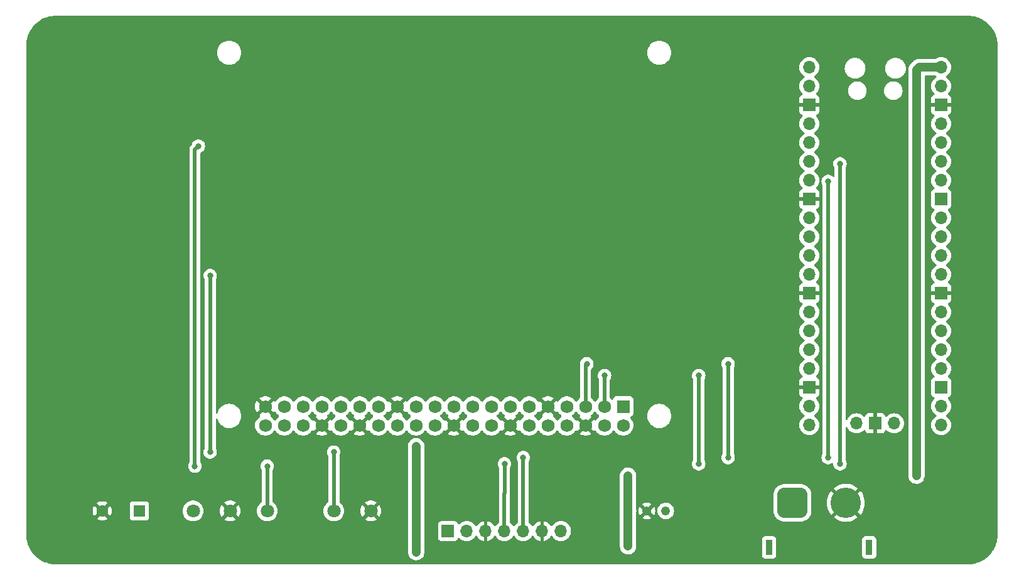
<source format=gbr>
%TF.GenerationSoftware,KiCad,Pcbnew,7.0.10*%
%TF.CreationDate,2024-01-30T18:20:02-08:00*%
%TF.ProjectId,pcb-1,7063622d-312e-46b6-9963-61645f706362,rev?*%
%TF.SameCoordinates,Original*%
%TF.FileFunction,Copper,L2,Bot*%
%TF.FilePolarity,Positive*%
%FSLAX46Y46*%
G04 Gerber Fmt 4.6, Leading zero omitted, Abs format (unit mm)*
G04 Created by KiCad (PCBNEW 7.0.10) date 2024-01-30 18:20:02*
%MOMM*%
%LPD*%
G01*
G04 APERTURE LIST*
G04 Aperture macros list*
%AMRoundRect*
0 Rectangle with rounded corners*
0 $1 Rounding radius*
0 $2 $3 $4 $5 $6 $7 $8 $9 X,Y pos of 4 corners*
0 Add a 4 corners polygon primitive as box body*
4,1,4,$2,$3,$4,$5,$6,$7,$8,$9,$2,$3,0*
0 Add four circle primitives for the rounded corners*
1,1,$1+$1,$2,$3*
1,1,$1+$1,$4,$5*
1,1,$1+$1,$6,$7*
1,1,$1+$1,$8,$9*
0 Add four rect primitives between the rounded corners*
20,1,$1+$1,$2,$3,$4,$5,0*
20,1,$1+$1,$4,$5,$6,$7,0*
20,1,$1+$1,$6,$7,$8,$9,0*
20,1,$1+$1,$8,$9,$2,$3,0*%
G04 Aperture macros list end*
%TA.AperFunction,ComponentPad*%
%ADD10R,1.600000X1.600000*%
%TD*%
%TA.AperFunction,ComponentPad*%
%ADD11C,1.600000*%
%TD*%
%TA.AperFunction,ComponentPad*%
%ADD12R,1.750000X1.750000*%
%TD*%
%TA.AperFunction,ComponentPad*%
%ADD13C,1.750000*%
%TD*%
%TA.AperFunction,ComponentPad*%
%ADD14R,1.700000X1.700000*%
%TD*%
%TA.AperFunction,ComponentPad*%
%ADD15O,1.700000X1.700000*%
%TD*%
%TA.AperFunction,ComponentPad*%
%ADD16C,1.803400*%
%TD*%
%TA.AperFunction,ComponentPad*%
%ADD17C,1.219200*%
%TD*%
%TA.AperFunction,ComponentPad*%
%ADD18R,0.900000X2.000000*%
%TD*%
%TA.AperFunction,ComponentPad*%
%ADD19RoundRect,1.025000X1.025000X1.025000X-1.025000X1.025000X-1.025000X-1.025000X1.025000X-1.025000X0*%
%TD*%
%TA.AperFunction,ComponentPad*%
%ADD20C,4.100000*%
%TD*%
%TA.AperFunction,ViaPad*%
%ADD21C,0.800000*%
%TD*%
%TA.AperFunction,Conductor*%
%ADD22C,1.200000*%
%TD*%
%TA.AperFunction,Conductor*%
%ADD23C,0.500000*%
%TD*%
G04 APERTURE END LIST*
D10*
%TO.P,C1,1*%
%TO.N,+5V*%
X91258934Y-127793750D03*
D11*
%TO.P,C1,2*%
%TO.N,GND*%
X86258934Y-127793750D03*
%TD*%
D12*
%TO.P,J1,1,3V3*%
%TO.N,unconnected-(J1-3V3-Pad1)*%
X156500000Y-113710000D03*
D13*
%TO.P,J1,2,5V*%
%TO.N,+5V*%
X156500000Y-116250000D03*
%TO.P,J1,3,SDA/GPIO2*%
%TO.N,SDA*%
X153960000Y-113710000D03*
%TO.P,J1,4,5V*%
%TO.N,+5V*%
X153960000Y-116250000D03*
%TO.P,J1,5,SCL/GPIO3*%
%TO.N,SCL*%
X151420000Y-113710000D03*
%TO.P,J1,6,GND*%
%TO.N,GND*%
X151420000Y-116250000D03*
%TO.P,J1,7,GCLK0/GPIO4*%
%TO.N,unconnected-(J1-GCLK0{slash}GPIO4-Pad7)*%
X148880000Y-113710000D03*
%TO.P,J1,8,GPIO14/TXD*%
%TO.N,unconnected-(J1-GPIO14{slash}TXD-Pad8)*%
X148880000Y-116250000D03*
%TO.P,J1,9,GND*%
%TO.N,GND*%
X146340000Y-113710000D03*
%TO.P,J1,10,GPIO15/RXD*%
%TO.N,unconnected-(J1-GPIO15{slash}RXD-Pad10)*%
X146340000Y-116250000D03*
%TO.P,J1,11,GPIO17*%
%TO.N,unconnected-(J1-GPIO17-Pad11)*%
X143800000Y-113710000D03*
%TO.P,J1,12,GPIO18/PWM0*%
%TO.N,unconnected-(J1-GPIO18{slash}PWM0-Pad12)*%
X143800000Y-116250000D03*
%TO.P,J1,13,GPIO27*%
%TO.N,unconnected-(J1-GPIO27-Pad13)*%
X141260000Y-113710000D03*
%TO.P,J1,14,GND*%
%TO.N,GND*%
X141260000Y-116250000D03*
%TO.P,J1,15,GPIO22*%
%TO.N,unconnected-(J1-GPIO22-Pad15)*%
X138720000Y-113710000D03*
%TO.P,J1,16,GPIO23*%
%TO.N,unconnected-(J1-GPIO23-Pad16)*%
X138720000Y-116250000D03*
%TO.P,J1,17,3V3*%
%TO.N,unconnected-(J1-3V3-Pad17)*%
X136180000Y-113710000D03*
%TO.P,J1,18,GPIO24*%
%TO.N,unconnected-(J1-GPIO24-Pad18)*%
X136180000Y-116250000D03*
%TO.P,J1,19,MOSI0/GPIO10*%
%TO.N,unconnected-(J1-MOSI0{slash}GPIO10-Pad19)*%
X133640000Y-113710000D03*
%TO.P,J1,20,GND*%
%TO.N,GND*%
X133640000Y-116250000D03*
%TO.P,J1,21,MISO0/GPIO9*%
%TO.N,unconnected-(J1-MISO0{slash}GPIO9-Pad21)*%
X131100000Y-113710000D03*
%TO.P,J1,22,GPIO25*%
%TO.N,unconnected-(J1-GPIO25-Pad22)*%
X131100000Y-116250000D03*
%TO.P,J1,23,SCLK0/GPIO11*%
%TO.N,unconnected-(J1-SCLK0{slash}GPIO11-Pad23)*%
X128560000Y-113710000D03*
%TO.P,J1,24,~{CE0}/GPIO8*%
%TO.N,unconnected-(J1-~{CE0}{slash}GPIO8-Pad24)*%
X128560000Y-116250000D03*
%TO.P,J1,25,GND*%
%TO.N,GND*%
X126020000Y-113710000D03*
%TO.P,J1,26,~{CE1}/GPIO7*%
%TO.N,unconnected-(J1-~{CE1}{slash}GPIO7-Pad26)*%
X126020000Y-116250000D03*
%TO.P,J1,27,ID_SD/GPIO0*%
%TO.N,unconnected-(J1-ID_SD{slash}GPIO0-Pad27)*%
X123480000Y-113710000D03*
%TO.P,J1,28,ID_SC/GPIO1*%
%TO.N,unconnected-(J1-ID_SC{slash}GPIO1-Pad28)*%
X123480000Y-116250000D03*
%TO.P,J1,29,GCLK1/GPIO5*%
%TO.N,unconnected-(J1-GCLK1{slash}GPIO5-Pad29)*%
X120940000Y-113710000D03*
%TO.P,J1,30,GND*%
%TO.N,GND*%
X120940000Y-116250000D03*
%TO.P,J1,31,GCLK2/GPIO6*%
%TO.N,unconnected-(J1-GCLK2{slash}GPIO6-Pad31)*%
X118400000Y-113710000D03*
%TO.P,J1,32,PWM0/GPIO12*%
%TO.N,unconnected-(J1-PWM0{slash}GPIO12-Pad32)*%
X118400000Y-116250000D03*
%TO.P,J1,33,PWM1/GPIO13*%
%TO.N,unconnected-(J1-PWM1{slash}GPIO13-Pad33)*%
X115860000Y-113710000D03*
%TO.P,J1,34,GND*%
%TO.N,GND*%
X115860000Y-116250000D03*
%TO.P,J1,35,GPIO19/MISO1*%
%TO.N,unconnected-(J1-GPIO19{slash}MISO1-Pad35)*%
X113320000Y-113710000D03*
%TO.P,J1,36,GPIO16*%
%TO.N,unconnected-(J1-GPIO16-Pad36)*%
X113320000Y-116250000D03*
%TO.P,J1,37,GPIO26*%
%TO.N,unconnected-(J1-GPIO26-Pad37)*%
X110780000Y-113710000D03*
%TO.P,J1,38,GPIO20/MOSI1*%
%TO.N,unconnected-(J1-GPIO20{slash}MOSI1-Pad38)*%
X110780000Y-116250000D03*
%TO.P,J1,39,GND*%
%TO.N,GND*%
X108240000Y-113710000D03*
%TO.P,J1,40,GPIO21/SCLK1*%
%TO.N,unconnected-(J1-GPIO21{slash}SCLK1-Pad40)*%
X108240000Y-116250000D03*
%TD*%
D14*
%TO.P,J3,1,Pin_1*%
%TO.N,unconnected-(J3-Pin_1-Pad1)*%
X132868750Y-130500000D03*
D15*
%TO.P,J3,2,Pin_2*%
%TO.N,unconnected-(J3-Pin_2-Pad2)*%
X135408750Y-130500000D03*
%TO.P,J3,3,Pin_3*%
%TO.N,GND*%
X137948750Y-130500000D03*
%TO.P,J3,4,Pin_4*%
%TO.N,SDA*%
X140488750Y-130500000D03*
%TO.P,J3,5,Pin_5*%
%TO.N,SCL*%
X143028750Y-130500000D03*
%TO.P,J3,6,Pin_6*%
%TO.N,GND*%
X145568750Y-130500000D03*
%TO.P,J3,7,Pin_7*%
%TO.N,+5V*%
X148108750Y-130500000D03*
%TD*%
%TO.P,U1,1,GPIO0*%
%TO.N,unconnected-(U1-GPIO0-Pad1)*%
X181610000Y-67945000D03*
%TO.P,U1,2,GPIO1*%
%TO.N,unconnected-(U1-GPIO1-Pad2)*%
X181610000Y-70485000D03*
D14*
%TO.P,U1,3,GND*%
%TO.N,GND*%
X181610000Y-73025000D03*
D15*
%TO.P,U1,4,GPIO2*%
%TO.N,unconnected-(U1-GPIO2-Pad4)*%
X181610000Y-75565000D03*
%TO.P,U1,5,GPIO3*%
%TO.N,SERVO*%
X181610000Y-78105000D03*
%TO.P,U1,6,GPIO4*%
%TO.N,SDA*%
X181610000Y-80645000D03*
%TO.P,U1,7,GPIO5*%
%TO.N,SCL*%
X181610000Y-83185000D03*
D14*
%TO.P,U1,8,GND*%
%TO.N,GND*%
X181610000Y-85725000D03*
D15*
%TO.P,U1,9,GPIO6*%
%TO.N,unconnected-(U1-GPIO6-Pad9)*%
X181610000Y-88265000D03*
%TO.P,U1,10,GPIO7*%
%TO.N,unconnected-(U1-GPIO7-Pad10)*%
X181610000Y-90805000D03*
%TO.P,U1,11,GPIO8*%
%TO.N,unconnected-(U1-GPIO8-Pad11)*%
X181610000Y-93345000D03*
%TO.P,U1,12,GPIO9*%
%TO.N,ESC*%
X181610000Y-95885000D03*
D14*
%TO.P,U1,13,GND*%
%TO.N,GND*%
X181610000Y-98425000D03*
D15*
%TO.P,U1,14,GPIO10*%
%TO.N,unconnected-(U1-GPIO10-Pad14)*%
X181610000Y-100965000D03*
%TO.P,U1,15,GPIO11*%
%TO.N,unconnected-(U1-GPIO11-Pad15)*%
X181610000Y-103505000D03*
%TO.P,U1,16,GPIO12*%
%TO.N,unconnected-(U1-GPIO12-Pad16)*%
X181610000Y-106045000D03*
%TO.P,U1,17,GPIO13*%
%TO.N,unconnected-(U1-GPIO13-Pad17)*%
X181610000Y-108585000D03*
D14*
%TO.P,U1,18,GND*%
%TO.N,GND*%
X181610000Y-111125000D03*
D15*
%TO.P,U1,19,GPIO14*%
%TO.N,unconnected-(U1-GPIO14-Pad19)*%
X181610000Y-113665000D03*
%TO.P,U1,20,GPIO15*%
%TO.N,unconnected-(U1-GPIO15-Pad20)*%
X181610000Y-116205000D03*
%TO.P,U1,21,GPIO16*%
%TO.N,unconnected-(U1-GPIO16-Pad21)*%
X199390000Y-116205000D03*
%TO.P,U1,22,GPIO17*%
%TO.N,unconnected-(U1-GPIO17-Pad22)*%
X199390000Y-113665000D03*
D14*
%TO.P,U1,23,GND*%
%TO.N,unconnected-(U1-GND-Pad23)*%
X199390000Y-111125000D03*
D15*
%TO.P,U1,24,GPIO18*%
%TO.N,unconnected-(U1-GPIO18-Pad24)*%
X199390000Y-108585000D03*
%TO.P,U1,25,GPIO19*%
%TO.N,unconnected-(U1-GPIO19-Pad25)*%
X199390000Y-106045000D03*
%TO.P,U1,26,GPIO20*%
%TO.N,unconnected-(U1-GPIO20-Pad26)*%
X199390000Y-103505000D03*
%TO.P,U1,27,GPIO21*%
%TO.N,unconnected-(U1-GPIO21-Pad27)*%
X199390000Y-100965000D03*
D14*
%TO.P,U1,28,GND*%
%TO.N,GND*%
X199390000Y-98425000D03*
D15*
%TO.P,U1,29,GPIO22*%
%TO.N,unconnected-(U1-GPIO22-Pad29)*%
X199390000Y-95885000D03*
%TO.P,U1,30,RUN*%
%TO.N,unconnected-(U1-RUN-Pad30)*%
X199390000Y-93345000D03*
%TO.P,U1,31,GPIO26_ADC0*%
%TO.N,unconnected-(U1-GPIO26_ADC0-Pad31)*%
X199390000Y-90805000D03*
%TO.P,U1,32,GPIO27_ADC1*%
%TO.N,unconnected-(U1-GPIO27_ADC1-Pad32)*%
X199390000Y-88265000D03*
D14*
%TO.P,U1,33,AGND*%
%TO.N,unconnected-(U1-AGND-Pad33)*%
X199390000Y-85725000D03*
D15*
%TO.P,U1,34,GPIO28_ADC2*%
%TO.N,unconnected-(U1-GPIO28_ADC2-Pad34)*%
X199390000Y-83185000D03*
%TO.P,U1,35,ADC_VREF*%
%TO.N,unconnected-(U1-ADC_VREF-Pad35)*%
X199390000Y-80645000D03*
%TO.P,U1,36,3V3*%
%TO.N,unconnected-(U1-3V3-Pad36)*%
X199390000Y-78105000D03*
%TO.P,U1,37,3V3_EN*%
%TO.N,unconnected-(U1-3V3_EN-Pad37)*%
X199390000Y-75565000D03*
D14*
%TO.P,U1,38,GND*%
%TO.N,GND*%
X199390000Y-73025000D03*
D15*
%TO.P,U1,39,VSYS*%
%TO.N,unconnected-(U1-VSYS-Pad39)*%
X199390000Y-70485000D03*
%TO.P,U1,40,VBUS*%
%TO.N,+5V*%
X199390000Y-67945000D03*
%TO.P,U1,41,SWCLK*%
%TO.N,unconnected-(U1-SWCLK-Pad41)*%
X187960000Y-115975000D03*
D14*
%TO.P,U1,42,GND*%
%TO.N,GND*%
X190500000Y-115975000D03*
D15*
%TO.P,U1,43,SWDIO*%
%TO.N,unconnected-(U1-SWDIO-Pad43)*%
X193040000Y-115975000D03*
%TD*%
D16*
%TO.P,J2,1,Pin_1*%
%TO.N,+5V*%
X98498650Y-127793750D03*
%TO.P,J2,2,Pin_2*%
%TO.N,GND*%
X103498650Y-127793750D03*
%TO.P,J2,3,Pin_3*%
%TO.N,SERVO*%
X108498650Y-127793750D03*
%TD*%
D17*
%TO.P,U2,1,+VIN*%
%TO.N,VCC*%
X162242500Y-127793750D03*
%TO.P,U2,2,GND*%
%TO.N,GND*%
X159702500Y-127793750D03*
%TO.P,U2,3,+VOUT*%
%TO.N,+5V*%
X157162500Y-127793750D03*
%TD*%
D18*
%TO.P,J5,*%
%TO.N,*%
X189681250Y-132700000D03*
X176181250Y-132700000D03*
D19*
%TO.P,J5,1,Pin_1*%
%TO.N,VCC*%
X179331250Y-126700000D03*
D20*
%TO.P,J5,2,Pin_2*%
%TO.N,GND*%
X186531250Y-126700000D03*
%TD*%
D16*
%TO.P,J4,1,Pin_1*%
%TO.N,ESC*%
X117475000Y-127793750D03*
%TO.P,J4,2,Pin_2*%
%TO.N,GND*%
X122475000Y-127793750D03*
%TD*%
D21*
%TO.N,+5V*%
X157162500Y-132556250D03*
X128587500Y-119062500D03*
X128587500Y-133350000D03*
X196056250Y-123031250D03*
X157162500Y-123031250D03*
%TO.N,SCL*%
X143028750Y-120593750D03*
X184150000Y-120593750D03*
X170656250Y-120593750D03*
X151606250Y-107950000D03*
X170656250Y-107950000D03*
X184150000Y-83343750D03*
%TO.N,SDA*%
X153987500Y-109537500D03*
X166687500Y-109537500D03*
X185737500Y-80962500D03*
X185737500Y-121443750D03*
X140493750Y-121443750D03*
X166687500Y-121443750D03*
%TO.N,SERVO*%
X108498650Y-121750000D03*
X99218750Y-78581250D03*
X98750000Y-121750000D03*
%TO.N,ESC*%
X117475000Y-119856250D03*
X100806250Y-119856250D03*
X100806250Y-96043750D03*
%TD*%
D22*
%TO.N,+5V*%
X196056250Y-123031250D02*
X196056250Y-68262500D01*
X157162500Y-132556250D02*
X157162500Y-127793750D01*
X196373750Y-67945000D02*
X199390000Y-67945000D01*
X128587500Y-119062500D02*
X128587500Y-133350000D01*
X196056250Y-68262500D02*
X196373750Y-67945000D01*
X157162500Y-127793750D02*
X157162500Y-123031250D01*
D23*
%TO.N,SCL*%
X184150000Y-83343750D02*
X184150000Y-120593750D01*
X151420000Y-108136250D02*
X151606250Y-107950000D01*
X170656250Y-107950000D02*
X170656250Y-120593750D01*
X151420000Y-113710000D02*
X151420000Y-108136250D01*
X143028750Y-130968750D02*
X143028750Y-120593750D01*
X184150000Y-120069651D02*
X184150000Y-120593750D01*
%TO.N,SDA*%
X140488750Y-125417500D02*
X140488750Y-130968750D01*
X140493750Y-125412500D02*
X140488750Y-125417500D01*
X153960000Y-113710000D02*
X153960000Y-109565000D01*
X153960000Y-109565000D02*
X153987500Y-109537500D01*
X140493750Y-122237500D02*
X140493750Y-121443750D01*
X140493750Y-122237500D02*
X140493750Y-125412500D01*
X185737500Y-80962500D02*
X185737500Y-121443750D01*
X166687500Y-109537500D02*
X166687500Y-121443750D01*
%TO.N,SERVO*%
X108498650Y-127793750D02*
X108498650Y-121750000D01*
X98750000Y-79050000D02*
X99218750Y-78581250D01*
X98750000Y-121750000D02*
X98750000Y-109537500D01*
X98750000Y-109537500D02*
X98750000Y-79050000D01*
%TO.N,ESC*%
X117475000Y-119856250D02*
X117475000Y-127793750D01*
X181451250Y-96043750D02*
X181610000Y-95885000D01*
X100806250Y-96043750D02*
X100806250Y-119856250D01*
%TD*%
%TA.AperFunction,Conductor*%
%TO.N,GND*%
G36*
X114671904Y-114414596D02*
G01*
X114693809Y-114439875D01*
X114770814Y-114557742D01*
X114770816Y-114557744D01*
X114770817Y-114557745D01*
X114924726Y-114724935D01*
X114925208Y-114725458D01*
X114925212Y-114725461D01*
X115104552Y-114865047D01*
X115105094Y-114865469D01*
X115115211Y-114870944D01*
X115115736Y-114871228D01*
X115165328Y-114920446D01*
X115180438Y-114988662D01*
X115156268Y-115054218D01*
X115115744Y-115089336D01*
X115105366Y-115094952D01*
X115079015Y-115115461D01*
X115079015Y-115115463D01*
X115720400Y-115756847D01*
X115715408Y-115757565D01*
X115582530Y-115818248D01*
X115472131Y-115913910D01*
X115393155Y-116036799D01*
X115370477Y-116114030D01*
X114726874Y-115470427D01*
X114694106Y-115520583D01*
X114640960Y-115565939D01*
X114571729Y-115575363D01*
X114508393Y-115545861D01*
X114486490Y-115520583D01*
X114409183Y-115402255D01*
X114254794Y-115234544D01*
X114254793Y-115234543D01*
X114254791Y-115234541D01*
X114254787Y-115234538D01*
X114074909Y-115094533D01*
X114074900Y-115094527D01*
X114064789Y-115089056D01*
X114015197Y-115039838D01*
X114000087Y-114971621D01*
X114024257Y-114906065D01*
X114064789Y-114870944D01*
X114065314Y-114870660D01*
X114074906Y-114865469D01*
X114254794Y-114725456D01*
X114409183Y-114557745D01*
X114486191Y-114439874D01*
X114539337Y-114394518D01*
X114608568Y-114385094D01*
X114671904Y-114414596D01*
G37*
%TD.AperFunction*%
%TA.AperFunction,Conductor*%
G36*
X119751904Y-114414596D02*
G01*
X119773809Y-114439875D01*
X119850814Y-114557742D01*
X119850816Y-114557744D01*
X119850817Y-114557745D01*
X120004726Y-114724935D01*
X120005208Y-114725458D01*
X120005212Y-114725461D01*
X120184552Y-114865047D01*
X120185094Y-114865469D01*
X120195211Y-114870944D01*
X120195736Y-114871228D01*
X120245328Y-114920446D01*
X120260438Y-114988662D01*
X120236268Y-115054218D01*
X120195744Y-115089336D01*
X120185366Y-115094952D01*
X120159015Y-115115461D01*
X120159015Y-115115463D01*
X120800400Y-115756847D01*
X120795408Y-115757565D01*
X120662530Y-115818248D01*
X120552131Y-115913910D01*
X120473155Y-116036799D01*
X120450477Y-116114030D01*
X119806874Y-115470427D01*
X119774106Y-115520583D01*
X119720960Y-115565939D01*
X119651729Y-115575363D01*
X119588393Y-115545861D01*
X119566490Y-115520583D01*
X119489183Y-115402255D01*
X119334794Y-115234544D01*
X119334793Y-115234543D01*
X119334791Y-115234541D01*
X119334787Y-115234538D01*
X119154909Y-115094533D01*
X119154900Y-115094527D01*
X119144789Y-115089056D01*
X119095197Y-115039838D01*
X119080087Y-114971621D01*
X119104257Y-114906065D01*
X119144789Y-114870944D01*
X119145314Y-114870660D01*
X119154906Y-114865469D01*
X119334794Y-114725456D01*
X119489183Y-114557745D01*
X119566191Y-114439874D01*
X119619337Y-114394518D01*
X119688568Y-114385094D01*
X119751904Y-114414596D01*
G37*
%TD.AperFunction*%
%TA.AperFunction,Conductor*%
G36*
X132451904Y-114414596D02*
G01*
X132473809Y-114439875D01*
X132550814Y-114557742D01*
X132550816Y-114557744D01*
X132550817Y-114557745D01*
X132704726Y-114724935D01*
X132705208Y-114725458D01*
X132705212Y-114725461D01*
X132884552Y-114865047D01*
X132885094Y-114865469D01*
X132895211Y-114870944D01*
X132895736Y-114871228D01*
X132945328Y-114920446D01*
X132960438Y-114988662D01*
X132936268Y-115054218D01*
X132895744Y-115089336D01*
X132885366Y-115094952D01*
X132859015Y-115115461D01*
X132859015Y-115115463D01*
X133500400Y-115756847D01*
X133495408Y-115757565D01*
X133362530Y-115818248D01*
X133252131Y-115913910D01*
X133173155Y-116036799D01*
X133150477Y-116114030D01*
X132506874Y-115470427D01*
X132474106Y-115520583D01*
X132420960Y-115565939D01*
X132351729Y-115575363D01*
X132288393Y-115545861D01*
X132266490Y-115520583D01*
X132189183Y-115402255D01*
X132034794Y-115234544D01*
X132034793Y-115234543D01*
X132034791Y-115234541D01*
X132034787Y-115234538D01*
X131854909Y-115094533D01*
X131854900Y-115094527D01*
X131844789Y-115089056D01*
X131795197Y-115039838D01*
X131780087Y-114971621D01*
X131804257Y-114906065D01*
X131844789Y-114870944D01*
X131845314Y-114870660D01*
X131854906Y-114865469D01*
X132034794Y-114725456D01*
X132189183Y-114557745D01*
X132266191Y-114439874D01*
X132319337Y-114394518D01*
X132388568Y-114385094D01*
X132451904Y-114414596D01*
G37*
%TD.AperFunction*%
%TA.AperFunction,Conductor*%
G36*
X140071904Y-114414596D02*
G01*
X140093809Y-114439875D01*
X140170814Y-114557742D01*
X140170816Y-114557744D01*
X140170817Y-114557745D01*
X140324726Y-114724935D01*
X140325208Y-114725458D01*
X140325212Y-114725461D01*
X140504552Y-114865047D01*
X140505094Y-114865469D01*
X140515211Y-114870944D01*
X140515736Y-114871228D01*
X140565328Y-114920446D01*
X140580438Y-114988662D01*
X140556268Y-115054218D01*
X140515744Y-115089336D01*
X140505366Y-115094952D01*
X140479015Y-115115461D01*
X140479015Y-115115463D01*
X141120400Y-115756847D01*
X141115408Y-115757565D01*
X140982530Y-115818248D01*
X140872131Y-115913910D01*
X140793155Y-116036799D01*
X140770477Y-116114030D01*
X140126874Y-115470427D01*
X140094106Y-115520583D01*
X140040960Y-115565939D01*
X139971729Y-115575363D01*
X139908393Y-115545861D01*
X139886490Y-115520583D01*
X139809183Y-115402255D01*
X139654794Y-115234544D01*
X139654793Y-115234543D01*
X139654791Y-115234541D01*
X139654787Y-115234538D01*
X139474909Y-115094533D01*
X139474900Y-115094527D01*
X139464789Y-115089056D01*
X139415197Y-115039838D01*
X139400087Y-114971621D01*
X139424257Y-114906065D01*
X139464789Y-114870944D01*
X139465314Y-114870660D01*
X139474906Y-114865469D01*
X139654794Y-114725456D01*
X139809183Y-114557745D01*
X139886191Y-114439874D01*
X139939337Y-114394518D01*
X140008568Y-114385094D01*
X140071904Y-114414596D01*
G37*
%TD.AperFunction*%
%TA.AperFunction,Conductor*%
G36*
X150231904Y-114414596D02*
G01*
X150253809Y-114439875D01*
X150330814Y-114557742D01*
X150330816Y-114557744D01*
X150330817Y-114557745D01*
X150484726Y-114724935D01*
X150485208Y-114725458D01*
X150485212Y-114725461D01*
X150664552Y-114865047D01*
X150665094Y-114865469D01*
X150675211Y-114870944D01*
X150675736Y-114871228D01*
X150725328Y-114920446D01*
X150740438Y-114988662D01*
X150716268Y-115054218D01*
X150675744Y-115089336D01*
X150665366Y-115094952D01*
X150639015Y-115115461D01*
X150639015Y-115115463D01*
X151280400Y-115756847D01*
X151275408Y-115757565D01*
X151142530Y-115818248D01*
X151032131Y-115913910D01*
X150953155Y-116036799D01*
X150930477Y-116114030D01*
X150286874Y-115470427D01*
X150254106Y-115520583D01*
X150200960Y-115565939D01*
X150131729Y-115575363D01*
X150068393Y-115545861D01*
X150046490Y-115520583D01*
X149969183Y-115402255D01*
X149814794Y-115234544D01*
X149814793Y-115234543D01*
X149814791Y-115234541D01*
X149814787Y-115234538D01*
X149634909Y-115094533D01*
X149634900Y-115094527D01*
X149624789Y-115089056D01*
X149575197Y-115039838D01*
X149560087Y-114971621D01*
X149584257Y-114906065D01*
X149624789Y-114870944D01*
X149625314Y-114870660D01*
X149634906Y-114865469D01*
X149814794Y-114725456D01*
X149969183Y-114557745D01*
X150046191Y-114439874D01*
X150099337Y-114394518D01*
X150168568Y-114385094D01*
X150231904Y-114414596D01*
G37*
%TD.AperFunction*%
%TA.AperFunction,Conductor*%
G36*
X117211904Y-114414596D02*
G01*
X117233809Y-114439875D01*
X117310814Y-114557742D01*
X117310816Y-114557744D01*
X117310817Y-114557745D01*
X117464726Y-114724935D01*
X117465208Y-114725458D01*
X117465212Y-114725461D01*
X117644552Y-114865047D01*
X117645094Y-114865469D01*
X117645096Y-114865470D01*
X117645099Y-114865472D01*
X117655214Y-114870946D01*
X117704804Y-114920166D01*
X117719911Y-114988382D01*
X117695740Y-115053938D01*
X117655214Y-115089054D01*
X117645099Y-115094527D01*
X117645090Y-115094533D01*
X117465212Y-115234538D01*
X117465208Y-115234541D01*
X117310813Y-115402259D01*
X117233508Y-115520583D01*
X117180362Y-115565940D01*
X117111131Y-115575363D01*
X117047795Y-115545861D01*
X117025891Y-115520582D01*
X116993123Y-115470427D01*
X116349521Y-116114029D01*
X116326845Y-116036799D01*
X116247869Y-115913910D01*
X116137470Y-115818248D01*
X116004592Y-115757565D01*
X115999600Y-115756847D01*
X116640983Y-115115462D01*
X116614626Y-115094948D01*
X116604260Y-115089338D01*
X116554670Y-115040117D01*
X116539563Y-114971901D01*
X116563735Y-114906345D01*
X116604264Y-114871228D01*
X116604789Y-114870944D01*
X116614906Y-114865469D01*
X116794794Y-114725456D01*
X116949183Y-114557745D01*
X117026191Y-114439874D01*
X117079337Y-114394518D01*
X117148568Y-114385094D01*
X117211904Y-114414596D01*
G37*
%TD.AperFunction*%
%TA.AperFunction,Conductor*%
G36*
X122291904Y-114414596D02*
G01*
X122313809Y-114439875D01*
X122390814Y-114557742D01*
X122390816Y-114557744D01*
X122390817Y-114557745D01*
X122544726Y-114724935D01*
X122545208Y-114725458D01*
X122545212Y-114725461D01*
X122724552Y-114865047D01*
X122725094Y-114865469D01*
X122725096Y-114865470D01*
X122725099Y-114865472D01*
X122735214Y-114870946D01*
X122784804Y-114920166D01*
X122799911Y-114988382D01*
X122775740Y-115053938D01*
X122735214Y-115089054D01*
X122725099Y-115094527D01*
X122725090Y-115094533D01*
X122545212Y-115234538D01*
X122545208Y-115234541D01*
X122390813Y-115402259D01*
X122313508Y-115520583D01*
X122260362Y-115565940D01*
X122191131Y-115575363D01*
X122127795Y-115545861D01*
X122105891Y-115520582D01*
X122073123Y-115470427D01*
X121429521Y-116114029D01*
X121406845Y-116036799D01*
X121327869Y-115913910D01*
X121217470Y-115818248D01*
X121084592Y-115757565D01*
X121079600Y-115756847D01*
X121720983Y-115115462D01*
X121694626Y-115094948D01*
X121684260Y-115089338D01*
X121634670Y-115040117D01*
X121619563Y-114971901D01*
X121643735Y-114906345D01*
X121684264Y-114871228D01*
X121684789Y-114870944D01*
X121694906Y-114865469D01*
X121874794Y-114725456D01*
X122029183Y-114557745D01*
X122106191Y-114439874D01*
X122159337Y-114394518D01*
X122228568Y-114385094D01*
X122291904Y-114414596D01*
G37*
%TD.AperFunction*%
%TA.AperFunction,Conductor*%
G36*
X134991904Y-114414596D02*
G01*
X135013809Y-114439875D01*
X135090814Y-114557742D01*
X135090816Y-114557744D01*
X135090817Y-114557745D01*
X135244726Y-114724935D01*
X135245208Y-114725458D01*
X135245212Y-114725461D01*
X135424552Y-114865047D01*
X135425094Y-114865469D01*
X135425096Y-114865470D01*
X135425099Y-114865472D01*
X135435214Y-114870946D01*
X135484804Y-114920166D01*
X135499911Y-114988382D01*
X135475740Y-115053938D01*
X135435214Y-115089054D01*
X135425099Y-115094527D01*
X135425090Y-115094533D01*
X135245212Y-115234538D01*
X135245208Y-115234541D01*
X135090813Y-115402259D01*
X135013508Y-115520583D01*
X134960362Y-115565940D01*
X134891131Y-115575363D01*
X134827795Y-115545861D01*
X134805891Y-115520582D01*
X134773123Y-115470427D01*
X134129521Y-116114029D01*
X134106845Y-116036799D01*
X134027869Y-115913910D01*
X133917470Y-115818248D01*
X133784592Y-115757565D01*
X133779600Y-115756847D01*
X134420983Y-115115462D01*
X134394626Y-115094948D01*
X134384260Y-115089338D01*
X134334670Y-115040117D01*
X134319563Y-114971901D01*
X134343735Y-114906345D01*
X134384264Y-114871228D01*
X134384789Y-114870944D01*
X134394906Y-114865469D01*
X134574794Y-114725456D01*
X134729183Y-114557745D01*
X134806191Y-114439874D01*
X134859337Y-114394518D01*
X134928568Y-114385094D01*
X134991904Y-114414596D01*
G37*
%TD.AperFunction*%
%TA.AperFunction,Conductor*%
G36*
X142611904Y-114414596D02*
G01*
X142633809Y-114439875D01*
X142710814Y-114557742D01*
X142710816Y-114557744D01*
X142710817Y-114557745D01*
X142864726Y-114724935D01*
X142865208Y-114725458D01*
X142865212Y-114725461D01*
X143044552Y-114865047D01*
X143045094Y-114865469D01*
X143045096Y-114865470D01*
X143045099Y-114865472D01*
X143055214Y-114870946D01*
X143104804Y-114920166D01*
X143119911Y-114988382D01*
X143095740Y-115053938D01*
X143055214Y-115089054D01*
X143045099Y-115094527D01*
X143045090Y-115094533D01*
X142865212Y-115234538D01*
X142865208Y-115234541D01*
X142710813Y-115402259D01*
X142633508Y-115520583D01*
X142580362Y-115565940D01*
X142511131Y-115575363D01*
X142447795Y-115545861D01*
X142425891Y-115520582D01*
X142393123Y-115470427D01*
X141749521Y-116114029D01*
X141726845Y-116036799D01*
X141647869Y-115913910D01*
X141537470Y-115818248D01*
X141404592Y-115757565D01*
X141399600Y-115756847D01*
X142040983Y-115115462D01*
X142014626Y-115094948D01*
X142004260Y-115089338D01*
X141954670Y-115040117D01*
X141939563Y-114971901D01*
X141963735Y-114906345D01*
X142004264Y-114871228D01*
X142004789Y-114870944D01*
X142014906Y-114865469D01*
X142194794Y-114725456D01*
X142349183Y-114557745D01*
X142426191Y-114439874D01*
X142479337Y-114394518D01*
X142548568Y-114385094D01*
X142611904Y-114414596D01*
G37*
%TD.AperFunction*%
%TA.AperFunction,Conductor*%
G36*
X152771904Y-114414596D02*
G01*
X152793809Y-114439875D01*
X152870814Y-114557742D01*
X152870816Y-114557744D01*
X152870817Y-114557745D01*
X153024726Y-114724935D01*
X153025208Y-114725458D01*
X153025212Y-114725461D01*
X153204552Y-114865047D01*
X153205094Y-114865469D01*
X153205096Y-114865470D01*
X153205099Y-114865472D01*
X153215214Y-114870946D01*
X153264804Y-114920166D01*
X153279911Y-114988382D01*
X153255740Y-115053938D01*
X153215214Y-115089054D01*
X153205099Y-115094527D01*
X153205090Y-115094533D01*
X153025212Y-115234538D01*
X153025208Y-115234541D01*
X152870813Y-115402259D01*
X152793508Y-115520583D01*
X152740362Y-115565940D01*
X152671131Y-115575363D01*
X152607795Y-115545861D01*
X152585891Y-115520582D01*
X152553123Y-115470427D01*
X151909521Y-116114029D01*
X151886845Y-116036799D01*
X151807869Y-115913910D01*
X151697470Y-115818248D01*
X151564592Y-115757565D01*
X151559600Y-115756847D01*
X152200983Y-115115462D01*
X152174626Y-115094948D01*
X152164260Y-115089338D01*
X152114670Y-115040117D01*
X152099563Y-114971901D01*
X152123735Y-114906345D01*
X152164264Y-114871228D01*
X152164789Y-114870944D01*
X152174906Y-114865469D01*
X152354794Y-114725456D01*
X152509183Y-114557745D01*
X152586191Y-114439874D01*
X152639337Y-114394518D01*
X152708568Y-114385094D01*
X152771904Y-114414596D01*
G37*
%TD.AperFunction*%
%TA.AperFunction,Conductor*%
G36*
X109373123Y-114489571D02*
G01*
X109405892Y-114439416D01*
X109459038Y-114394060D01*
X109528269Y-114384636D01*
X109591605Y-114414138D01*
X109613509Y-114439416D01*
X109690817Y-114557745D01*
X109845206Y-114725456D01*
X109845208Y-114725458D01*
X109845212Y-114725461D01*
X110024552Y-114865047D01*
X110025094Y-114865469D01*
X110025096Y-114865470D01*
X110025099Y-114865472D01*
X110035214Y-114870946D01*
X110084804Y-114920166D01*
X110099911Y-114988382D01*
X110075740Y-115053938D01*
X110035214Y-115089054D01*
X110025099Y-115094527D01*
X110025090Y-115094533D01*
X109845212Y-115234538D01*
X109845208Y-115234541D01*
X109690817Y-115402255D01*
X109613809Y-115520125D01*
X109560662Y-115565481D01*
X109491431Y-115574905D01*
X109428095Y-115545403D01*
X109406191Y-115520125D01*
X109400454Y-115511344D01*
X109329183Y-115402255D01*
X109174794Y-115234544D01*
X109174793Y-115234543D01*
X109174791Y-115234541D01*
X109174787Y-115234538D01*
X108994909Y-115094533D01*
X108994895Y-115094524D01*
X108984259Y-115088768D01*
X108934669Y-115039548D01*
X108919563Y-114971330D01*
X108943735Y-114905775D01*
X108984265Y-114870658D01*
X108994632Y-114865047D01*
X108994633Y-114865046D01*
X109020983Y-114844537D01*
X109020984Y-114844536D01*
X108379599Y-114203152D01*
X108384592Y-114202435D01*
X108517470Y-114141752D01*
X108627869Y-114046090D01*
X108706845Y-113923201D01*
X108729521Y-113845969D01*
X109373123Y-114489571D01*
G37*
%TD.AperFunction*%
%TA.AperFunction,Conductor*%
G36*
X125553155Y-113923201D02*
G01*
X125632131Y-114046090D01*
X125742530Y-114141752D01*
X125875408Y-114202435D01*
X125880399Y-114203152D01*
X125239015Y-114844536D01*
X125239015Y-114844538D01*
X125265360Y-114865043D01*
X125265370Y-114865050D01*
X125275737Y-114870660D01*
X125325328Y-114919879D01*
X125340436Y-114988095D01*
X125316266Y-115053651D01*
X125275743Y-115088767D01*
X125265100Y-115094527D01*
X125265090Y-115094533D01*
X125085212Y-115234538D01*
X125085208Y-115234541D01*
X124930817Y-115402255D01*
X124853809Y-115520125D01*
X124800662Y-115565481D01*
X124731431Y-115574905D01*
X124668095Y-115545403D01*
X124646191Y-115520125D01*
X124640454Y-115511344D01*
X124569183Y-115402255D01*
X124414794Y-115234544D01*
X124414793Y-115234543D01*
X124414791Y-115234541D01*
X124414787Y-115234538D01*
X124234909Y-115094533D01*
X124234900Y-115094527D01*
X124224789Y-115089056D01*
X124175197Y-115039838D01*
X124160087Y-114971621D01*
X124184257Y-114906065D01*
X124224789Y-114870944D01*
X124225314Y-114870660D01*
X124234906Y-114865469D01*
X124414794Y-114725456D01*
X124569183Y-114557745D01*
X124646490Y-114439416D01*
X124699636Y-114394060D01*
X124768867Y-114384636D01*
X124832203Y-114414138D01*
X124854108Y-114439417D01*
X124886874Y-114489570D01*
X125530477Y-113845968D01*
X125553155Y-113923201D01*
G37*
%TD.AperFunction*%
%TA.AperFunction,Conductor*%
G36*
X127153123Y-114489571D02*
G01*
X127185892Y-114439416D01*
X127239038Y-114394060D01*
X127308269Y-114384636D01*
X127371605Y-114414138D01*
X127393509Y-114439416D01*
X127470817Y-114557745D01*
X127625206Y-114725456D01*
X127625208Y-114725458D01*
X127625212Y-114725461D01*
X127804552Y-114865047D01*
X127805094Y-114865469D01*
X127805096Y-114865470D01*
X127805099Y-114865472D01*
X127815214Y-114870946D01*
X127864804Y-114920166D01*
X127879911Y-114988382D01*
X127855740Y-115053938D01*
X127815214Y-115089054D01*
X127805099Y-115094527D01*
X127805090Y-115094533D01*
X127625212Y-115234538D01*
X127625208Y-115234541D01*
X127470817Y-115402255D01*
X127393809Y-115520125D01*
X127340662Y-115565481D01*
X127271431Y-115574905D01*
X127208095Y-115545403D01*
X127186191Y-115520125D01*
X127180454Y-115511344D01*
X127109183Y-115402255D01*
X126954794Y-115234544D01*
X126954793Y-115234543D01*
X126954791Y-115234541D01*
X126954787Y-115234538D01*
X126774909Y-115094533D01*
X126774895Y-115094524D01*
X126764259Y-115088768D01*
X126714669Y-115039548D01*
X126699563Y-114971330D01*
X126723735Y-114905775D01*
X126764265Y-114870658D01*
X126774632Y-114865047D01*
X126774633Y-114865046D01*
X126800983Y-114844537D01*
X126800984Y-114844536D01*
X126159599Y-114203152D01*
X126164592Y-114202435D01*
X126297470Y-114141752D01*
X126407869Y-114046090D01*
X126486845Y-113923201D01*
X126509521Y-113845969D01*
X127153123Y-114489571D01*
G37*
%TD.AperFunction*%
%TA.AperFunction,Conductor*%
G36*
X145873155Y-113923201D02*
G01*
X145952131Y-114046090D01*
X146062530Y-114141752D01*
X146195408Y-114202435D01*
X146200399Y-114203152D01*
X145559015Y-114844536D01*
X145559015Y-114844538D01*
X145585360Y-114865043D01*
X145585370Y-114865050D01*
X145595737Y-114870660D01*
X145645328Y-114919879D01*
X145660436Y-114988095D01*
X145636266Y-115053651D01*
X145595743Y-115088767D01*
X145585100Y-115094527D01*
X145585090Y-115094533D01*
X145405212Y-115234538D01*
X145405208Y-115234541D01*
X145250817Y-115402255D01*
X145173809Y-115520125D01*
X145120662Y-115565481D01*
X145051431Y-115574905D01*
X144988095Y-115545403D01*
X144966191Y-115520125D01*
X144960454Y-115511344D01*
X144889183Y-115402255D01*
X144734794Y-115234544D01*
X144734793Y-115234543D01*
X144734791Y-115234541D01*
X144734787Y-115234538D01*
X144554909Y-115094533D01*
X144554900Y-115094527D01*
X144544789Y-115089056D01*
X144495197Y-115039838D01*
X144480087Y-114971621D01*
X144504257Y-114906065D01*
X144544789Y-114870944D01*
X144545314Y-114870660D01*
X144554906Y-114865469D01*
X144734794Y-114725456D01*
X144889183Y-114557745D01*
X144966490Y-114439416D01*
X145019636Y-114394060D01*
X145088867Y-114384636D01*
X145152203Y-114414138D01*
X145174108Y-114439417D01*
X145206874Y-114489570D01*
X145850477Y-113845968D01*
X145873155Y-113923201D01*
G37*
%TD.AperFunction*%
%TA.AperFunction,Conductor*%
G36*
X147473123Y-114489571D02*
G01*
X147505892Y-114439416D01*
X147559038Y-114394060D01*
X147628269Y-114384636D01*
X147691605Y-114414138D01*
X147713509Y-114439416D01*
X147790817Y-114557745D01*
X147945206Y-114725456D01*
X147945208Y-114725458D01*
X147945212Y-114725461D01*
X148124552Y-114865047D01*
X148125094Y-114865469D01*
X148125096Y-114865470D01*
X148125099Y-114865472D01*
X148135214Y-114870946D01*
X148184804Y-114920166D01*
X148199911Y-114988382D01*
X148175740Y-115053938D01*
X148135214Y-115089054D01*
X148125099Y-115094527D01*
X148125090Y-115094533D01*
X147945212Y-115234538D01*
X147945208Y-115234541D01*
X147790817Y-115402255D01*
X147713809Y-115520125D01*
X147660662Y-115565481D01*
X147591431Y-115574905D01*
X147528095Y-115545403D01*
X147506191Y-115520125D01*
X147500454Y-115511344D01*
X147429183Y-115402255D01*
X147274794Y-115234544D01*
X147274793Y-115234543D01*
X147274791Y-115234541D01*
X147274787Y-115234538D01*
X147094909Y-115094533D01*
X147094895Y-115094524D01*
X147084259Y-115088768D01*
X147034669Y-115039548D01*
X147019563Y-114971330D01*
X147043735Y-114905775D01*
X147084265Y-114870658D01*
X147094632Y-114865047D01*
X147094633Y-114865046D01*
X147120983Y-114844537D01*
X147120984Y-114844536D01*
X146479599Y-114203152D01*
X146484592Y-114202435D01*
X146617470Y-114141752D01*
X146727869Y-114046090D01*
X146806845Y-113923201D01*
X146829521Y-113845969D01*
X147473123Y-114489571D01*
G37*
%TD.AperFunction*%
%TA.AperFunction,Conductor*%
G36*
X203002854Y-61000632D02*
G01*
X203018811Y-61001369D01*
X203173088Y-61008502D01*
X203369795Y-61018166D01*
X203380787Y-61019201D01*
X203562876Y-61044601D01*
X203563781Y-61044732D01*
X203747261Y-61071949D01*
X203757413Y-61073892D01*
X203938614Y-61116510D01*
X203940023Y-61116852D01*
X204117874Y-61161401D01*
X204127091Y-61164096D01*
X204304478Y-61223550D01*
X204306618Y-61224292D01*
X204478220Y-61285692D01*
X204486519Y-61289004D01*
X204657980Y-61364712D01*
X204660909Y-61366051D01*
X204747263Y-61406892D01*
X204825119Y-61443715D01*
X204832411Y-61447465D01*
X204929135Y-61501341D01*
X204996435Y-61538827D01*
X204999810Y-61540777D01*
X205155371Y-61634017D01*
X205161670Y-61638058D01*
X205316699Y-61744256D01*
X205320459Y-61746935D01*
X205466009Y-61854882D01*
X205471305Y-61859040D01*
X205616009Y-61979200D01*
X205619947Y-61982617D01*
X205754206Y-62104303D01*
X205758590Y-62108478D01*
X205891520Y-62241408D01*
X205895698Y-62245795D01*
X206017375Y-62380045D01*
X206020805Y-62383998D01*
X206140951Y-62528684D01*
X206145124Y-62534000D01*
X206253041Y-62679509D01*
X206255742Y-62683299D01*
X206361940Y-62838328D01*
X206365999Y-62844656D01*
X206459200Y-63000153D01*
X206461171Y-63003563D01*
X206552525Y-63167573D01*
X206556291Y-63174896D01*
X206633947Y-63339089D01*
X206635286Y-63342018D01*
X206710994Y-63513479D01*
X206714311Y-63521791D01*
X206775666Y-63693265D01*
X206776487Y-63695634D01*
X206835894Y-63872881D01*
X206838606Y-63882157D01*
X206883104Y-64059803D01*
X206883526Y-64061543D01*
X206926101Y-64242562D01*
X206928053Y-64252758D01*
X206955257Y-64436156D01*
X206955410Y-64437218D01*
X206980794Y-64619184D01*
X206981834Y-64630232D01*
X206991512Y-64827238D01*
X206991529Y-64827595D01*
X206999368Y-64997145D01*
X206999500Y-65002872D01*
X206999500Y-130997127D01*
X206999368Y-131002854D01*
X206991529Y-131172404D01*
X206991512Y-131172761D01*
X206981834Y-131369766D01*
X206980794Y-131380814D01*
X206955410Y-131562780D01*
X206955257Y-131563842D01*
X206928053Y-131747240D01*
X206926101Y-131757436D01*
X206883526Y-131938455D01*
X206883104Y-131940195D01*
X206838606Y-132117841D01*
X206835894Y-132127117D01*
X206776487Y-132304364D01*
X206775666Y-132306733D01*
X206714311Y-132478207D01*
X206710994Y-132486519D01*
X206635286Y-132657980D01*
X206633947Y-132660909D01*
X206556291Y-132825102D01*
X206552525Y-132832425D01*
X206461171Y-132996435D01*
X206459200Y-132999845D01*
X206365999Y-133155342D01*
X206361940Y-133161670D01*
X206255742Y-133316699D01*
X206253041Y-133320489D01*
X206145135Y-133465984D01*
X206140935Y-133471334D01*
X206020851Y-133615947D01*
X206017335Y-133619999D01*
X205996560Y-133642920D01*
X205895717Y-133754183D01*
X205891520Y-133758590D01*
X205758590Y-133891520D01*
X205754183Y-133895717D01*
X205620004Y-134017331D01*
X205615947Y-134020851D01*
X205471334Y-134140935D01*
X205465984Y-134145135D01*
X205320489Y-134253041D01*
X205316699Y-134255742D01*
X205161670Y-134361940D01*
X205155342Y-134365999D01*
X204999845Y-134459200D01*
X204996435Y-134461171D01*
X204832425Y-134552525D01*
X204825102Y-134556291D01*
X204660909Y-134633947D01*
X204657980Y-134635286D01*
X204486519Y-134710994D01*
X204478207Y-134714311D01*
X204306733Y-134775666D01*
X204304364Y-134776487D01*
X204127117Y-134835894D01*
X204117841Y-134838606D01*
X203940195Y-134883104D01*
X203938455Y-134883526D01*
X203757436Y-134926101D01*
X203747240Y-134928053D01*
X203563842Y-134955257D01*
X203562780Y-134955410D01*
X203380814Y-134980794D01*
X203369766Y-134981834D01*
X203172931Y-134991503D01*
X203172575Y-134991520D01*
X203007393Y-134999158D01*
X203002854Y-134999368D01*
X202997128Y-134999500D01*
X80002872Y-134999500D01*
X79997145Y-134999368D01*
X79992305Y-134999144D01*
X79827423Y-134991520D01*
X79827067Y-134991503D01*
X79630232Y-134981834D01*
X79619184Y-134980794D01*
X79437218Y-134955410D01*
X79436156Y-134955257D01*
X79252758Y-134928053D01*
X79242562Y-134926101D01*
X79061543Y-134883526D01*
X79059803Y-134883104D01*
X78882157Y-134838606D01*
X78872881Y-134835894D01*
X78695634Y-134776487D01*
X78693265Y-134775666D01*
X78521791Y-134714311D01*
X78513479Y-134710994D01*
X78342018Y-134635286D01*
X78339089Y-134633947D01*
X78174896Y-134556291D01*
X78167573Y-134552525D01*
X78003563Y-134461171D01*
X78000153Y-134459200D01*
X77975217Y-134444254D01*
X77844645Y-134365992D01*
X77838328Y-134361940D01*
X77683299Y-134255742D01*
X77679509Y-134253041D01*
X77534000Y-134145124D01*
X77528684Y-134140951D01*
X77383998Y-134020805D01*
X77380045Y-134017375D01*
X77245795Y-133895698D01*
X77241408Y-133891520D01*
X77108478Y-133758590D01*
X77104303Y-133754206D01*
X76982617Y-133619947D01*
X76979200Y-133616009D01*
X76859040Y-133471305D01*
X76854882Y-133466009D01*
X76807725Y-133402425D01*
X127487000Y-133402425D01*
X127501972Y-133559218D01*
X127561184Y-133760875D01*
X127585212Y-133807483D01*
X127657491Y-133947686D01*
X127787405Y-134112883D01*
X127787409Y-134112887D01*
X127946246Y-134250521D01*
X128128250Y-134355601D01*
X128128252Y-134355601D01*
X128128256Y-134355604D01*
X128326867Y-134424344D01*
X128534898Y-134454254D01*
X128744830Y-134444254D01*
X128949076Y-134394704D01*
X129034699Y-134355601D01*
X129140243Y-134307401D01*
X129140246Y-134307399D01*
X129140253Y-134307396D01*
X129311452Y-134185486D01*
X129349927Y-134145135D01*
X129456485Y-134033379D01*
X129456486Y-134033378D01*
X129570113Y-133856572D01*
X129613631Y-133747870D01*
X175230750Y-133747870D01*
X175230751Y-133747876D01*
X175237158Y-133807483D01*
X175287452Y-133942328D01*
X175287456Y-133942335D01*
X175373702Y-134057544D01*
X175373705Y-134057547D01*
X175488914Y-134143793D01*
X175488921Y-134143797D01*
X175623767Y-134194091D01*
X175623766Y-134194091D01*
X175630694Y-134194835D01*
X175683377Y-134200500D01*
X176679122Y-134200499D01*
X176738733Y-134194091D01*
X176873581Y-134143796D01*
X176988796Y-134057546D01*
X177075046Y-133942331D01*
X177125341Y-133807483D01*
X177131750Y-133747873D01*
X177131750Y-133747870D01*
X188730750Y-133747870D01*
X188730751Y-133747876D01*
X188737158Y-133807483D01*
X188787452Y-133942328D01*
X188787456Y-133942335D01*
X188873702Y-134057544D01*
X188873705Y-134057547D01*
X188988914Y-134143793D01*
X188988921Y-134143797D01*
X189123767Y-134194091D01*
X189123766Y-134194091D01*
X189130694Y-134194835D01*
X189183377Y-134200500D01*
X190179122Y-134200499D01*
X190238733Y-134194091D01*
X190373581Y-134143796D01*
X190488796Y-134057546D01*
X190575046Y-133942331D01*
X190625341Y-133807483D01*
X190631750Y-133747873D01*
X190631749Y-131652128D01*
X190625341Y-131592517D01*
X190614623Y-131563781D01*
X190575047Y-131457671D01*
X190575043Y-131457664D01*
X190488797Y-131342455D01*
X190488794Y-131342452D01*
X190373585Y-131256206D01*
X190373578Y-131256202D01*
X190238732Y-131205908D01*
X190238733Y-131205908D01*
X190179133Y-131199501D01*
X190179131Y-131199500D01*
X190179123Y-131199500D01*
X190179114Y-131199500D01*
X189183379Y-131199500D01*
X189183373Y-131199501D01*
X189123766Y-131205908D01*
X188988921Y-131256202D01*
X188988914Y-131256206D01*
X188873705Y-131342452D01*
X188873702Y-131342455D01*
X188787456Y-131457664D01*
X188787452Y-131457671D01*
X188737158Y-131592517D01*
X188730751Y-131652116D01*
X188730751Y-131652123D01*
X188730750Y-131652135D01*
X188730750Y-133747870D01*
X177131750Y-133747870D01*
X177131749Y-131652128D01*
X177125341Y-131592517D01*
X177114623Y-131563781D01*
X177075047Y-131457671D01*
X177075043Y-131457664D01*
X176988797Y-131342455D01*
X176988794Y-131342452D01*
X176873585Y-131256206D01*
X176873578Y-131256202D01*
X176738732Y-131205908D01*
X176738733Y-131205908D01*
X176679133Y-131199501D01*
X176679131Y-131199500D01*
X176679123Y-131199500D01*
X176679114Y-131199500D01*
X175683379Y-131199500D01*
X175683373Y-131199501D01*
X175623766Y-131205908D01*
X175488921Y-131256202D01*
X175488914Y-131256206D01*
X175373705Y-131342452D01*
X175373702Y-131342455D01*
X175287456Y-131457664D01*
X175287452Y-131457671D01*
X175237158Y-131592517D01*
X175230751Y-131652116D01*
X175230751Y-131652123D01*
X175230750Y-131652135D01*
X175230750Y-133747870D01*
X129613631Y-133747870D01*
X129648225Y-133661457D01*
X129688000Y-133455085D01*
X129688000Y-131397870D01*
X131518250Y-131397870D01*
X131518251Y-131397876D01*
X131524658Y-131457483D01*
X131574952Y-131592328D01*
X131574956Y-131592335D01*
X131661202Y-131707544D01*
X131661205Y-131707547D01*
X131776414Y-131793793D01*
X131776421Y-131793797D01*
X131911267Y-131844091D01*
X131911266Y-131844091D01*
X131918194Y-131844835D01*
X131970877Y-131850500D01*
X133766622Y-131850499D01*
X133826233Y-131844091D01*
X133961081Y-131793796D01*
X134076296Y-131707546D01*
X134162546Y-131592331D01*
X134211560Y-131460916D01*
X134253431Y-131404984D01*
X134318895Y-131380566D01*
X134387168Y-131395417D01*
X134415423Y-131416569D01*
X134537349Y-131538495D01*
X134614499Y-131592516D01*
X134730915Y-131674032D01*
X134730917Y-131674033D01*
X134730920Y-131674035D01*
X134945087Y-131773903D01*
X135173342Y-131835063D01*
X135349784Y-131850500D01*
X135408749Y-131855659D01*
X135408750Y-131855659D01*
X135408751Y-131855659D01*
X135467716Y-131850500D01*
X135644158Y-131835063D01*
X135872413Y-131773903D01*
X136086580Y-131674035D01*
X136280151Y-131538495D01*
X136447245Y-131371401D01*
X136577480Y-131185405D01*
X136632057Y-131141781D01*
X136701555Y-131134587D01*
X136763910Y-131166110D01*
X136780629Y-131185405D01*
X136910640Y-131371078D01*
X137077667Y-131538105D01*
X137271171Y-131673600D01*
X137485257Y-131773429D01*
X137485266Y-131773433D01*
X137698750Y-131830634D01*
X137698750Y-130935501D01*
X137806435Y-130984680D01*
X137912987Y-131000000D01*
X137984513Y-131000000D01*
X138091065Y-130984680D01*
X138198750Y-130935501D01*
X138198750Y-131830633D01*
X138412233Y-131773433D01*
X138412242Y-131773429D01*
X138626328Y-131673600D01*
X138819832Y-131538105D01*
X138986855Y-131371082D01*
X139116869Y-131185405D01*
X139171446Y-131141781D01*
X139240945Y-131134588D01*
X139303299Y-131166110D01*
X139320019Y-131185405D01*
X139329889Y-131199501D01*
X139450255Y-131371401D01*
X139617349Y-131538495D01*
X139694499Y-131592516D01*
X139810915Y-131674032D01*
X139810917Y-131674033D01*
X139810920Y-131674035D01*
X140025087Y-131773903D01*
X140253342Y-131835063D01*
X140429784Y-131850500D01*
X140488749Y-131855659D01*
X140488750Y-131855659D01*
X140488751Y-131855659D01*
X140547716Y-131850500D01*
X140724158Y-131835063D01*
X140952413Y-131773903D01*
X141166580Y-131674035D01*
X141360151Y-131538495D01*
X141527245Y-131371401D01*
X141647611Y-131199501D01*
X141657175Y-131185842D01*
X141711752Y-131142217D01*
X141781250Y-131135023D01*
X141843605Y-131166546D01*
X141860325Y-131185842D01*
X141990250Y-131371395D01*
X141990255Y-131371401D01*
X142157349Y-131538495D01*
X142234499Y-131592516D01*
X142350915Y-131674032D01*
X142350917Y-131674033D01*
X142350920Y-131674035D01*
X142565087Y-131773903D01*
X142793342Y-131835063D01*
X142969784Y-131850500D01*
X143028749Y-131855659D01*
X143028750Y-131855659D01*
X143028751Y-131855659D01*
X143087716Y-131850500D01*
X143264158Y-131835063D01*
X143492413Y-131773903D01*
X143706580Y-131674035D01*
X143900151Y-131538495D01*
X144067245Y-131371401D01*
X144197480Y-131185405D01*
X144252057Y-131141781D01*
X144321555Y-131134587D01*
X144383910Y-131166110D01*
X144400629Y-131185405D01*
X144530640Y-131371078D01*
X144697667Y-131538105D01*
X144891171Y-131673600D01*
X145105257Y-131773429D01*
X145105266Y-131773433D01*
X145318750Y-131830634D01*
X145318750Y-130935501D01*
X145426435Y-130984680D01*
X145532987Y-131000000D01*
X145604513Y-131000000D01*
X145711065Y-130984680D01*
X145818750Y-130935501D01*
X145818750Y-131830634D01*
X146032233Y-131773433D01*
X146032242Y-131773429D01*
X146246328Y-131673600D01*
X146439832Y-131538105D01*
X146606855Y-131371082D01*
X146736869Y-131185405D01*
X146791446Y-131141781D01*
X146860945Y-131134588D01*
X146923299Y-131166110D01*
X146940019Y-131185405D01*
X146949889Y-131199501D01*
X147070255Y-131371401D01*
X147237349Y-131538495D01*
X147314499Y-131592516D01*
X147430915Y-131674032D01*
X147430917Y-131674033D01*
X147430920Y-131674035D01*
X147645087Y-131773903D01*
X147873342Y-131835063D01*
X148049784Y-131850500D01*
X148108749Y-131855659D01*
X148108750Y-131855659D01*
X148108751Y-131855659D01*
X148167716Y-131850500D01*
X148344158Y-131835063D01*
X148572413Y-131773903D01*
X148786580Y-131674035D01*
X148980151Y-131538495D01*
X149147245Y-131371401D01*
X149282785Y-131177830D01*
X149382653Y-130963663D01*
X149443813Y-130735408D01*
X149464409Y-130500000D01*
X149443813Y-130264592D01*
X149382653Y-130036337D01*
X149282785Y-129822171D01*
X149277481Y-129814595D01*
X149147244Y-129628597D01*
X148980152Y-129461506D01*
X148980145Y-129461501D01*
X148786584Y-129325967D01*
X148786580Y-129325965D01*
X148757271Y-129312298D01*
X148572413Y-129226097D01*
X148572409Y-129226096D01*
X148572405Y-129226094D01*
X148344163Y-129164938D01*
X148344153Y-129164936D01*
X148108751Y-129144341D01*
X148108749Y-129144341D01*
X147873346Y-129164936D01*
X147873336Y-129164938D01*
X147645094Y-129226094D01*
X147645085Y-129226098D01*
X147430921Y-129325964D01*
X147430919Y-129325965D01*
X147237347Y-129461505D01*
X147070258Y-129628594D01*
X146940019Y-129814595D01*
X146885442Y-129858219D01*
X146815943Y-129865412D01*
X146753589Y-129833890D01*
X146736869Y-129814594D01*
X146606863Y-129628926D01*
X146606858Y-129628920D01*
X146439832Y-129461894D01*
X146246328Y-129326399D01*
X146032242Y-129226570D01*
X146032236Y-129226567D01*
X145818750Y-129169364D01*
X145818750Y-130064498D01*
X145711065Y-130015320D01*
X145604513Y-130000000D01*
X145532987Y-130000000D01*
X145426435Y-130015320D01*
X145318750Y-130064498D01*
X145318750Y-129169364D01*
X145318749Y-129169364D01*
X145105263Y-129226567D01*
X145105257Y-129226570D01*
X144891172Y-129326399D01*
X144891170Y-129326400D01*
X144697676Y-129461886D01*
X144697670Y-129461891D01*
X144530641Y-129628920D01*
X144530640Y-129628922D01*
X144400630Y-129814595D01*
X144346053Y-129858219D01*
X144276554Y-129865412D01*
X144214200Y-129833890D01*
X144197480Y-129814594D01*
X144067244Y-129628597D01*
X143900154Y-129461507D01*
X143832125Y-129413872D01*
X143788501Y-129359294D01*
X143779250Y-129312298D01*
X143779250Y-127793749D01*
X156047643Y-127793749D01*
X156061471Y-127942962D01*
X156062000Y-127954404D01*
X156062000Y-132608675D01*
X156076972Y-132765468D01*
X156136184Y-132967125D01*
X156185519Y-133062822D01*
X156232491Y-133153936D01*
X156362405Y-133319133D01*
X156362409Y-133319137D01*
X156521246Y-133456771D01*
X156703250Y-133561851D01*
X156703252Y-133561851D01*
X156703256Y-133561854D01*
X156901867Y-133630594D01*
X157109898Y-133660504D01*
X157319830Y-133650504D01*
X157524076Y-133600954D01*
X157617177Y-133558436D01*
X157715243Y-133513651D01*
X157715246Y-133513649D01*
X157715253Y-133513646D01*
X157886452Y-133391736D01*
X157955679Y-133319133D01*
X158031485Y-133239629D01*
X158031486Y-133239628D01*
X158145113Y-133062822D01*
X158223225Y-132867707D01*
X158263000Y-132661335D01*
X158263000Y-127954404D01*
X158263529Y-127942962D01*
X158274597Y-127823521D01*
X158277356Y-127793750D01*
X158588146Y-127793750D01*
X158607119Y-127998511D01*
X158607120Y-127998513D01*
X158663394Y-128196296D01*
X158663400Y-128196311D01*
X158755056Y-128380379D01*
X158755056Y-128380380D01*
X158758179Y-128384516D01*
X159345385Y-127797311D01*
X159343214Y-127823521D01*
X159372348Y-127938568D01*
X159437259Y-128037922D01*
X159530913Y-128110815D01*
X159643161Y-128149350D01*
X159700453Y-128149350D01*
X159114837Y-128734963D01*
X159205789Y-128791278D01*
X159205791Y-128791279D01*
X159397540Y-128865562D01*
X159599682Y-128903350D01*
X159805318Y-128903350D01*
X160007459Y-128865562D01*
X160199209Y-128791279D01*
X160199210Y-128791278D01*
X160290161Y-128734963D01*
X159704548Y-128149350D01*
X159731966Y-128149350D01*
X159819560Y-128134733D01*
X159923934Y-128078249D01*
X160004313Y-127990934D01*
X160051985Y-127882252D01*
X160059069Y-127796766D01*
X160646819Y-128384516D01*
X160646820Y-128384516D01*
X160649940Y-128380385D01*
X160649943Y-128380379D01*
X160741599Y-128196311D01*
X160741605Y-128196296D01*
X160797879Y-127998513D01*
X160797880Y-127998511D01*
X160816854Y-127793750D01*
X161127644Y-127793750D01*
X161146626Y-127998599D01*
X161146626Y-127998601D01*
X161146627Y-127998604D01*
X161167430Y-128071719D01*
X161202927Y-128196480D01*
X161202931Y-128196490D01*
X161287260Y-128365845D01*
X161294630Y-128380646D01*
X161328946Y-128426088D01*
X161418612Y-128544826D01*
X161570646Y-128683422D01*
X161570651Y-128683426D01*
X161745562Y-128791726D01*
X161745563Y-128791726D01*
X161745566Y-128791728D01*
X161937405Y-128866047D01*
X162139634Y-128903850D01*
X162139636Y-128903850D01*
X162345364Y-128903850D01*
X162345366Y-128903850D01*
X162547595Y-128866047D01*
X162739434Y-128791728D01*
X162831113Y-128734963D01*
X162914348Y-128683426D01*
X162914348Y-128683425D01*
X162914351Y-128683424D01*
X163066389Y-128544824D01*
X163190370Y-128380646D01*
X163282072Y-128196482D01*
X163338373Y-127998604D01*
X163357213Y-127795292D01*
X176780750Y-127795292D01*
X176780751Y-127795298D01*
X176790968Y-127940027D01*
X176790968Y-127940031D01*
X176790969Y-127940034D01*
X176792914Y-127948671D01*
X176845084Y-128180314D01*
X176845085Y-128180319D01*
X176925710Y-128380646D01*
X176937045Y-128408809D01*
X177064466Y-128619589D01*
X177083208Y-128641623D01*
X177224048Y-128807201D01*
X177301139Y-128872774D01*
X177411661Y-128966784D01*
X177622441Y-129094205D01*
X177850933Y-129186165D01*
X178091216Y-129240281D01*
X178235955Y-129250500D01*
X180426544Y-129250499D01*
X180571284Y-129240281D01*
X180811567Y-129186165D01*
X181040059Y-129094205D01*
X181250839Y-128966784D01*
X181438451Y-128807201D01*
X181598034Y-128619589D01*
X181725455Y-128408809D01*
X181817415Y-128180317D01*
X181871531Y-127940034D01*
X181881750Y-127795295D01*
X181881750Y-126700005D01*
X183976208Y-126700005D01*
X183996353Y-127020221D01*
X183996354Y-127020228D01*
X184056480Y-127335417D01*
X184155632Y-127640575D01*
X184155634Y-127640580D01*
X184292248Y-127930897D01*
X184292251Y-127930903D01*
X184464171Y-128201806D01*
X184560023Y-128317671D01*
X185416323Y-127461371D01*
X185493140Y-127571078D01*
X185660172Y-127738110D01*
X185769876Y-127814925D01*
X184910425Y-128674375D01*
X184910426Y-128674377D01*
X185162178Y-128857285D01*
X185162196Y-128857297D01*
X185443366Y-129011871D01*
X185443374Y-129011875D01*
X185741694Y-129129987D01*
X186052483Y-129209784D01*
X186052492Y-129209786D01*
X186370806Y-129249999D01*
X186370820Y-129250000D01*
X186691680Y-129250000D01*
X186691693Y-129249999D01*
X187010007Y-129209786D01*
X187010016Y-129209784D01*
X187320805Y-129129987D01*
X187619125Y-129011875D01*
X187619133Y-129011871D01*
X187900303Y-128857297D01*
X187900313Y-128857290D01*
X188152072Y-128674375D01*
X188152073Y-128674375D01*
X187292623Y-127814925D01*
X187402328Y-127738110D01*
X187569360Y-127571078D01*
X187646176Y-127461373D01*
X188502475Y-128317672D01*
X188598322Y-128201815D01*
X188770252Y-127930896D01*
X188906865Y-127640580D01*
X188906867Y-127640575D01*
X189006019Y-127335417D01*
X189066145Y-127020228D01*
X189066146Y-127020221D01*
X189086292Y-126700005D01*
X189086292Y-126699994D01*
X189066146Y-126379778D01*
X189066145Y-126379771D01*
X189006019Y-126064582D01*
X188906867Y-125759424D01*
X188906865Y-125759419D01*
X188770251Y-125469102D01*
X188770248Y-125469096D01*
X188598328Y-125198193D01*
X188502474Y-125082326D01*
X187646175Y-125938625D01*
X187569360Y-125828922D01*
X187402328Y-125661890D01*
X187292622Y-125585073D01*
X188152073Y-124725623D01*
X188152072Y-124725621D01*
X187900321Y-124542714D01*
X187900303Y-124542702D01*
X187619133Y-124388128D01*
X187619125Y-124388124D01*
X187320805Y-124270012D01*
X187010016Y-124190215D01*
X187010007Y-124190213D01*
X186691693Y-124150000D01*
X186370806Y-124150000D01*
X186052492Y-124190213D01*
X186052483Y-124190215D01*
X185741694Y-124270012D01*
X185443374Y-124388124D01*
X185443366Y-124388128D01*
X185162196Y-124542702D01*
X185162178Y-124542714D01*
X184910426Y-124725622D01*
X184910425Y-124725623D01*
X185769876Y-125585074D01*
X185660172Y-125661890D01*
X185493140Y-125828922D01*
X185416323Y-125938626D01*
X184560023Y-125082326D01*
X184464174Y-125198188D01*
X184292251Y-125469096D01*
X184292248Y-125469102D01*
X184155634Y-125759419D01*
X184155632Y-125759424D01*
X184056480Y-126064582D01*
X183996354Y-126379771D01*
X183996353Y-126379778D01*
X183976208Y-126699994D01*
X183976208Y-126700005D01*
X181881750Y-126700005D01*
X181881749Y-125604706D01*
X181871531Y-125459966D01*
X181817415Y-125219683D01*
X181725455Y-124991191D01*
X181598034Y-124780411D01*
X181532180Y-124702990D01*
X181438451Y-124592798D01*
X181308904Y-124482606D01*
X181250839Y-124433216D01*
X181040059Y-124305795D01*
X180811568Y-124213835D01*
X180571286Y-124159719D01*
X180571279Y-124159718D01*
X180426546Y-124149500D01*
X178235957Y-124149500D01*
X178235951Y-124149501D01*
X178091222Y-124159718D01*
X178091216Y-124159718D01*
X178091216Y-124159719D01*
X178091213Y-124159719D01*
X178091211Y-124159720D01*
X177850935Y-124213834D01*
X177850930Y-124213835D01*
X177622440Y-124305795D01*
X177622435Y-124305798D01*
X177411667Y-124433212D01*
X177411657Y-124433219D01*
X177224048Y-124592798D01*
X177064469Y-124780407D01*
X177064462Y-124780417D01*
X176937048Y-124991185D01*
X176937045Y-124991190D01*
X176845085Y-125219680D01*
X176845085Y-125219682D01*
X176790969Y-125459963D01*
X176790968Y-125459970D01*
X176780750Y-125604702D01*
X176780750Y-127795292D01*
X163357213Y-127795292D01*
X163357356Y-127793750D01*
X163338373Y-127588896D01*
X163282072Y-127391018D01*
X163275395Y-127377609D01*
X163190504Y-127207124D01*
X163190370Y-127206854D01*
X163066389Y-127042676D01*
X163066387Y-127042673D01*
X162914353Y-126904077D01*
X162914348Y-126904073D01*
X162739437Y-126795773D01*
X162739431Y-126795771D01*
X162547595Y-126721453D01*
X162345366Y-126683650D01*
X162139634Y-126683650D01*
X161937405Y-126721453D01*
X161841564Y-126758582D01*
X161745568Y-126795771D01*
X161745562Y-126795773D01*
X161570651Y-126904073D01*
X161570646Y-126904077D01*
X161418612Y-127042673D01*
X161294629Y-127206855D01*
X161202931Y-127391009D01*
X161202927Y-127391019D01*
X161146626Y-127588900D01*
X161127644Y-127793750D01*
X160816854Y-127793750D01*
X160816854Y-127793749D01*
X160797880Y-127588988D01*
X160797879Y-127588986D01*
X160741605Y-127391203D01*
X160741597Y-127391183D01*
X160649947Y-127207124D01*
X160646819Y-127202982D01*
X160059614Y-127790187D01*
X160061786Y-127763979D01*
X160032652Y-127648932D01*
X159967741Y-127549578D01*
X159874087Y-127476685D01*
X159761839Y-127438150D01*
X159704548Y-127438150D01*
X160290161Y-126852535D01*
X160290160Y-126852534D01*
X160199215Y-126796224D01*
X160199208Y-126796220D01*
X160007459Y-126721937D01*
X159805318Y-126684150D01*
X159599682Y-126684150D01*
X159397540Y-126721937D01*
X159205791Y-126796220D01*
X159205787Y-126796222D01*
X159114837Y-126852534D01*
X159114837Y-126852535D01*
X159700453Y-127438150D01*
X159673034Y-127438150D01*
X159585440Y-127452767D01*
X159481066Y-127509251D01*
X159400687Y-127596566D01*
X159353015Y-127705248D01*
X159345930Y-127790733D01*
X158758179Y-127202982D01*
X158758178Y-127202982D01*
X158755059Y-127207114D01*
X158755057Y-127207117D01*
X158663400Y-127391188D01*
X158663394Y-127391203D01*
X158607120Y-127588986D01*
X158607119Y-127588988D01*
X158588146Y-127793749D01*
X158588146Y-127793750D01*
X158277356Y-127793750D01*
X158277356Y-127793747D01*
X158263529Y-127644535D01*
X158263000Y-127633094D01*
X158263000Y-122978830D01*
X158263000Y-122978825D01*
X158248028Y-122822032D01*
X158188816Y-122620375D01*
X158092511Y-122433568D01*
X158092509Y-122433566D01*
X158092508Y-122433563D01*
X157962594Y-122268366D01*
X157962590Y-122268362D01*
X157803753Y-122130728D01*
X157621749Y-122025648D01*
X157621745Y-122025646D01*
X157621744Y-122025646D01*
X157423133Y-121956906D01*
X157215102Y-121926996D01*
X157215098Y-121926996D01*
X157005172Y-121936995D01*
X156800921Y-121986546D01*
X156800917Y-121986548D01*
X156609756Y-122073848D01*
X156609751Y-122073851D01*
X156438546Y-122195765D01*
X156438540Y-122195770D01*
X156293514Y-122347870D01*
X156179888Y-122524675D01*
X156101774Y-122719794D01*
X156062000Y-122926164D01*
X156062000Y-127633094D01*
X156061471Y-127644535D01*
X156047643Y-127793749D01*
X143779250Y-127793749D01*
X143779250Y-121443750D01*
X165782040Y-121443750D01*
X165801826Y-121632006D01*
X165801827Y-121632009D01*
X165860318Y-121812027D01*
X165860321Y-121812034D01*
X165954967Y-121975966D01*
X166043106Y-122073854D01*
X166081629Y-122116638D01*
X166234765Y-122227898D01*
X166234770Y-122227901D01*
X166407692Y-122304892D01*
X166407697Y-122304894D01*
X166592854Y-122344250D01*
X166592855Y-122344250D01*
X166782144Y-122344250D01*
X166782146Y-122344250D01*
X166967303Y-122304894D01*
X167140230Y-122227901D01*
X167293371Y-122116638D01*
X167420033Y-121975966D01*
X167514679Y-121812034D01*
X167573174Y-121632006D01*
X167592960Y-121443750D01*
X167573174Y-121255494D01*
X167514679Y-121075466D01*
X167454613Y-120971427D01*
X167438000Y-120909427D01*
X167438000Y-120593750D01*
X169750790Y-120593750D01*
X169770576Y-120782006D01*
X169770577Y-120782009D01*
X169829068Y-120962027D01*
X169829071Y-120962034D01*
X169923717Y-121125966D01*
X170034410Y-121248903D01*
X170050379Y-121266638D01*
X170203515Y-121377898D01*
X170203520Y-121377901D01*
X170376442Y-121454892D01*
X170376447Y-121454894D01*
X170561604Y-121494250D01*
X170561605Y-121494250D01*
X170750894Y-121494250D01*
X170750896Y-121494250D01*
X170936053Y-121454894D01*
X171108980Y-121377901D01*
X171262121Y-121266638D01*
X171388783Y-121125966D01*
X171483429Y-120962034D01*
X171541924Y-120782006D01*
X171561710Y-120593750D01*
X183244540Y-120593750D01*
X183264326Y-120782006D01*
X183264327Y-120782009D01*
X183322818Y-120962027D01*
X183322821Y-120962034D01*
X183417467Y-121125966D01*
X183528160Y-121248903D01*
X183544129Y-121266638D01*
X183697265Y-121377898D01*
X183697270Y-121377901D01*
X183870192Y-121454892D01*
X183870197Y-121454894D01*
X184055354Y-121494250D01*
X184055355Y-121494250D01*
X184244644Y-121494250D01*
X184244646Y-121494250D01*
X184429803Y-121454894D01*
X184602730Y-121377901D01*
X184635585Y-121354030D01*
X184701389Y-121330550D01*
X184769443Y-121346374D01*
X184818139Y-121396479D01*
X184831791Y-121441386D01*
X184840624Y-121525428D01*
X184851826Y-121632006D01*
X184851827Y-121632009D01*
X184910318Y-121812027D01*
X184910321Y-121812034D01*
X185004967Y-121975966D01*
X185093106Y-122073854D01*
X185131629Y-122116638D01*
X185284765Y-122227898D01*
X185284770Y-122227901D01*
X185457692Y-122304892D01*
X185457697Y-122304894D01*
X185642854Y-122344250D01*
X185642855Y-122344250D01*
X185832144Y-122344250D01*
X185832146Y-122344250D01*
X186017303Y-122304894D01*
X186190230Y-122227901D01*
X186343371Y-122116638D01*
X186470033Y-121975966D01*
X186564679Y-121812034D01*
X186623174Y-121632006D01*
X186642960Y-121443750D01*
X186623174Y-121255494D01*
X186564679Y-121075466D01*
X186504613Y-120971427D01*
X186488000Y-120909427D01*
X186488000Y-116573169D01*
X186507685Y-116506130D01*
X186560489Y-116460375D01*
X186629647Y-116450431D01*
X186693203Y-116479456D01*
X186724380Y-116520762D01*
X186754844Y-116586090D01*
X186785965Y-116652830D01*
X186785967Y-116652834D01*
X186848707Y-116742435D01*
X186921505Y-116846401D01*
X187088599Y-117013495D01*
X187111558Y-117029571D01*
X187282165Y-117149032D01*
X187282167Y-117149033D01*
X187282170Y-117149035D01*
X187496337Y-117248903D01*
X187724592Y-117310063D01*
X187895319Y-117325000D01*
X187959999Y-117330659D01*
X187960000Y-117330659D01*
X187960001Y-117330659D01*
X188024681Y-117325000D01*
X188195408Y-117310063D01*
X188423663Y-117248903D01*
X188637830Y-117149035D01*
X188831401Y-117013495D01*
X188953717Y-116891178D01*
X189015036Y-116857696D01*
X189084728Y-116862680D01*
X189140662Y-116904551D01*
X189157577Y-116935528D01*
X189206646Y-117067088D01*
X189206649Y-117067093D01*
X189292809Y-117182187D01*
X189292812Y-117182190D01*
X189407906Y-117268350D01*
X189407913Y-117268354D01*
X189542620Y-117318596D01*
X189542627Y-117318598D01*
X189602155Y-117324999D01*
X189602172Y-117325000D01*
X190250000Y-117325000D01*
X190250000Y-116421494D01*
X190354839Y-116469373D01*
X190463527Y-116485000D01*
X190536473Y-116485000D01*
X190645161Y-116469373D01*
X190750000Y-116421494D01*
X190750000Y-117325000D01*
X191397828Y-117325000D01*
X191397844Y-117324999D01*
X191457372Y-117318598D01*
X191457379Y-117318596D01*
X191592086Y-117268354D01*
X191592093Y-117268350D01*
X191707187Y-117182190D01*
X191707190Y-117182187D01*
X191793350Y-117067093D01*
X191793354Y-117067086D01*
X191842422Y-116935529D01*
X191884293Y-116879595D01*
X191949757Y-116855178D01*
X192018030Y-116870030D01*
X192046285Y-116891181D01*
X192168599Y-117013495D01*
X192191558Y-117029571D01*
X192362165Y-117149032D01*
X192362167Y-117149033D01*
X192362170Y-117149035D01*
X192576337Y-117248903D01*
X192804592Y-117310063D01*
X192975319Y-117325000D01*
X193039999Y-117330659D01*
X193040000Y-117330659D01*
X193040001Y-117330659D01*
X193104681Y-117325000D01*
X193275408Y-117310063D01*
X193503663Y-117248903D01*
X193717830Y-117149035D01*
X193911401Y-117013495D01*
X194078495Y-116846401D01*
X194214035Y-116652830D01*
X194313903Y-116438663D01*
X194375063Y-116210408D01*
X194395659Y-115975000D01*
X194392456Y-115938396D01*
X194388786Y-115896447D01*
X194375063Y-115739592D01*
X194318145Y-115527169D01*
X194313905Y-115511344D01*
X194313904Y-115511343D01*
X194313903Y-115511337D01*
X194214035Y-115297171D01*
X194193449Y-115267770D01*
X194078494Y-115103597D01*
X193911402Y-114936506D01*
X193911395Y-114936501D01*
X193909251Y-114935000D01*
X193818176Y-114871228D01*
X193717834Y-114800967D01*
X193717830Y-114800965D01*
X193646727Y-114767809D01*
X193503663Y-114701097D01*
X193503659Y-114701096D01*
X193503655Y-114701094D01*
X193275413Y-114639938D01*
X193275403Y-114639936D01*
X193040001Y-114619341D01*
X193039999Y-114619341D01*
X192804596Y-114639936D01*
X192804586Y-114639938D01*
X192576344Y-114701094D01*
X192576335Y-114701098D01*
X192362171Y-114800964D01*
X192362169Y-114800965D01*
X192168600Y-114936503D01*
X192046284Y-115058819D01*
X191984961Y-115092303D01*
X191915269Y-115087319D01*
X191859336Y-115045447D01*
X191842421Y-115014470D01*
X191793354Y-114882913D01*
X191793350Y-114882906D01*
X191707190Y-114767812D01*
X191707187Y-114767809D01*
X191592093Y-114681649D01*
X191592086Y-114681645D01*
X191457379Y-114631403D01*
X191457372Y-114631401D01*
X191397844Y-114625000D01*
X190750000Y-114625000D01*
X190750000Y-115528505D01*
X190645161Y-115480627D01*
X190536473Y-115465000D01*
X190463527Y-115465000D01*
X190354839Y-115480627D01*
X190250000Y-115528505D01*
X190250000Y-114625000D01*
X189602155Y-114625000D01*
X189542627Y-114631401D01*
X189542620Y-114631403D01*
X189407913Y-114681645D01*
X189407906Y-114681649D01*
X189292812Y-114767809D01*
X189292809Y-114767812D01*
X189206649Y-114882906D01*
X189206645Y-114882913D01*
X189157578Y-115014470D01*
X189115707Y-115070404D01*
X189050242Y-115094821D01*
X188981969Y-115079969D01*
X188953715Y-115058819D01*
X188909366Y-115014470D01*
X188831401Y-114936505D01*
X188831397Y-114936502D01*
X188831396Y-114936501D01*
X188637834Y-114800967D01*
X188637830Y-114800965D01*
X188566727Y-114767809D01*
X188423663Y-114701097D01*
X188423659Y-114701096D01*
X188423655Y-114701094D01*
X188195413Y-114639938D01*
X188195403Y-114639936D01*
X187960001Y-114619341D01*
X187959999Y-114619341D01*
X187724596Y-114639936D01*
X187724586Y-114639938D01*
X187496344Y-114701094D01*
X187496335Y-114701098D01*
X187282171Y-114800964D01*
X187282169Y-114800965D01*
X187088597Y-114936505D01*
X186921505Y-115103597D01*
X186785965Y-115297169D01*
X186785964Y-115297171D01*
X186724382Y-115429235D01*
X186678210Y-115481674D01*
X186611016Y-115500826D01*
X186544135Y-115480610D01*
X186498800Y-115427445D01*
X186488000Y-115376830D01*
X186488000Y-81496821D01*
X186504613Y-81434821D01*
X186564679Y-81330784D01*
X186623174Y-81150756D01*
X186642960Y-80962500D01*
X186623174Y-80774244D01*
X186564679Y-80594216D01*
X186470033Y-80430284D01*
X186343371Y-80289612D01*
X186343370Y-80289611D01*
X186190234Y-80178351D01*
X186190229Y-80178348D01*
X186017307Y-80101357D01*
X186017302Y-80101355D01*
X185871501Y-80070365D01*
X185832146Y-80062000D01*
X185642854Y-80062000D01*
X185610397Y-80068898D01*
X185457697Y-80101355D01*
X185457692Y-80101357D01*
X185284770Y-80178348D01*
X185284765Y-80178351D01*
X185131629Y-80289611D01*
X185004966Y-80430285D01*
X184910321Y-80594215D01*
X184910318Y-80594222D01*
X184851827Y-80774240D01*
X184851826Y-80774244D01*
X184832040Y-80962500D01*
X184851826Y-81150756D01*
X184851827Y-81150759D01*
X184910318Y-81330777D01*
X184910321Y-81330784D01*
X184970387Y-81434821D01*
X184987000Y-81496821D01*
X184987000Y-82604525D01*
X184967315Y-82671564D01*
X184914511Y-82717319D01*
X184845353Y-82727263D01*
X184781797Y-82698238D01*
X184770852Y-82687499D01*
X184755872Y-82670863D01*
X184755870Y-82670861D01*
X184602734Y-82559601D01*
X184602729Y-82559598D01*
X184429807Y-82482607D01*
X184429802Y-82482605D01*
X184284001Y-82451615D01*
X184244646Y-82443250D01*
X184055354Y-82443250D01*
X184022897Y-82450148D01*
X183870197Y-82482605D01*
X183870192Y-82482607D01*
X183697270Y-82559598D01*
X183697265Y-82559601D01*
X183544129Y-82670861D01*
X183417466Y-82811535D01*
X183322821Y-82975465D01*
X183322818Y-82975472D01*
X183264327Y-83155490D01*
X183264326Y-83155494D01*
X183244540Y-83343750D01*
X183264326Y-83532006D01*
X183264327Y-83532009D01*
X183322818Y-83712027D01*
X183322821Y-83712034D01*
X183382887Y-83816071D01*
X183399500Y-83878071D01*
X183399500Y-120059427D01*
X183382887Y-120121427D01*
X183322821Y-120225464D01*
X183264327Y-120405490D01*
X183264326Y-120405494D01*
X183244540Y-120593750D01*
X171561710Y-120593750D01*
X171541924Y-120405494D01*
X171483429Y-120225466D01*
X171423363Y-120121427D01*
X171406750Y-120059427D01*
X171406750Y-116205000D01*
X180254341Y-116205000D01*
X180274936Y-116440403D01*
X180274938Y-116440413D01*
X180336094Y-116668655D01*
X180336096Y-116668659D01*
X180336097Y-116668663D01*
X180370498Y-116742435D01*
X180435965Y-116882830D01*
X180435967Y-116882834D01*
X180527456Y-117013493D01*
X180571505Y-117076401D01*
X180738599Y-117243495D01*
X180833665Y-117310061D01*
X180932165Y-117379032D01*
X180932167Y-117379033D01*
X180932170Y-117379035D01*
X181146337Y-117478903D01*
X181374592Y-117540063D01*
X181562918Y-117556539D01*
X181609999Y-117560659D01*
X181610000Y-117560659D01*
X181610001Y-117560659D01*
X181649234Y-117557226D01*
X181845408Y-117540063D01*
X182073663Y-117478903D01*
X182287830Y-117379035D01*
X182481401Y-117243495D01*
X182648495Y-117076401D01*
X182784035Y-116882830D01*
X182883903Y-116668663D01*
X182945063Y-116440408D01*
X182965659Y-116205000D01*
X182945063Y-115969592D01*
X182883903Y-115741337D01*
X182784035Y-115527171D01*
X182779422Y-115520582D01*
X182648494Y-115333597D01*
X182481402Y-115166506D01*
X182481396Y-115166501D01*
X182295842Y-115036575D01*
X182252217Y-114981998D01*
X182245023Y-114912500D01*
X182276546Y-114850145D01*
X182295842Y-114833425D01*
X182342197Y-114800967D01*
X182481401Y-114703495D01*
X182648495Y-114536401D01*
X182784035Y-114342830D01*
X182883903Y-114128663D01*
X182945063Y-113900408D01*
X182965659Y-113665000D01*
X182945063Y-113429592D01*
X182883903Y-113201337D01*
X182784035Y-112987171D01*
X182779421Y-112980582D01*
X182648496Y-112793600D01*
X182592857Y-112737961D01*
X182526179Y-112671283D01*
X182492696Y-112609963D01*
X182497680Y-112540271D01*
X182539551Y-112484337D01*
X182570529Y-112467422D01*
X182702086Y-112418354D01*
X182702093Y-112418350D01*
X182817187Y-112332190D01*
X182817190Y-112332187D01*
X182903350Y-112217093D01*
X182903354Y-112217086D01*
X182953596Y-112082379D01*
X182953598Y-112082372D01*
X182959999Y-112022844D01*
X182960000Y-112022827D01*
X182960000Y-111375000D01*
X182055572Y-111375000D01*
X182078682Y-111339040D01*
X182120000Y-111198327D01*
X182120000Y-111051673D01*
X182078682Y-110910960D01*
X182055572Y-110875000D01*
X182960000Y-110875000D01*
X182960000Y-110227172D01*
X182959999Y-110227155D01*
X182953598Y-110167627D01*
X182953596Y-110167620D01*
X182903354Y-110032913D01*
X182903350Y-110032906D01*
X182817190Y-109917812D01*
X182817187Y-109917809D01*
X182702093Y-109831649D01*
X182702088Y-109831646D01*
X182570528Y-109782577D01*
X182514595Y-109740705D01*
X182490178Y-109675241D01*
X182505030Y-109606968D01*
X182526175Y-109578720D01*
X182648495Y-109456401D01*
X182784035Y-109262830D01*
X182883903Y-109048663D01*
X182945063Y-108820408D01*
X182965659Y-108585000D01*
X182945063Y-108349592D01*
X182883903Y-108121337D01*
X182784035Y-107907171D01*
X182778018Y-107898577D01*
X182648494Y-107713597D01*
X182481402Y-107546506D01*
X182481396Y-107546501D01*
X182295842Y-107416575D01*
X182252217Y-107361998D01*
X182245023Y-107292500D01*
X182276546Y-107230145D01*
X182295842Y-107213425D01*
X182318026Y-107197891D01*
X182481401Y-107083495D01*
X182648495Y-106916401D01*
X182784035Y-106722830D01*
X182883903Y-106508663D01*
X182945063Y-106280408D01*
X182965659Y-106045000D01*
X182945063Y-105809592D01*
X182883903Y-105581337D01*
X182784035Y-105367171D01*
X182648495Y-105173599D01*
X182648494Y-105173597D01*
X182481402Y-105006506D01*
X182481396Y-105006501D01*
X182295842Y-104876575D01*
X182252217Y-104821998D01*
X182245023Y-104752500D01*
X182276546Y-104690145D01*
X182295842Y-104673425D01*
X182318026Y-104657891D01*
X182481401Y-104543495D01*
X182648495Y-104376401D01*
X182784035Y-104182830D01*
X182883903Y-103968663D01*
X182945063Y-103740408D01*
X182965659Y-103505000D01*
X182945063Y-103269592D01*
X182883903Y-103041337D01*
X182784035Y-102827171D01*
X182648495Y-102633599D01*
X182648494Y-102633597D01*
X182481402Y-102466506D01*
X182481396Y-102466501D01*
X182295842Y-102336575D01*
X182252217Y-102281998D01*
X182245023Y-102212500D01*
X182276546Y-102150145D01*
X182295842Y-102133425D01*
X182318026Y-102117891D01*
X182481401Y-102003495D01*
X182648495Y-101836401D01*
X182784035Y-101642830D01*
X182883903Y-101428663D01*
X182945063Y-101200408D01*
X182965659Y-100965000D01*
X182945063Y-100729592D01*
X182883903Y-100501337D01*
X182784035Y-100287171D01*
X182648495Y-100093599D01*
X182526179Y-99971283D01*
X182492696Y-99909963D01*
X182497680Y-99840271D01*
X182539551Y-99784337D01*
X182570529Y-99767422D01*
X182702086Y-99718354D01*
X182702093Y-99718350D01*
X182817187Y-99632190D01*
X182817190Y-99632187D01*
X182903350Y-99517093D01*
X182903354Y-99517086D01*
X182953596Y-99382379D01*
X182953598Y-99382372D01*
X182959999Y-99322844D01*
X182960000Y-99322827D01*
X182960000Y-98675000D01*
X182055572Y-98675000D01*
X182078682Y-98639040D01*
X182120000Y-98498327D01*
X182120000Y-98351673D01*
X182078682Y-98210960D01*
X182055572Y-98175000D01*
X182960000Y-98175000D01*
X182960000Y-97527172D01*
X182959999Y-97527155D01*
X182953598Y-97467627D01*
X182953596Y-97467620D01*
X182903354Y-97332913D01*
X182903350Y-97332906D01*
X182817190Y-97217812D01*
X182817187Y-97217809D01*
X182702093Y-97131649D01*
X182702088Y-97131646D01*
X182570528Y-97082577D01*
X182514595Y-97040705D01*
X182490178Y-96975241D01*
X182505030Y-96906968D01*
X182526175Y-96878720D01*
X182648495Y-96756401D01*
X182784035Y-96562830D01*
X182883903Y-96348663D01*
X182945063Y-96120408D01*
X182965659Y-95885000D01*
X182945063Y-95649592D01*
X182883903Y-95421337D01*
X182784035Y-95207171D01*
X182766836Y-95182607D01*
X182648494Y-95013597D01*
X182481402Y-94846506D01*
X182481396Y-94846501D01*
X182295842Y-94716575D01*
X182252217Y-94661998D01*
X182245023Y-94592500D01*
X182276546Y-94530145D01*
X182295842Y-94513425D01*
X182318026Y-94497891D01*
X182481401Y-94383495D01*
X182648495Y-94216401D01*
X182784035Y-94022830D01*
X182883903Y-93808663D01*
X182945063Y-93580408D01*
X182965659Y-93345000D01*
X182945063Y-93109592D01*
X182883903Y-92881337D01*
X182784035Y-92667171D01*
X182648495Y-92473599D01*
X182648494Y-92473597D01*
X182481402Y-92306506D01*
X182481396Y-92306501D01*
X182295842Y-92176575D01*
X182252217Y-92121998D01*
X182245023Y-92052500D01*
X182276546Y-91990145D01*
X182295842Y-91973425D01*
X182318026Y-91957891D01*
X182481401Y-91843495D01*
X182648495Y-91676401D01*
X182784035Y-91482830D01*
X182883903Y-91268663D01*
X182945063Y-91040408D01*
X182965659Y-90805000D01*
X182945063Y-90569592D01*
X182883903Y-90341337D01*
X182784035Y-90127171D01*
X182648495Y-89933599D01*
X182648494Y-89933597D01*
X182481402Y-89766506D01*
X182481396Y-89766501D01*
X182295842Y-89636575D01*
X182252217Y-89581998D01*
X182245023Y-89512500D01*
X182276546Y-89450145D01*
X182295842Y-89433425D01*
X182318026Y-89417891D01*
X182481401Y-89303495D01*
X182648495Y-89136401D01*
X182784035Y-88942830D01*
X182883903Y-88728663D01*
X182945063Y-88500408D01*
X182965659Y-88265000D01*
X182945063Y-88029592D01*
X182883903Y-87801337D01*
X182784035Y-87587171D01*
X182648495Y-87393599D01*
X182526179Y-87271283D01*
X182492696Y-87209963D01*
X182497680Y-87140271D01*
X182539551Y-87084337D01*
X182570529Y-87067422D01*
X182702086Y-87018354D01*
X182702093Y-87018350D01*
X182817187Y-86932190D01*
X182817190Y-86932187D01*
X182903350Y-86817093D01*
X182903354Y-86817086D01*
X182953596Y-86682379D01*
X182953598Y-86682372D01*
X182959999Y-86622844D01*
X182960000Y-86622827D01*
X182960000Y-85975000D01*
X182055572Y-85975000D01*
X182078682Y-85939040D01*
X182120000Y-85798327D01*
X182120000Y-85651673D01*
X182078682Y-85510960D01*
X182055572Y-85475000D01*
X182960000Y-85475000D01*
X182960000Y-84827172D01*
X182959999Y-84827155D01*
X182953598Y-84767627D01*
X182953596Y-84767620D01*
X182903354Y-84632913D01*
X182903350Y-84632906D01*
X182817190Y-84517812D01*
X182817187Y-84517809D01*
X182702093Y-84431649D01*
X182702088Y-84431646D01*
X182570528Y-84382577D01*
X182514595Y-84340705D01*
X182490178Y-84275241D01*
X182505030Y-84206968D01*
X182526175Y-84178720D01*
X182648495Y-84056401D01*
X182784035Y-83862830D01*
X182883903Y-83648663D01*
X182945063Y-83420408D01*
X182965659Y-83185000D01*
X182945063Y-82949592D01*
X182883903Y-82721337D01*
X182784035Y-82507171D01*
X182766836Y-82482607D01*
X182648494Y-82313597D01*
X182481402Y-82146506D01*
X182481396Y-82146501D01*
X182295842Y-82016575D01*
X182252217Y-81961998D01*
X182245023Y-81892500D01*
X182276546Y-81830145D01*
X182295842Y-81813425D01*
X182318026Y-81797891D01*
X182481401Y-81683495D01*
X182648495Y-81516401D01*
X182784035Y-81322830D01*
X182883903Y-81108663D01*
X182945063Y-80880408D01*
X182965659Y-80645000D01*
X182945063Y-80409592D01*
X182883903Y-80181337D01*
X182784035Y-79967171D01*
X182648495Y-79773599D01*
X182648494Y-79773597D01*
X182481402Y-79606506D01*
X182481396Y-79606501D01*
X182295842Y-79476575D01*
X182252217Y-79421998D01*
X182245023Y-79352500D01*
X182276546Y-79290145D01*
X182295842Y-79273425D01*
X182323387Y-79254138D01*
X182481401Y-79143495D01*
X182648495Y-78976401D01*
X182784035Y-78782830D01*
X182883903Y-78568663D01*
X182945063Y-78340408D01*
X182965659Y-78105000D01*
X182945063Y-77869592D01*
X182883903Y-77641337D01*
X182784035Y-77427171D01*
X182648495Y-77233599D01*
X182648494Y-77233597D01*
X182481402Y-77066506D01*
X182481396Y-77066501D01*
X182295842Y-76936575D01*
X182252217Y-76881998D01*
X182245023Y-76812500D01*
X182276546Y-76750145D01*
X182295842Y-76733425D01*
X182318026Y-76717891D01*
X182481401Y-76603495D01*
X182648495Y-76436401D01*
X182784035Y-76242830D01*
X182883903Y-76028663D01*
X182945063Y-75800408D01*
X182965659Y-75565000D01*
X182945063Y-75329592D01*
X182883903Y-75101337D01*
X182784035Y-74887171D01*
X182648495Y-74693599D01*
X182526179Y-74571283D01*
X182492696Y-74509963D01*
X182497680Y-74440271D01*
X182539551Y-74384337D01*
X182570529Y-74367422D01*
X182702086Y-74318354D01*
X182702093Y-74318350D01*
X182817187Y-74232190D01*
X182817190Y-74232187D01*
X182903350Y-74117093D01*
X182903354Y-74117086D01*
X182953596Y-73982379D01*
X182953598Y-73982372D01*
X182959999Y-73922844D01*
X182960000Y-73922827D01*
X182960000Y-73275000D01*
X182055572Y-73275000D01*
X182078682Y-73239040D01*
X182120000Y-73098327D01*
X182120000Y-72951673D01*
X182078682Y-72810960D01*
X182055572Y-72775000D01*
X182960000Y-72775000D01*
X182960000Y-72127172D01*
X182959999Y-72127155D01*
X182953598Y-72067627D01*
X182953596Y-72067620D01*
X182903354Y-71932913D01*
X182903350Y-71932906D01*
X182817190Y-71817812D01*
X182817187Y-71817809D01*
X182702093Y-71731649D01*
X182702088Y-71731646D01*
X182570528Y-71682577D01*
X182514595Y-71640705D01*
X182490178Y-71575241D01*
X182505030Y-71506968D01*
X182526175Y-71478720D01*
X182648495Y-71356401D01*
X182784035Y-71162830D01*
X182811000Y-71105003D01*
X186819723Y-71105003D01*
X186821331Y-71123389D01*
X186821678Y-71139752D01*
X186820709Y-71161324D01*
X186820710Y-71161328D01*
X186831444Y-71240576D01*
X186832094Y-71246412D01*
X186838792Y-71322972D01*
X186838795Y-71322989D01*
X186844461Y-71344134D01*
X186847563Y-71359576D01*
X186850923Y-71384380D01*
X186850926Y-71384392D01*
X186874573Y-71457169D01*
X186876417Y-71463393D01*
X186895423Y-71534324D01*
X186895428Y-71534337D01*
X186906135Y-71557300D01*
X186911682Y-71571380D01*
X186920483Y-71598464D01*
X186955128Y-71662845D01*
X186958316Y-71669200D01*
X186987897Y-71732638D01*
X186987898Y-71732639D01*
X187004410Y-71756221D01*
X187012025Y-71768578D01*
X187027146Y-71796678D01*
X187027152Y-71796687D01*
X187070587Y-71851153D01*
X187075214Y-71857340D01*
X187100510Y-71893465D01*
X187113402Y-71911877D01*
X187113405Y-71911880D01*
X187136186Y-71934661D01*
X187145452Y-71945029D01*
X187167492Y-71972666D01*
X187217387Y-72016259D01*
X187223484Y-72021959D01*
X187268116Y-72066592D01*
X187268121Y-72066596D01*
X187268123Y-72066598D01*
X187269583Y-72067620D01*
X187297332Y-72087050D01*
X187307793Y-72095244D01*
X187337004Y-72120765D01*
X187337013Y-72120771D01*
X187390924Y-72152981D01*
X187398449Y-72157854D01*
X187447359Y-72192101D01*
X187447365Y-72192104D01*
X187482798Y-72208627D01*
X187493992Y-72214561D01*
X187530234Y-72236214D01*
X187530236Y-72236215D01*
X187575728Y-72253288D01*
X187585838Y-72257082D01*
X187594669Y-72260792D01*
X187638300Y-72281138D01*
X187645670Y-72284575D01*
X187645675Y-72284577D01*
X187686756Y-72295584D01*
X187698227Y-72299262D01*
X187740976Y-72315307D01*
X187796047Y-72325301D01*
X187805965Y-72327526D01*
X187857023Y-72341207D01*
X187902829Y-72345214D01*
X187914121Y-72346728D01*
X187962453Y-72355500D01*
X188014985Y-72355500D01*
X188025792Y-72355972D01*
X188074998Y-72360277D01*
X188075000Y-72360277D01*
X188125369Y-72355870D01*
X188130600Y-72355524D01*
X188131122Y-72355500D01*
X188131155Y-72355500D01*
X188184217Y-72350724D01*
X188185173Y-72350638D01*
X188185180Y-72350724D01*
X188185477Y-72350611D01*
X188292977Y-72341207D01*
X188292982Y-72341205D01*
X188295000Y-72341029D01*
X188297205Y-72340736D01*
X188299182Y-72340377D01*
X188299188Y-72340377D01*
X188402684Y-72311812D01*
X188403350Y-72311631D01*
X188504330Y-72284575D01*
X188504337Y-72284571D01*
X188508913Y-72282906D01*
X188514449Y-72281138D01*
X188516159Y-72280495D01*
X188516170Y-72280493D01*
X188609890Y-72235359D01*
X188611016Y-72234825D01*
X188702639Y-72192102D01*
X188702640Y-72192101D01*
X188707327Y-72189395D01*
X188707400Y-72189522D01*
X188718164Y-72183218D01*
X188718973Y-72182829D01*
X188800325Y-72123721D01*
X188801993Y-72122531D01*
X188881877Y-72066598D01*
X188882747Y-72065727D01*
X188897550Y-72053084D01*
X188901078Y-72050522D01*
X188968237Y-71980277D01*
X188970098Y-71978376D01*
X189036592Y-71911883D01*
X189036592Y-71911882D01*
X189036598Y-71911877D01*
X189039285Y-71908039D01*
X189051239Y-71893465D01*
X189056629Y-71887828D01*
X189056628Y-71887828D01*
X189056632Y-71887825D01*
X189108266Y-71809600D01*
X189110083Y-71806928D01*
X189162102Y-71732639D01*
X189165543Y-71725259D01*
X189174432Y-71709364D01*
X189180635Y-71699968D01*
X189216114Y-71616958D01*
X189217713Y-71613377D01*
X189254575Y-71534330D01*
X189257570Y-71523148D01*
X189263325Y-71506505D01*
X189269103Y-71492988D01*
X189288417Y-71408366D01*
X189289533Y-71403863D01*
X189311207Y-71322977D01*
X189312515Y-71308015D01*
X189315150Y-71291237D01*
X189319191Y-71273537D01*
X189322934Y-71190183D01*
X189323274Y-71185036D01*
X189330277Y-71105003D01*
X191669723Y-71105003D01*
X191671331Y-71123389D01*
X191671678Y-71139752D01*
X191670709Y-71161324D01*
X191670710Y-71161328D01*
X191681444Y-71240576D01*
X191682094Y-71246412D01*
X191688792Y-71322972D01*
X191688795Y-71322989D01*
X191694461Y-71344134D01*
X191697563Y-71359576D01*
X191700923Y-71384380D01*
X191700926Y-71384392D01*
X191724573Y-71457169D01*
X191726417Y-71463393D01*
X191745423Y-71534324D01*
X191745428Y-71534337D01*
X191756135Y-71557300D01*
X191761682Y-71571380D01*
X191770483Y-71598464D01*
X191805128Y-71662845D01*
X191808316Y-71669200D01*
X191837897Y-71732638D01*
X191837898Y-71732639D01*
X191854410Y-71756221D01*
X191862025Y-71768578D01*
X191877146Y-71796678D01*
X191877152Y-71796687D01*
X191920587Y-71851153D01*
X191925214Y-71857340D01*
X191950510Y-71893465D01*
X191963402Y-71911877D01*
X191963405Y-71911880D01*
X191986186Y-71934661D01*
X191995452Y-71945029D01*
X192017492Y-71972666D01*
X192067387Y-72016259D01*
X192073484Y-72021959D01*
X192118116Y-72066592D01*
X192118121Y-72066596D01*
X192118123Y-72066598D01*
X192119583Y-72067620D01*
X192147332Y-72087050D01*
X192157793Y-72095244D01*
X192187004Y-72120765D01*
X192187013Y-72120771D01*
X192240924Y-72152981D01*
X192248449Y-72157854D01*
X192297359Y-72192101D01*
X192297365Y-72192104D01*
X192332798Y-72208627D01*
X192343992Y-72214561D01*
X192380234Y-72236214D01*
X192380236Y-72236215D01*
X192425728Y-72253288D01*
X192435838Y-72257082D01*
X192444669Y-72260792D01*
X192488300Y-72281138D01*
X192495670Y-72284575D01*
X192495675Y-72284577D01*
X192536756Y-72295584D01*
X192548227Y-72299262D01*
X192590976Y-72315307D01*
X192646047Y-72325301D01*
X192655965Y-72327526D01*
X192707023Y-72341207D01*
X192752829Y-72345214D01*
X192764121Y-72346728D01*
X192812453Y-72355500D01*
X192864985Y-72355500D01*
X192875792Y-72355972D01*
X192924998Y-72360277D01*
X192925000Y-72360277D01*
X192975369Y-72355870D01*
X192980600Y-72355524D01*
X192981122Y-72355500D01*
X192981155Y-72355500D01*
X193034217Y-72350724D01*
X193035173Y-72350638D01*
X193035180Y-72350724D01*
X193035477Y-72350611D01*
X193142977Y-72341207D01*
X193142982Y-72341205D01*
X193145000Y-72341029D01*
X193147205Y-72340736D01*
X193149182Y-72340377D01*
X193149188Y-72340377D01*
X193252684Y-72311812D01*
X193253350Y-72311631D01*
X193354330Y-72284575D01*
X193354337Y-72284571D01*
X193358913Y-72282906D01*
X193364449Y-72281138D01*
X193366159Y-72280495D01*
X193366170Y-72280493D01*
X193459890Y-72235359D01*
X193461016Y-72234825D01*
X193552639Y-72192102D01*
X193552640Y-72192101D01*
X193557327Y-72189395D01*
X193557400Y-72189522D01*
X193568164Y-72183218D01*
X193568973Y-72182829D01*
X193650325Y-72123721D01*
X193651993Y-72122531D01*
X193731877Y-72066598D01*
X193732747Y-72065727D01*
X193747550Y-72053084D01*
X193751078Y-72050522D01*
X193818237Y-71980277D01*
X193820098Y-71978376D01*
X193886592Y-71911883D01*
X193886592Y-71911882D01*
X193886598Y-71911877D01*
X193889285Y-71908039D01*
X193901239Y-71893465D01*
X193906629Y-71887828D01*
X193906628Y-71887828D01*
X193906632Y-71887825D01*
X193958266Y-71809600D01*
X193960083Y-71806928D01*
X194012102Y-71732639D01*
X194015543Y-71725259D01*
X194024432Y-71709364D01*
X194030635Y-71699968D01*
X194066114Y-71616958D01*
X194067713Y-71613377D01*
X194104575Y-71534330D01*
X194107570Y-71523148D01*
X194113325Y-71506505D01*
X194119103Y-71492988D01*
X194138417Y-71408366D01*
X194139533Y-71403863D01*
X194161207Y-71322977D01*
X194162515Y-71308015D01*
X194165150Y-71291237D01*
X194169191Y-71273537D01*
X194172934Y-71190183D01*
X194173274Y-71185036D01*
X194180277Y-71105000D01*
X194178667Y-71086608D01*
X194178321Y-71070239D01*
X194179290Y-71048670D01*
X194168549Y-70969385D01*
X194167905Y-70963600D01*
X194161207Y-70887023D01*
X194155539Y-70865870D01*
X194152434Y-70850412D01*
X194149076Y-70825619D01*
X194149075Y-70825618D01*
X194149075Y-70825613D01*
X194125414Y-70752795D01*
X194123578Y-70746593D01*
X194104576Y-70675674D01*
X194104575Y-70675671D01*
X194104575Y-70675670D01*
X194093863Y-70652699D01*
X194088317Y-70638618D01*
X194079519Y-70611541D01*
X194079517Y-70611537D01*
X194079517Y-70611536D01*
X194044869Y-70547149D01*
X194041681Y-70540794D01*
X194019398Y-70493009D01*
X194012102Y-70477362D01*
X193995592Y-70453785D01*
X193987976Y-70441425D01*
X193972852Y-70413319D01*
X193929398Y-70358830D01*
X193924785Y-70352661D01*
X193886598Y-70298123D01*
X193863804Y-70275329D01*
X193854545Y-70264968D01*
X193832508Y-70237334D01*
X193825967Y-70231619D01*
X193782611Y-70193739D01*
X193776514Y-70188039D01*
X193731878Y-70143402D01*
X193702663Y-70122946D01*
X193692210Y-70114759D01*
X193662996Y-70089235D01*
X193660156Y-70087538D01*
X193609073Y-70057017D01*
X193601550Y-70052145D01*
X193552641Y-70017899D01*
X193517205Y-70001374D01*
X193506015Y-69995442D01*
X193469769Y-69973787D01*
X193469767Y-69973786D01*
X193461951Y-69970852D01*
X193414154Y-69952914D01*
X193405349Y-69949216D01*
X193354330Y-69925425D01*
X193313232Y-69914412D01*
X193301759Y-69910731D01*
X193259024Y-69894692D01*
X193203965Y-69884700D01*
X193194016Y-69882468D01*
X193142977Y-69868793D01*
X193097176Y-69864785D01*
X193085846Y-69863264D01*
X193037552Y-69854500D01*
X193037547Y-69854500D01*
X192985015Y-69854500D01*
X192974208Y-69854028D01*
X192925002Y-69849723D01*
X192924996Y-69849723D01*
X192874651Y-69854127D01*
X192869442Y-69854473D01*
X192868848Y-69854499D01*
X192814915Y-69859352D01*
X192814613Y-69859379D01*
X192717239Y-69867899D01*
X192707023Y-69868793D01*
X192707022Y-69868793D01*
X192705081Y-69868963D01*
X192702708Y-69869278D01*
X192700809Y-69869623D01*
X192597522Y-69898129D01*
X192596628Y-69898372D01*
X192495668Y-69925425D01*
X192491051Y-69927105D01*
X192485520Y-69928872D01*
X192483836Y-69929504D01*
X192390246Y-69974573D01*
X192388853Y-69975233D01*
X192297359Y-70017899D01*
X192292670Y-70020606D01*
X192292598Y-70020481D01*
X192281871Y-70026764D01*
X192281031Y-70027168D01*
X192199662Y-70086284D01*
X192197904Y-70087538D01*
X192118121Y-70143403D01*
X192117241Y-70144284D01*
X192102461Y-70156906D01*
X192098928Y-70159472D01*
X192098921Y-70159478D01*
X192031847Y-70229632D01*
X192029903Y-70231619D01*
X191963404Y-70298119D01*
X191963402Y-70298121D01*
X191960711Y-70301965D01*
X191948773Y-70316521D01*
X191943368Y-70322174D01*
X191923253Y-70352647D01*
X191891750Y-70400369D01*
X191889865Y-70403142D01*
X191837901Y-70477356D01*
X191837891Y-70477374D01*
X191834457Y-70484738D01*
X191825572Y-70500628D01*
X191819363Y-70510034D01*
X191783893Y-70593020D01*
X191782254Y-70596688D01*
X191745426Y-70675664D01*
X191745424Y-70675671D01*
X191742425Y-70686860D01*
X191736681Y-70703475D01*
X191730899Y-70717005D01*
X191730896Y-70717014D01*
X191711576Y-70801659D01*
X191710460Y-70806158D01*
X191688793Y-70887022D01*
X191687483Y-70901992D01*
X191684847Y-70918769D01*
X191680809Y-70936459D01*
X191680809Y-70936464D01*
X191677066Y-71019777D01*
X191676719Y-71025016D01*
X191669723Y-71104995D01*
X191669723Y-71105003D01*
X189330277Y-71105003D01*
X189330277Y-71105000D01*
X189328667Y-71086608D01*
X189328321Y-71070239D01*
X189329290Y-71048670D01*
X189318549Y-70969385D01*
X189317905Y-70963600D01*
X189311207Y-70887023D01*
X189305539Y-70865870D01*
X189302434Y-70850412D01*
X189299076Y-70825619D01*
X189299075Y-70825618D01*
X189299075Y-70825613D01*
X189275414Y-70752795D01*
X189273578Y-70746593D01*
X189254576Y-70675674D01*
X189254575Y-70675671D01*
X189254575Y-70675670D01*
X189243863Y-70652699D01*
X189238317Y-70638618D01*
X189229519Y-70611541D01*
X189229517Y-70611537D01*
X189229517Y-70611536D01*
X189194869Y-70547149D01*
X189191681Y-70540794D01*
X189169398Y-70493009D01*
X189162102Y-70477362D01*
X189145592Y-70453785D01*
X189137976Y-70441425D01*
X189122852Y-70413319D01*
X189079398Y-70358830D01*
X189074785Y-70352661D01*
X189036598Y-70298123D01*
X189013804Y-70275329D01*
X189004545Y-70264968D01*
X188982508Y-70237334D01*
X188975967Y-70231619D01*
X188932611Y-70193739D01*
X188926514Y-70188039D01*
X188881878Y-70143402D01*
X188852663Y-70122946D01*
X188842210Y-70114759D01*
X188812996Y-70089235D01*
X188810156Y-70087538D01*
X188759073Y-70057017D01*
X188751550Y-70052145D01*
X188702641Y-70017899D01*
X188667205Y-70001374D01*
X188656015Y-69995442D01*
X188619769Y-69973787D01*
X188619767Y-69973786D01*
X188611951Y-69970852D01*
X188564154Y-69952914D01*
X188555349Y-69949216D01*
X188504330Y-69925425D01*
X188463232Y-69914412D01*
X188451759Y-69910731D01*
X188409024Y-69894692D01*
X188353965Y-69884700D01*
X188344016Y-69882468D01*
X188292977Y-69868793D01*
X188247176Y-69864785D01*
X188235846Y-69863264D01*
X188187552Y-69854500D01*
X188187547Y-69854500D01*
X188135015Y-69854500D01*
X188124208Y-69854028D01*
X188075002Y-69849723D01*
X188074996Y-69849723D01*
X188024651Y-69854127D01*
X188019442Y-69854473D01*
X188018848Y-69854499D01*
X187964915Y-69859352D01*
X187964613Y-69859379D01*
X187867239Y-69867899D01*
X187857023Y-69868793D01*
X187857022Y-69868793D01*
X187855081Y-69868963D01*
X187852708Y-69869278D01*
X187850809Y-69869623D01*
X187747522Y-69898129D01*
X187746628Y-69898372D01*
X187645668Y-69925425D01*
X187641051Y-69927105D01*
X187635520Y-69928872D01*
X187633836Y-69929504D01*
X187540246Y-69974573D01*
X187538853Y-69975233D01*
X187447359Y-70017899D01*
X187442670Y-70020606D01*
X187442598Y-70020481D01*
X187431871Y-70026764D01*
X187431031Y-70027168D01*
X187349662Y-70086284D01*
X187347904Y-70087538D01*
X187268121Y-70143403D01*
X187267241Y-70144284D01*
X187252461Y-70156906D01*
X187248928Y-70159472D01*
X187248921Y-70159478D01*
X187181847Y-70229632D01*
X187179903Y-70231619D01*
X187113404Y-70298119D01*
X187113402Y-70298121D01*
X187110711Y-70301965D01*
X187098773Y-70316521D01*
X187093368Y-70322174D01*
X187073253Y-70352647D01*
X187041750Y-70400369D01*
X187039865Y-70403142D01*
X186987901Y-70477356D01*
X186987891Y-70477374D01*
X186984457Y-70484738D01*
X186975572Y-70500628D01*
X186969363Y-70510034D01*
X186933893Y-70593020D01*
X186932254Y-70596688D01*
X186895426Y-70675664D01*
X186895424Y-70675671D01*
X186892425Y-70686860D01*
X186886681Y-70703475D01*
X186880899Y-70717005D01*
X186880896Y-70717014D01*
X186861576Y-70801659D01*
X186860460Y-70806158D01*
X186838793Y-70887022D01*
X186837483Y-70901992D01*
X186834847Y-70918769D01*
X186830809Y-70936459D01*
X186830809Y-70936464D01*
X186827066Y-71019777D01*
X186826719Y-71025016D01*
X186819723Y-71104995D01*
X186819723Y-71105003D01*
X182811000Y-71105003D01*
X182883903Y-70948663D01*
X182945063Y-70720408D01*
X182965659Y-70485000D01*
X182945063Y-70249592D01*
X182893463Y-70057017D01*
X182883905Y-70021344D01*
X182883904Y-70021343D01*
X182883903Y-70021337D01*
X182784035Y-69807171D01*
X182648495Y-69613599D01*
X182648494Y-69613597D01*
X182481402Y-69446506D01*
X182481396Y-69446501D01*
X182295842Y-69316575D01*
X182252217Y-69261998D01*
X182245023Y-69192500D01*
X182276546Y-69130145D01*
X182295842Y-69113425D01*
X182329650Y-69089752D01*
X182481401Y-68983495D01*
X182648495Y-68816401D01*
X182784035Y-68622830D01*
X182883903Y-68408663D01*
X182945063Y-68180408D01*
X182954285Y-68074998D01*
X186369700Y-68074998D01*
X186376750Y-68160098D01*
X186377061Y-68165071D01*
X186380819Y-68253523D01*
X186380820Y-68253534D01*
X186385092Y-68273355D01*
X186387451Y-68289238D01*
X186388865Y-68306301D01*
X186388865Y-68306306D01*
X186410660Y-68392372D01*
X186411670Y-68396685D01*
X186431044Y-68486575D01*
X186431046Y-68486582D01*
X186437333Y-68502228D01*
X186442477Y-68518010D01*
X186445843Y-68531300D01*
X186475571Y-68599075D01*
X186482875Y-68615725D01*
X186484377Y-68619300D01*
X186519934Y-68707787D01*
X186519935Y-68707788D01*
X186526981Y-68719232D01*
X186534943Y-68734428D01*
X186539076Y-68743850D01*
X186591366Y-68823886D01*
X186593147Y-68826693D01*
X186644930Y-68910794D01*
X186651543Y-68918308D01*
X186662263Y-68932402D01*
X186666019Y-68938151D01*
X186666021Y-68938153D01*
X186733117Y-69011040D01*
X186734930Y-69013054D01*
X186802436Y-69089755D01*
X186807564Y-69093895D01*
X186820882Y-69106377D01*
X186823216Y-69108913D01*
X186863620Y-69140360D01*
X186904062Y-69171837D01*
X186905795Y-69173211D01*
X186987920Y-69239523D01*
X186987922Y-69239524D01*
X186990678Y-69241064D01*
X187006360Y-69251460D01*
X187006367Y-69251465D01*
X187006371Y-69251467D01*
X187006374Y-69251470D01*
X187099507Y-69301870D01*
X187100785Y-69302573D01*
X187154637Y-69332657D01*
X187196051Y-69355793D01*
X187198849Y-69357058D01*
X187205695Y-69360097D01*
X187205794Y-69359873D01*
X187210491Y-69361933D01*
X187210497Y-69361936D01*
X187313950Y-69397451D01*
X187314557Y-69397662D01*
X187420829Y-69435211D01*
X187420843Y-69435213D01*
X187422392Y-69435617D01*
X187428492Y-69436910D01*
X187429999Y-69437291D01*
X187430019Y-69437298D01*
X187541192Y-69455849D01*
X187541608Y-69455919D01*
X187567416Y-69460345D01*
X187655792Y-69475499D01*
X187655800Y-69475500D01*
X187891044Y-69475500D01*
X187891049Y-69475500D01*
X187945013Y-69466494D01*
X187954883Y-69465252D01*
X188012541Y-69460346D01*
X188061925Y-69447487D01*
X188072760Y-69445177D01*
X188119981Y-69437298D01*
X188174963Y-69418421D01*
X188183941Y-69415716D01*
X188243249Y-69400275D01*
X188286642Y-69380659D01*
X188297436Y-69376377D01*
X188339503Y-69361936D01*
X188393611Y-69332653D01*
X188401541Y-69328721D01*
X188460486Y-69302077D01*
X188497120Y-69277316D01*
X188507503Y-69271018D01*
X188543626Y-69251470D01*
X188594878Y-69211578D01*
X188601584Y-69206710D01*
X188658003Y-69168579D01*
X188687460Y-69140345D01*
X188697075Y-69132035D01*
X188726784Y-69108913D01*
X188764515Y-69067925D01*
X188773070Y-69058632D01*
X188778490Y-69053100D01*
X188830118Y-69003621D01*
X188852351Y-68973557D01*
X188860799Y-68963331D01*
X188883979Y-68938153D01*
X188923223Y-68878084D01*
X188927317Y-68872196D01*
X188971879Y-68811947D01*
X188987176Y-68781604D01*
X188994074Y-68769637D01*
X189010924Y-68743849D01*
X189041130Y-68674984D01*
X189043927Y-68669045D01*
X189079207Y-68599074D01*
X189088155Y-68569854D01*
X189093153Y-68556383D01*
X189104157Y-68531300D01*
X189123450Y-68455110D01*
X189125088Y-68449255D01*
X189149015Y-68371126D01*
X189149016Y-68371121D01*
X189152460Y-68344227D01*
X189155251Y-68329535D01*
X189161132Y-68306311D01*
X189161134Y-68306305D01*
X189167903Y-68224600D01*
X189168484Y-68219095D01*
X189170381Y-68204281D01*
X189179298Y-68134654D01*
X189178291Y-68110961D01*
X189178602Y-68095481D01*
X189180300Y-68075000D01*
X189180300Y-68074998D01*
X191819700Y-68074998D01*
X191826750Y-68160098D01*
X191827061Y-68165071D01*
X191830819Y-68253523D01*
X191830820Y-68253534D01*
X191835092Y-68273355D01*
X191837451Y-68289238D01*
X191838865Y-68306301D01*
X191838865Y-68306306D01*
X191860660Y-68392372D01*
X191861670Y-68396685D01*
X191881044Y-68486575D01*
X191881046Y-68486582D01*
X191887333Y-68502228D01*
X191892477Y-68518010D01*
X191895843Y-68531300D01*
X191925571Y-68599075D01*
X191932875Y-68615725D01*
X191934377Y-68619300D01*
X191969934Y-68707787D01*
X191969935Y-68707788D01*
X191976981Y-68719232D01*
X191984943Y-68734428D01*
X191989076Y-68743850D01*
X192041366Y-68823886D01*
X192043147Y-68826693D01*
X192094930Y-68910794D01*
X192101543Y-68918308D01*
X192112263Y-68932402D01*
X192116019Y-68938151D01*
X192116021Y-68938153D01*
X192183117Y-69011040D01*
X192184930Y-69013054D01*
X192252436Y-69089755D01*
X192257564Y-69093895D01*
X192270882Y-69106377D01*
X192273216Y-69108913D01*
X192313620Y-69140360D01*
X192354062Y-69171837D01*
X192355795Y-69173211D01*
X192437920Y-69239523D01*
X192437922Y-69239524D01*
X192440678Y-69241064D01*
X192456360Y-69251460D01*
X192456367Y-69251465D01*
X192456371Y-69251467D01*
X192456374Y-69251470D01*
X192549507Y-69301870D01*
X192550785Y-69302573D01*
X192604637Y-69332657D01*
X192646051Y-69355793D01*
X192648849Y-69357058D01*
X192655695Y-69360097D01*
X192655794Y-69359873D01*
X192660491Y-69361933D01*
X192660497Y-69361936D01*
X192763950Y-69397451D01*
X192764557Y-69397662D01*
X192870829Y-69435211D01*
X192870843Y-69435213D01*
X192872392Y-69435617D01*
X192878492Y-69436910D01*
X192879999Y-69437291D01*
X192880019Y-69437298D01*
X192991192Y-69455849D01*
X192991608Y-69455919D01*
X193017416Y-69460345D01*
X193105792Y-69475499D01*
X193105800Y-69475500D01*
X193341044Y-69475500D01*
X193341049Y-69475500D01*
X193395013Y-69466494D01*
X193404883Y-69465252D01*
X193462541Y-69460346D01*
X193511925Y-69447487D01*
X193522760Y-69445177D01*
X193569981Y-69437298D01*
X193624963Y-69418421D01*
X193633941Y-69415716D01*
X193693249Y-69400275D01*
X193736642Y-69380659D01*
X193747436Y-69376377D01*
X193789503Y-69361936D01*
X193843611Y-69332653D01*
X193851541Y-69328721D01*
X193910486Y-69302077D01*
X193947120Y-69277316D01*
X193957503Y-69271018D01*
X193993626Y-69251470D01*
X194044878Y-69211578D01*
X194051584Y-69206710D01*
X194108003Y-69168579D01*
X194137460Y-69140345D01*
X194147075Y-69132035D01*
X194176784Y-69108913D01*
X194214515Y-69067925D01*
X194223070Y-69058632D01*
X194228490Y-69053100D01*
X194280118Y-69003621D01*
X194302351Y-68973557D01*
X194310799Y-68963331D01*
X194333979Y-68938153D01*
X194373223Y-68878084D01*
X194377317Y-68872196D01*
X194421879Y-68811947D01*
X194437176Y-68781604D01*
X194444074Y-68769637D01*
X194460924Y-68743849D01*
X194491130Y-68674984D01*
X194493927Y-68669045D01*
X194529207Y-68599074D01*
X194538155Y-68569854D01*
X194543153Y-68556383D01*
X194554157Y-68531300D01*
X194573450Y-68455110D01*
X194575088Y-68449255D01*
X194599015Y-68371126D01*
X194599016Y-68371121D01*
X194602460Y-68344227D01*
X194605251Y-68329535D01*
X194611132Y-68306311D01*
X194611134Y-68306305D01*
X194616943Y-68236193D01*
X194951058Y-68236193D01*
X194955434Y-68297381D01*
X194955750Y-68306226D01*
X194955750Y-123083675D01*
X194970722Y-123240468D01*
X195029934Y-123442125D01*
X195079269Y-123537822D01*
X195126241Y-123628936D01*
X195256155Y-123794133D01*
X195256159Y-123794137D01*
X195414996Y-123931771D01*
X195597000Y-124036851D01*
X195597002Y-124036851D01*
X195597006Y-124036854D01*
X195795617Y-124105594D01*
X196003648Y-124135504D01*
X196213580Y-124125504D01*
X196417826Y-124075954D01*
X196503449Y-124036851D01*
X196608993Y-123988651D01*
X196608996Y-123988649D01*
X196609003Y-123988646D01*
X196780202Y-123866736D01*
X196849429Y-123794133D01*
X196925235Y-123714629D01*
X196980307Y-123628936D01*
X197038863Y-123537822D01*
X197116975Y-123342707D01*
X197156750Y-123136335D01*
X197156750Y-69169500D01*
X197176435Y-69102461D01*
X197229239Y-69056706D01*
X197280750Y-69045500D01*
X198568054Y-69045500D01*
X198635093Y-69065185D01*
X198639177Y-69067925D01*
X198704158Y-69113425D01*
X198747783Y-69168002D01*
X198754977Y-69237500D01*
X198723454Y-69299855D01*
X198704158Y-69316575D01*
X198518597Y-69446505D01*
X198351505Y-69613597D01*
X198215965Y-69807169D01*
X198215964Y-69807171D01*
X198116098Y-70021335D01*
X198116094Y-70021344D01*
X198054938Y-70249586D01*
X198054936Y-70249596D01*
X198034341Y-70484999D01*
X198034341Y-70485000D01*
X198054936Y-70720403D01*
X198054938Y-70720413D01*
X198116094Y-70948655D01*
X198116096Y-70948659D01*
X198116097Y-70948663D01*
X198205204Y-71139752D01*
X198215965Y-71162830D01*
X198215967Y-71162834D01*
X198293483Y-71273537D01*
X198351501Y-71356396D01*
X198351506Y-71356402D01*
X198473818Y-71478714D01*
X198507303Y-71540037D01*
X198502319Y-71609729D01*
X198460447Y-71665662D01*
X198429471Y-71682577D01*
X198297912Y-71731646D01*
X198297906Y-71731649D01*
X198182812Y-71817809D01*
X198182809Y-71817812D01*
X198096649Y-71932906D01*
X198096645Y-71932913D01*
X198046403Y-72067620D01*
X198046401Y-72067627D01*
X198040000Y-72127155D01*
X198040000Y-72775000D01*
X198944428Y-72775000D01*
X198921318Y-72810960D01*
X198880000Y-72951673D01*
X198880000Y-73098327D01*
X198921318Y-73239040D01*
X198944428Y-73275000D01*
X198040000Y-73275000D01*
X198040000Y-73922844D01*
X198046401Y-73982372D01*
X198046403Y-73982379D01*
X198096645Y-74117086D01*
X198096649Y-74117093D01*
X198182809Y-74232187D01*
X198182812Y-74232190D01*
X198297906Y-74318350D01*
X198297913Y-74318354D01*
X198429470Y-74367421D01*
X198485403Y-74409292D01*
X198509821Y-74474756D01*
X198494970Y-74543029D01*
X198473819Y-74571284D01*
X198351503Y-74693600D01*
X198215965Y-74887169D01*
X198215964Y-74887171D01*
X198116098Y-75101335D01*
X198116094Y-75101344D01*
X198054938Y-75329586D01*
X198054936Y-75329596D01*
X198034341Y-75564999D01*
X198034341Y-75565000D01*
X198054936Y-75800403D01*
X198054938Y-75800413D01*
X198116094Y-76028655D01*
X198116096Y-76028659D01*
X198116097Y-76028663D01*
X198215965Y-76242830D01*
X198215967Y-76242834D01*
X198351501Y-76436395D01*
X198351506Y-76436402D01*
X198518597Y-76603493D01*
X198518603Y-76603498D01*
X198704158Y-76733425D01*
X198747783Y-76788002D01*
X198754977Y-76857500D01*
X198723454Y-76919855D01*
X198704158Y-76936575D01*
X198518597Y-77066505D01*
X198351505Y-77233597D01*
X198215965Y-77427169D01*
X198215964Y-77427171D01*
X198116098Y-77641335D01*
X198116094Y-77641344D01*
X198054938Y-77869586D01*
X198054936Y-77869596D01*
X198034341Y-78104999D01*
X198034341Y-78105000D01*
X198054936Y-78340403D01*
X198054938Y-78340413D01*
X198116094Y-78568655D01*
X198116096Y-78568659D01*
X198116097Y-78568663D01*
X198146931Y-78634786D01*
X198215965Y-78782830D01*
X198215967Y-78782834D01*
X198288057Y-78885788D01*
X198349350Y-78973324D01*
X198351501Y-78976395D01*
X198351506Y-78976402D01*
X198518597Y-79143493D01*
X198518603Y-79143498D01*
X198704158Y-79273425D01*
X198747783Y-79328002D01*
X198754977Y-79397500D01*
X198723454Y-79459855D01*
X198704158Y-79476575D01*
X198518597Y-79606505D01*
X198351505Y-79773597D01*
X198215965Y-79967169D01*
X198215964Y-79967171D01*
X198116098Y-80181335D01*
X198116094Y-80181344D01*
X198054938Y-80409586D01*
X198054936Y-80409596D01*
X198034341Y-80644999D01*
X198034341Y-80645000D01*
X198054936Y-80880403D01*
X198054938Y-80880413D01*
X198116094Y-81108655D01*
X198116096Y-81108659D01*
X198116097Y-81108663D01*
X198135727Y-81150759D01*
X198215965Y-81322830D01*
X198215967Y-81322834D01*
X198351501Y-81516395D01*
X198351506Y-81516402D01*
X198518597Y-81683493D01*
X198518603Y-81683498D01*
X198704158Y-81813425D01*
X198747783Y-81868002D01*
X198754977Y-81937500D01*
X198723454Y-81999855D01*
X198704158Y-82016575D01*
X198518597Y-82146505D01*
X198351505Y-82313597D01*
X198215965Y-82507169D01*
X198215964Y-82507171D01*
X198116098Y-82721335D01*
X198116094Y-82721344D01*
X198054938Y-82949586D01*
X198054936Y-82949596D01*
X198034341Y-83184999D01*
X198034341Y-83185000D01*
X198054936Y-83420403D01*
X198054938Y-83420413D01*
X198116094Y-83648655D01*
X198116096Y-83648659D01*
X198116097Y-83648663D01*
X198194161Y-83816071D01*
X198215965Y-83862830D01*
X198215967Y-83862834D01*
X198324281Y-84017521D01*
X198351501Y-84056396D01*
X198351506Y-84056402D01*
X198473430Y-84178326D01*
X198506915Y-84239649D01*
X198501931Y-84309341D01*
X198460059Y-84365274D01*
X198429083Y-84382189D01*
X198297669Y-84431203D01*
X198297664Y-84431206D01*
X198182455Y-84517452D01*
X198182452Y-84517455D01*
X198096206Y-84632664D01*
X198096202Y-84632671D01*
X198045908Y-84767517D01*
X198039501Y-84827116D01*
X198039501Y-84827123D01*
X198039500Y-84827135D01*
X198039500Y-86622870D01*
X198039501Y-86622876D01*
X198045908Y-86682483D01*
X198096202Y-86817328D01*
X198096206Y-86817335D01*
X198182452Y-86932544D01*
X198182455Y-86932547D01*
X198297664Y-87018793D01*
X198297671Y-87018797D01*
X198429081Y-87067810D01*
X198485015Y-87109681D01*
X198509432Y-87175145D01*
X198494580Y-87243418D01*
X198473430Y-87271673D01*
X198351503Y-87393600D01*
X198215965Y-87587169D01*
X198215964Y-87587171D01*
X198116098Y-87801335D01*
X198116094Y-87801344D01*
X198054938Y-88029586D01*
X198054936Y-88029596D01*
X198034341Y-88264999D01*
X198034341Y-88265000D01*
X198054936Y-88500403D01*
X198054938Y-88500413D01*
X198116094Y-88728655D01*
X198116096Y-88728659D01*
X198116097Y-88728663D01*
X198215965Y-88942830D01*
X198215967Y-88942834D01*
X198351501Y-89136395D01*
X198351506Y-89136402D01*
X198518597Y-89303493D01*
X198518603Y-89303498D01*
X198704158Y-89433425D01*
X198747783Y-89488002D01*
X198754977Y-89557500D01*
X198723454Y-89619855D01*
X198704158Y-89636575D01*
X198518597Y-89766505D01*
X198351505Y-89933597D01*
X198215965Y-90127169D01*
X198215964Y-90127171D01*
X198116098Y-90341335D01*
X198116094Y-90341344D01*
X198054938Y-90569586D01*
X198054936Y-90569596D01*
X198034341Y-90804999D01*
X198034341Y-90805000D01*
X198054936Y-91040403D01*
X198054938Y-91040413D01*
X198116094Y-91268655D01*
X198116096Y-91268659D01*
X198116097Y-91268663D01*
X198215965Y-91482830D01*
X198215967Y-91482834D01*
X198351501Y-91676395D01*
X198351506Y-91676402D01*
X198518597Y-91843493D01*
X198518603Y-91843498D01*
X198704158Y-91973425D01*
X198747783Y-92028002D01*
X198754977Y-92097500D01*
X198723454Y-92159855D01*
X198704158Y-92176575D01*
X198518597Y-92306505D01*
X198351505Y-92473597D01*
X198215965Y-92667169D01*
X198215964Y-92667171D01*
X198116098Y-92881335D01*
X198116094Y-92881344D01*
X198054938Y-93109586D01*
X198054936Y-93109596D01*
X198034341Y-93344999D01*
X198034341Y-93345000D01*
X198054936Y-93580403D01*
X198054938Y-93580413D01*
X198116094Y-93808655D01*
X198116096Y-93808659D01*
X198116097Y-93808663D01*
X198215965Y-94022830D01*
X198215967Y-94022834D01*
X198351501Y-94216395D01*
X198351506Y-94216402D01*
X198518597Y-94383493D01*
X198518603Y-94383498D01*
X198704158Y-94513425D01*
X198747783Y-94568002D01*
X198754977Y-94637500D01*
X198723454Y-94699855D01*
X198704158Y-94716575D01*
X198518597Y-94846505D01*
X198351505Y-95013597D01*
X198215965Y-95207169D01*
X198215964Y-95207171D01*
X198116098Y-95421335D01*
X198116094Y-95421344D01*
X198054938Y-95649586D01*
X198054936Y-95649596D01*
X198034341Y-95884999D01*
X198034341Y-95885000D01*
X198054936Y-96120403D01*
X198054938Y-96120413D01*
X198116094Y-96348655D01*
X198116096Y-96348659D01*
X198116097Y-96348663D01*
X198194161Y-96516071D01*
X198215965Y-96562830D01*
X198215967Y-96562834D01*
X198324281Y-96717521D01*
X198351501Y-96756396D01*
X198351506Y-96756402D01*
X198473818Y-96878714D01*
X198507303Y-96940037D01*
X198502319Y-97009729D01*
X198460447Y-97065662D01*
X198429471Y-97082577D01*
X198297912Y-97131646D01*
X198297906Y-97131649D01*
X198182812Y-97217809D01*
X198182809Y-97217812D01*
X198096649Y-97332906D01*
X198096645Y-97332913D01*
X198046403Y-97467620D01*
X198046401Y-97467627D01*
X198040000Y-97527155D01*
X198040000Y-98175000D01*
X198944428Y-98175000D01*
X198921318Y-98210960D01*
X198880000Y-98351673D01*
X198880000Y-98498327D01*
X198921318Y-98639040D01*
X198944428Y-98675000D01*
X198040000Y-98675000D01*
X198040000Y-99322844D01*
X198046401Y-99382372D01*
X198046403Y-99382379D01*
X198096645Y-99517086D01*
X198096649Y-99517093D01*
X198182809Y-99632187D01*
X198182812Y-99632190D01*
X198297906Y-99718350D01*
X198297913Y-99718354D01*
X198429470Y-99767421D01*
X198485403Y-99809292D01*
X198509821Y-99874756D01*
X198494970Y-99943029D01*
X198473819Y-99971284D01*
X198351503Y-100093600D01*
X198215965Y-100287169D01*
X198215964Y-100287171D01*
X198116098Y-100501335D01*
X198116094Y-100501344D01*
X198054938Y-100729586D01*
X198054936Y-100729596D01*
X198034341Y-100964999D01*
X198034341Y-100965000D01*
X198054936Y-101200403D01*
X198054938Y-101200413D01*
X198116094Y-101428655D01*
X198116096Y-101428659D01*
X198116097Y-101428663D01*
X198215965Y-101642830D01*
X198215967Y-101642834D01*
X198351501Y-101836395D01*
X198351506Y-101836402D01*
X198518597Y-102003493D01*
X198518603Y-102003498D01*
X198704158Y-102133425D01*
X198747783Y-102188002D01*
X198754977Y-102257500D01*
X198723454Y-102319855D01*
X198704158Y-102336575D01*
X198518597Y-102466505D01*
X198351505Y-102633597D01*
X198215965Y-102827169D01*
X198215964Y-102827171D01*
X198116098Y-103041335D01*
X198116094Y-103041344D01*
X198054938Y-103269586D01*
X198054936Y-103269596D01*
X198034341Y-103504999D01*
X198034341Y-103505000D01*
X198054936Y-103740403D01*
X198054938Y-103740413D01*
X198116094Y-103968655D01*
X198116096Y-103968659D01*
X198116097Y-103968663D01*
X198215965Y-104182830D01*
X198215967Y-104182834D01*
X198351501Y-104376395D01*
X198351506Y-104376402D01*
X198518597Y-104543493D01*
X198518603Y-104543498D01*
X198704158Y-104673425D01*
X198747783Y-104728002D01*
X198754977Y-104797500D01*
X198723454Y-104859855D01*
X198704158Y-104876575D01*
X198518597Y-105006505D01*
X198351505Y-105173597D01*
X198215965Y-105367169D01*
X198215964Y-105367171D01*
X198116098Y-105581335D01*
X198116094Y-105581344D01*
X198054938Y-105809586D01*
X198054936Y-105809596D01*
X198034341Y-106044999D01*
X198034341Y-106045000D01*
X198054936Y-106280403D01*
X198054938Y-106280413D01*
X198116094Y-106508655D01*
X198116096Y-106508659D01*
X198116097Y-106508663D01*
X198215965Y-106722830D01*
X198215967Y-106722834D01*
X198351501Y-106916395D01*
X198351506Y-106916402D01*
X198518597Y-107083493D01*
X198518603Y-107083498D01*
X198704158Y-107213425D01*
X198747783Y-107268002D01*
X198754977Y-107337500D01*
X198723454Y-107399855D01*
X198704158Y-107416575D01*
X198518597Y-107546505D01*
X198351505Y-107713597D01*
X198215965Y-107907169D01*
X198215964Y-107907171D01*
X198116098Y-108121335D01*
X198116094Y-108121344D01*
X198054938Y-108349586D01*
X198054936Y-108349596D01*
X198034341Y-108584999D01*
X198034341Y-108585000D01*
X198054936Y-108820403D01*
X198054938Y-108820413D01*
X198116094Y-109048655D01*
X198116096Y-109048659D01*
X198116097Y-109048663D01*
X198172312Y-109169216D01*
X198215965Y-109262830D01*
X198215967Y-109262834D01*
X198324281Y-109417521D01*
X198351501Y-109456396D01*
X198351506Y-109456402D01*
X198473430Y-109578326D01*
X198506915Y-109639649D01*
X198501931Y-109709341D01*
X198460059Y-109765274D01*
X198429083Y-109782189D01*
X198297669Y-109831203D01*
X198297664Y-109831206D01*
X198182455Y-109917452D01*
X198182452Y-109917455D01*
X198096206Y-110032664D01*
X198096202Y-110032671D01*
X198045908Y-110167517D01*
X198039501Y-110227116D01*
X198039501Y-110227123D01*
X198039500Y-110227135D01*
X198039500Y-112022870D01*
X198039501Y-112022876D01*
X198045908Y-112082483D01*
X198096202Y-112217328D01*
X198096206Y-112217335D01*
X198182452Y-112332544D01*
X198182455Y-112332547D01*
X198297664Y-112418793D01*
X198297671Y-112418797D01*
X198429081Y-112467810D01*
X198485015Y-112509681D01*
X198509432Y-112575145D01*
X198494580Y-112643418D01*
X198473430Y-112671673D01*
X198351503Y-112793600D01*
X198215965Y-112987169D01*
X198215964Y-112987171D01*
X198116098Y-113201335D01*
X198116094Y-113201344D01*
X198054938Y-113429586D01*
X198054936Y-113429596D01*
X198034341Y-113664999D01*
X198034341Y-113665000D01*
X198054936Y-113900403D01*
X198054938Y-113900413D01*
X198116094Y-114128655D01*
X198116096Y-114128659D01*
X198116097Y-114128663D01*
X198150498Y-114202435D01*
X198215965Y-114342830D01*
X198215967Y-114342834D01*
X198351501Y-114536395D01*
X198351506Y-114536402D01*
X198518597Y-114703493D01*
X198518603Y-114703498D01*
X198704158Y-114833425D01*
X198747783Y-114888002D01*
X198754977Y-114957500D01*
X198723454Y-115019855D01*
X198704158Y-115036575D01*
X198518597Y-115166505D01*
X198351505Y-115333597D01*
X198215965Y-115527169D01*
X198215964Y-115527171D01*
X198116098Y-115741335D01*
X198116094Y-115741344D01*
X198054938Y-115969586D01*
X198054936Y-115969596D01*
X198034341Y-116204999D01*
X198034341Y-116205000D01*
X198054936Y-116440403D01*
X198054938Y-116440413D01*
X198116094Y-116668655D01*
X198116096Y-116668659D01*
X198116097Y-116668663D01*
X198150498Y-116742435D01*
X198215965Y-116882830D01*
X198215967Y-116882834D01*
X198307456Y-117013493D01*
X198351505Y-117076401D01*
X198518599Y-117243495D01*
X198613665Y-117310061D01*
X198712165Y-117379032D01*
X198712167Y-117379033D01*
X198712170Y-117379035D01*
X198926337Y-117478903D01*
X199154592Y-117540063D01*
X199342918Y-117556539D01*
X199389999Y-117560659D01*
X199390000Y-117560659D01*
X199390001Y-117560659D01*
X199429234Y-117557226D01*
X199625408Y-117540063D01*
X199853663Y-117478903D01*
X200067830Y-117379035D01*
X200261401Y-117243495D01*
X200428495Y-117076401D01*
X200564035Y-116882830D01*
X200663903Y-116668663D01*
X200725063Y-116440408D01*
X200745659Y-116205000D01*
X200725063Y-115969592D01*
X200663903Y-115741337D01*
X200564035Y-115527171D01*
X200559422Y-115520582D01*
X200428494Y-115333597D01*
X200261402Y-115166506D01*
X200261396Y-115166501D01*
X200075842Y-115036575D01*
X200032217Y-114981998D01*
X200025023Y-114912500D01*
X200056546Y-114850145D01*
X200075842Y-114833425D01*
X200122197Y-114800967D01*
X200261401Y-114703495D01*
X200428495Y-114536401D01*
X200564035Y-114342830D01*
X200663903Y-114128663D01*
X200725063Y-113900408D01*
X200745659Y-113665000D01*
X200725063Y-113429592D01*
X200663903Y-113201337D01*
X200564035Y-112987171D01*
X200559421Y-112980582D01*
X200428496Y-112793600D01*
X200372857Y-112737961D01*
X200306567Y-112671671D01*
X200273084Y-112610351D01*
X200278068Y-112540659D01*
X200319939Y-112484725D01*
X200350915Y-112467810D01*
X200482331Y-112418796D01*
X200597546Y-112332546D01*
X200683796Y-112217331D01*
X200734091Y-112082483D01*
X200740500Y-112022873D01*
X200740499Y-110227128D01*
X200734091Y-110167517D01*
X200716164Y-110119453D01*
X200683797Y-110032671D01*
X200683793Y-110032664D01*
X200597547Y-109917455D01*
X200597544Y-109917452D01*
X200482335Y-109831206D01*
X200482328Y-109831202D01*
X200350917Y-109782189D01*
X200294983Y-109740318D01*
X200270566Y-109674853D01*
X200285418Y-109606580D01*
X200306563Y-109578332D01*
X200428495Y-109456401D01*
X200564035Y-109262830D01*
X200663903Y-109048663D01*
X200725063Y-108820408D01*
X200745659Y-108585000D01*
X200725063Y-108349592D01*
X200663903Y-108121337D01*
X200564035Y-107907171D01*
X200558018Y-107898577D01*
X200428494Y-107713597D01*
X200261402Y-107546506D01*
X200261396Y-107546501D01*
X200075842Y-107416575D01*
X200032217Y-107361998D01*
X200025023Y-107292500D01*
X200056546Y-107230145D01*
X200075842Y-107213425D01*
X200098026Y-107197891D01*
X200261401Y-107083495D01*
X200428495Y-106916401D01*
X200564035Y-106722830D01*
X200663903Y-106508663D01*
X200725063Y-106280408D01*
X200745659Y-106045000D01*
X200725063Y-105809592D01*
X200663903Y-105581337D01*
X200564035Y-105367171D01*
X200428495Y-105173599D01*
X200428494Y-105173597D01*
X200261402Y-105006506D01*
X200261396Y-105006501D01*
X200075842Y-104876575D01*
X200032217Y-104821998D01*
X200025023Y-104752500D01*
X200056546Y-104690145D01*
X200075842Y-104673425D01*
X200098026Y-104657891D01*
X200261401Y-104543495D01*
X200428495Y-104376401D01*
X200564035Y-104182830D01*
X200663903Y-103968663D01*
X200725063Y-103740408D01*
X200745659Y-103505000D01*
X200725063Y-103269592D01*
X200663903Y-103041337D01*
X200564035Y-102827171D01*
X200428495Y-102633599D01*
X200428494Y-102633597D01*
X200261402Y-102466506D01*
X200261396Y-102466501D01*
X200075842Y-102336575D01*
X200032217Y-102281998D01*
X200025023Y-102212500D01*
X200056546Y-102150145D01*
X200075842Y-102133425D01*
X200098026Y-102117891D01*
X200261401Y-102003495D01*
X200428495Y-101836401D01*
X200564035Y-101642830D01*
X200663903Y-101428663D01*
X200725063Y-101200408D01*
X200745659Y-100965000D01*
X200725063Y-100729592D01*
X200663903Y-100501337D01*
X200564035Y-100287171D01*
X200428495Y-100093599D01*
X200306179Y-99971283D01*
X200272696Y-99909963D01*
X200277680Y-99840271D01*
X200319551Y-99784337D01*
X200350529Y-99767422D01*
X200482086Y-99718354D01*
X200482093Y-99718350D01*
X200597187Y-99632190D01*
X200597190Y-99632187D01*
X200683350Y-99517093D01*
X200683354Y-99517086D01*
X200733596Y-99382379D01*
X200733598Y-99382372D01*
X200739999Y-99322844D01*
X200740000Y-99322827D01*
X200740000Y-98675000D01*
X199835572Y-98675000D01*
X199858682Y-98639040D01*
X199900000Y-98498327D01*
X199900000Y-98351673D01*
X199858682Y-98210960D01*
X199835572Y-98175000D01*
X200740000Y-98175000D01*
X200740000Y-97527172D01*
X200739999Y-97527155D01*
X200733598Y-97467627D01*
X200733596Y-97467620D01*
X200683354Y-97332913D01*
X200683350Y-97332906D01*
X200597190Y-97217812D01*
X200597187Y-97217809D01*
X200482093Y-97131649D01*
X200482088Y-97131646D01*
X200350528Y-97082577D01*
X200294595Y-97040705D01*
X200270178Y-96975241D01*
X200285030Y-96906968D01*
X200306175Y-96878720D01*
X200428495Y-96756401D01*
X200564035Y-96562830D01*
X200663903Y-96348663D01*
X200725063Y-96120408D01*
X200745659Y-95885000D01*
X200725063Y-95649592D01*
X200663903Y-95421337D01*
X200564035Y-95207171D01*
X200546836Y-95182607D01*
X200428494Y-95013597D01*
X200261402Y-94846506D01*
X200261396Y-94846501D01*
X200075842Y-94716575D01*
X200032217Y-94661998D01*
X200025023Y-94592500D01*
X200056546Y-94530145D01*
X200075842Y-94513425D01*
X200098026Y-94497891D01*
X200261401Y-94383495D01*
X200428495Y-94216401D01*
X200564035Y-94022830D01*
X200663903Y-93808663D01*
X200725063Y-93580408D01*
X200745659Y-93345000D01*
X200725063Y-93109592D01*
X200663903Y-92881337D01*
X200564035Y-92667171D01*
X200428495Y-92473599D01*
X200428494Y-92473597D01*
X200261402Y-92306506D01*
X200261396Y-92306501D01*
X200075842Y-92176575D01*
X200032217Y-92121998D01*
X200025023Y-92052500D01*
X200056546Y-91990145D01*
X200075842Y-91973425D01*
X200098026Y-91957891D01*
X200261401Y-91843495D01*
X200428495Y-91676401D01*
X200564035Y-91482830D01*
X200663903Y-91268663D01*
X200725063Y-91040408D01*
X200745659Y-90805000D01*
X200725063Y-90569592D01*
X200663903Y-90341337D01*
X200564035Y-90127171D01*
X200428495Y-89933599D01*
X200428494Y-89933597D01*
X200261402Y-89766506D01*
X200261396Y-89766501D01*
X200075842Y-89636575D01*
X200032217Y-89581998D01*
X200025023Y-89512500D01*
X200056546Y-89450145D01*
X200075842Y-89433425D01*
X200098026Y-89417891D01*
X200261401Y-89303495D01*
X200428495Y-89136401D01*
X200564035Y-88942830D01*
X200663903Y-88728663D01*
X200725063Y-88500408D01*
X200745659Y-88265000D01*
X200725063Y-88029592D01*
X200663903Y-87801337D01*
X200564035Y-87587171D01*
X200428495Y-87393599D01*
X200306567Y-87271671D01*
X200273084Y-87210351D01*
X200278068Y-87140659D01*
X200319939Y-87084725D01*
X200350915Y-87067810D01*
X200482331Y-87018796D01*
X200597546Y-86932546D01*
X200683796Y-86817331D01*
X200734091Y-86682483D01*
X200740500Y-86622873D01*
X200740499Y-84827128D01*
X200734091Y-84767517D01*
X200683884Y-84632906D01*
X200683797Y-84632671D01*
X200683793Y-84632664D01*
X200597547Y-84517455D01*
X200597544Y-84517452D01*
X200482335Y-84431206D01*
X200482328Y-84431202D01*
X200350917Y-84382189D01*
X200294983Y-84340318D01*
X200270566Y-84274853D01*
X200285418Y-84206580D01*
X200306563Y-84178332D01*
X200428495Y-84056401D01*
X200564035Y-83862830D01*
X200663903Y-83648663D01*
X200725063Y-83420408D01*
X200745659Y-83185000D01*
X200725063Y-82949592D01*
X200663903Y-82721337D01*
X200564035Y-82507171D01*
X200546836Y-82482607D01*
X200428494Y-82313597D01*
X200261402Y-82146506D01*
X200261396Y-82146501D01*
X200075842Y-82016575D01*
X200032217Y-81961998D01*
X200025023Y-81892500D01*
X200056546Y-81830145D01*
X200075842Y-81813425D01*
X200098026Y-81797891D01*
X200261401Y-81683495D01*
X200428495Y-81516401D01*
X200564035Y-81322830D01*
X200663903Y-81108663D01*
X200725063Y-80880408D01*
X200745659Y-80645000D01*
X200725063Y-80409592D01*
X200663903Y-80181337D01*
X200564035Y-79967171D01*
X200428495Y-79773599D01*
X200428494Y-79773597D01*
X200261402Y-79606506D01*
X200261396Y-79606501D01*
X200075842Y-79476575D01*
X200032217Y-79421998D01*
X200025023Y-79352500D01*
X200056546Y-79290145D01*
X200075842Y-79273425D01*
X200103387Y-79254138D01*
X200261401Y-79143495D01*
X200428495Y-78976401D01*
X200564035Y-78782830D01*
X200663903Y-78568663D01*
X200725063Y-78340408D01*
X200745659Y-78105000D01*
X200725063Y-77869592D01*
X200663903Y-77641337D01*
X200564035Y-77427171D01*
X200428495Y-77233599D01*
X200428494Y-77233597D01*
X200261402Y-77066506D01*
X200261396Y-77066501D01*
X200075842Y-76936575D01*
X200032217Y-76881998D01*
X200025023Y-76812500D01*
X200056546Y-76750145D01*
X200075842Y-76733425D01*
X200098026Y-76717891D01*
X200261401Y-76603495D01*
X200428495Y-76436401D01*
X200564035Y-76242830D01*
X200663903Y-76028663D01*
X200725063Y-75800408D01*
X200745659Y-75565000D01*
X200725063Y-75329592D01*
X200663903Y-75101337D01*
X200564035Y-74887171D01*
X200428495Y-74693599D01*
X200306179Y-74571283D01*
X200272696Y-74509963D01*
X200277680Y-74440271D01*
X200319551Y-74384337D01*
X200350529Y-74367422D01*
X200482086Y-74318354D01*
X200482093Y-74318350D01*
X200597187Y-74232190D01*
X200597190Y-74232187D01*
X200683350Y-74117093D01*
X200683354Y-74117086D01*
X200733596Y-73982379D01*
X200733598Y-73982372D01*
X200739999Y-73922844D01*
X200740000Y-73922827D01*
X200740000Y-73275000D01*
X199835572Y-73275000D01*
X199858682Y-73239040D01*
X199900000Y-73098327D01*
X199900000Y-72951673D01*
X199858682Y-72810960D01*
X199835572Y-72775000D01*
X200740000Y-72775000D01*
X200740000Y-72127172D01*
X200739999Y-72127155D01*
X200733598Y-72067627D01*
X200733596Y-72067620D01*
X200683354Y-71932913D01*
X200683350Y-71932906D01*
X200597190Y-71817812D01*
X200597187Y-71817809D01*
X200482093Y-71731649D01*
X200482088Y-71731646D01*
X200350528Y-71682577D01*
X200294595Y-71640705D01*
X200270178Y-71575241D01*
X200285030Y-71506968D01*
X200306175Y-71478720D01*
X200428495Y-71356401D01*
X200564035Y-71162830D01*
X200663903Y-70948663D01*
X200725063Y-70720408D01*
X200745659Y-70485000D01*
X200725063Y-70249592D01*
X200673463Y-70057017D01*
X200663905Y-70021344D01*
X200663904Y-70021343D01*
X200663903Y-70021337D01*
X200564035Y-69807171D01*
X200428495Y-69613599D01*
X200428494Y-69613597D01*
X200261402Y-69446506D01*
X200261396Y-69446501D01*
X200075842Y-69316575D01*
X200032217Y-69261998D01*
X200025023Y-69192500D01*
X200056546Y-69130145D01*
X200075842Y-69113425D01*
X200109650Y-69089752D01*
X200261401Y-68983495D01*
X200428495Y-68816401D01*
X200564035Y-68622830D01*
X200663903Y-68408663D01*
X200725063Y-68180408D01*
X200745659Y-67945000D01*
X200725063Y-67709592D01*
X200663903Y-67481337D01*
X200564035Y-67267171D01*
X200539196Y-67231696D01*
X200428494Y-67073597D01*
X200261402Y-66906506D01*
X200261395Y-66906501D01*
X200258297Y-66904332D01*
X200218915Y-66876756D01*
X200067834Y-66770967D01*
X200067830Y-66770965D01*
X200028502Y-66752626D01*
X199853663Y-66671097D01*
X199853659Y-66671096D01*
X199853655Y-66671094D01*
X199625413Y-66609938D01*
X199625403Y-66609936D01*
X199390001Y-66589341D01*
X199389999Y-66589341D01*
X199154596Y-66609936D01*
X199154586Y-66609938D01*
X198926344Y-66671094D01*
X198926335Y-66671098D01*
X198712173Y-66770963D01*
X198678974Y-66794210D01*
X198639177Y-66822075D01*
X198572972Y-66844402D01*
X198568055Y-66844500D01*
X196475988Y-66844500D01*
X196455424Y-66842783D01*
X196454496Y-66842626D01*
X196452619Y-66842311D01*
X196452617Y-66842311D01*
X196370057Y-66844276D01*
X196362137Y-66844465D01*
X196359187Y-66844500D01*
X196321325Y-66844500D01*
X196312655Y-66845327D01*
X196303841Y-66845852D01*
X196242500Y-66847313D01*
X196211090Y-66854145D01*
X196196526Y-66856416D01*
X196164537Y-66859471D01*
X196164534Y-66859471D01*
X196164532Y-66859472D01*
X196132679Y-66868824D01*
X196105666Y-66876756D01*
X196097092Y-66878944D01*
X196037144Y-66891985D01*
X196037126Y-66891990D01*
X196007578Y-66904643D01*
X195993709Y-66909629D01*
X195962875Y-66918684D01*
X195962870Y-66918686D01*
X195962869Y-66918687D01*
X195908342Y-66946796D01*
X195900341Y-66950566D01*
X195843941Y-66974719D01*
X195817326Y-66992732D01*
X195804649Y-67000253D01*
X195776071Y-67014986D01*
X195727844Y-67052913D01*
X195720697Y-67058131D01*
X195669885Y-67092522D01*
X195669882Y-67092524D01*
X195647149Y-67115256D01*
X195636130Y-67125037D01*
X195610863Y-67144908D01*
X195570681Y-67191279D01*
X195564652Y-67197754D01*
X195350370Y-67412036D01*
X195334631Y-67425352D01*
X195332297Y-67427014D01*
X195269844Y-67492512D01*
X195267788Y-67494618D01*
X195241004Y-67521404D01*
X195241001Y-67521408D01*
X195235463Y-67528114D01*
X195229597Y-67534722D01*
X195187269Y-67579116D01*
X195187262Y-67579125D01*
X195182189Y-67587018D01*
X195170312Y-67605499D01*
X195169888Y-67606158D01*
X195161197Y-67618060D01*
X195140727Y-67642853D01*
X195140726Y-67642855D01*
X195111317Y-67696711D01*
X195106802Y-67704320D01*
X195073638Y-67755925D01*
X195061693Y-67785762D01*
X195055410Y-67799098D01*
X195040004Y-67827313D01*
X195039999Y-67827323D01*
X195021315Y-67885770D01*
X195018322Y-67894095D01*
X194995525Y-67951041D01*
X194995524Y-67951042D01*
X194989439Y-67982610D01*
X194985795Y-67996887D01*
X194976008Y-68027508D01*
X194976007Y-68027509D01*
X194968722Y-68088435D01*
X194967359Y-68097175D01*
X194955750Y-68157416D01*
X194955750Y-68189561D01*
X194954873Y-68204281D01*
X194951058Y-68236186D01*
X194951058Y-68236193D01*
X194616943Y-68236193D01*
X194617903Y-68224600D01*
X194618484Y-68219095D01*
X194620381Y-68204281D01*
X194629298Y-68134654D01*
X194628291Y-68110961D01*
X194628602Y-68095481D01*
X194630300Y-68075000D01*
X194623248Y-67989902D01*
X194622938Y-67984943D01*
X194621241Y-67945000D01*
X194619180Y-67896468D01*
X194614906Y-67876640D01*
X194612548Y-67860764D01*
X194611134Y-67843695D01*
X194589325Y-67757577D01*
X194588336Y-67753354D01*
X194568954Y-67663419D01*
X194562665Y-67647770D01*
X194557519Y-67631980D01*
X194554157Y-67618700D01*
X194517092Y-67534202D01*
X194515632Y-67530724D01*
X194480064Y-67442210D01*
X194474277Y-67432811D01*
X194473021Y-67430771D01*
X194465053Y-67415565D01*
X194460924Y-67406151D01*
X194408639Y-67326122D01*
X194406859Y-67323315D01*
X194355074Y-67239212D01*
X194355071Y-67239209D01*
X194355069Y-67239205D01*
X194348451Y-67231686D01*
X194337727Y-67217584D01*
X194333980Y-67211848D01*
X194329107Y-67206554D01*
X194266876Y-67138953D01*
X194265068Y-67136944D01*
X194254588Y-67125037D01*
X194197564Y-67060245D01*
X194192436Y-67056104D01*
X194179117Y-67043621D01*
X194176785Y-67041088D01*
X194176783Y-67041086D01*
X194095936Y-66978161D01*
X194094198Y-66976783D01*
X194012080Y-66910477D01*
X194012073Y-66910472D01*
X194009311Y-66908929D01*
X193993643Y-66898542D01*
X193993634Y-66898535D01*
X193993628Y-66898532D01*
X193993626Y-66898530D01*
X193900485Y-66848125D01*
X193899094Y-66847359D01*
X193896208Y-66845747D01*
X193890058Y-66842311D01*
X193803961Y-66794213D01*
X193801381Y-66793047D01*
X193794284Y-66789898D01*
X193794188Y-66790119D01*
X193789499Y-66788062D01*
X193686278Y-66752626D01*
X193685233Y-66752262D01*
X193579172Y-66714789D01*
X193577635Y-66714389D01*
X193571549Y-66713098D01*
X193569995Y-66712704D01*
X193458772Y-66694144D01*
X193458227Y-66694051D01*
X193344210Y-66674500D01*
X193344200Y-66674500D01*
X193341049Y-66674500D01*
X193108951Y-66674500D01*
X193054993Y-66683503D01*
X193045101Y-66684747D01*
X192987470Y-66689652D01*
X192987461Y-66689653D01*
X192938077Y-66702511D01*
X192927250Y-66704819D01*
X192880012Y-66712703D01*
X192825068Y-66731566D01*
X192816051Y-66734284D01*
X192756749Y-66749725D01*
X192756743Y-66749727D01*
X192713361Y-66769337D01*
X192702553Y-66773624D01*
X192660504Y-66788060D01*
X192660498Y-66788063D01*
X192606396Y-66817341D01*
X192598460Y-66821275D01*
X192539514Y-66847922D01*
X192502883Y-66872679D01*
X192492470Y-66878994D01*
X192456379Y-66898526D01*
X192456367Y-66898533D01*
X192405126Y-66938416D01*
X192398402Y-66943297D01*
X192342001Y-66981417D01*
X192341994Y-66981423D01*
X192312546Y-67009644D01*
X192302918Y-67017967D01*
X192273217Y-67041085D01*
X192273209Y-67041093D01*
X192226925Y-67091369D01*
X192221500Y-67096905D01*
X192169882Y-67146378D01*
X192169880Y-67146380D01*
X192147657Y-67176427D01*
X192139198Y-67186668D01*
X192116021Y-67211846D01*
X192076781Y-67271906D01*
X192072671Y-67277814D01*
X192028124Y-67338047D01*
X192028119Y-67338055D01*
X192012826Y-67368384D01*
X192005918Y-67380370D01*
X191989076Y-67406149D01*
X191958887Y-67474974D01*
X191956060Y-67480975D01*
X191929189Y-67534274D01*
X191920791Y-67550930D01*
X191911847Y-67580131D01*
X191906842Y-67593620D01*
X191895845Y-67618691D01*
X191895845Y-67618692D01*
X191876552Y-67694872D01*
X191874913Y-67700735D01*
X191850984Y-67778877D01*
X191850983Y-67778879D01*
X191847538Y-67805777D01*
X191844750Y-67820454D01*
X191838867Y-67843687D01*
X191838864Y-67843706D01*
X191832097Y-67925377D01*
X191831517Y-67930887D01*
X191820702Y-68015344D01*
X191820701Y-68015345D01*
X191821707Y-68039025D01*
X191821396Y-68054520D01*
X191819700Y-68074998D01*
X189180300Y-68074998D01*
X189173248Y-67989902D01*
X189172938Y-67984943D01*
X189171241Y-67945000D01*
X189169180Y-67896468D01*
X189164906Y-67876640D01*
X189162548Y-67860764D01*
X189161134Y-67843695D01*
X189139325Y-67757577D01*
X189138336Y-67753354D01*
X189118954Y-67663419D01*
X189112665Y-67647770D01*
X189107519Y-67631980D01*
X189104157Y-67618700D01*
X189067092Y-67534202D01*
X189065632Y-67530724D01*
X189030064Y-67442210D01*
X189024277Y-67432811D01*
X189023021Y-67430771D01*
X189015053Y-67415565D01*
X189010924Y-67406151D01*
X188958639Y-67326122D01*
X188956859Y-67323315D01*
X188905074Y-67239212D01*
X188905071Y-67239209D01*
X188905069Y-67239205D01*
X188898451Y-67231686D01*
X188887727Y-67217584D01*
X188883980Y-67211848D01*
X188879107Y-67206554D01*
X188816876Y-67138953D01*
X188815068Y-67136944D01*
X188804588Y-67125037D01*
X188747564Y-67060245D01*
X188742436Y-67056104D01*
X188729117Y-67043621D01*
X188726785Y-67041088D01*
X188726783Y-67041086D01*
X188645936Y-66978161D01*
X188644198Y-66976783D01*
X188562080Y-66910477D01*
X188562073Y-66910472D01*
X188559311Y-66908929D01*
X188543643Y-66898542D01*
X188543634Y-66898535D01*
X188543628Y-66898532D01*
X188543626Y-66898530D01*
X188450485Y-66848125D01*
X188449094Y-66847359D01*
X188446208Y-66845747D01*
X188440058Y-66842311D01*
X188353961Y-66794213D01*
X188351381Y-66793047D01*
X188344284Y-66789898D01*
X188344188Y-66790119D01*
X188339499Y-66788062D01*
X188236278Y-66752626D01*
X188235233Y-66752262D01*
X188129172Y-66714789D01*
X188127635Y-66714389D01*
X188121549Y-66713098D01*
X188119995Y-66712704D01*
X188008772Y-66694144D01*
X188008227Y-66694051D01*
X187894210Y-66674500D01*
X187894200Y-66674500D01*
X187891049Y-66674500D01*
X187658951Y-66674500D01*
X187604993Y-66683503D01*
X187595101Y-66684747D01*
X187537470Y-66689652D01*
X187537461Y-66689653D01*
X187488077Y-66702511D01*
X187477250Y-66704819D01*
X187430012Y-66712703D01*
X187375068Y-66731566D01*
X187366051Y-66734284D01*
X187306749Y-66749725D01*
X187306743Y-66749727D01*
X187263361Y-66769337D01*
X187252553Y-66773624D01*
X187210504Y-66788060D01*
X187210498Y-66788063D01*
X187156396Y-66817341D01*
X187148460Y-66821275D01*
X187089514Y-66847922D01*
X187052883Y-66872679D01*
X187042470Y-66878994D01*
X187006379Y-66898526D01*
X187006367Y-66898533D01*
X186955126Y-66938416D01*
X186948402Y-66943297D01*
X186892001Y-66981417D01*
X186891994Y-66981423D01*
X186862546Y-67009644D01*
X186852918Y-67017967D01*
X186823217Y-67041085D01*
X186823209Y-67041093D01*
X186776925Y-67091369D01*
X186771500Y-67096905D01*
X186719882Y-67146378D01*
X186719880Y-67146380D01*
X186697657Y-67176427D01*
X186689198Y-67186668D01*
X186666021Y-67211846D01*
X186626781Y-67271906D01*
X186622671Y-67277814D01*
X186578124Y-67338047D01*
X186578119Y-67338055D01*
X186562826Y-67368384D01*
X186555918Y-67380370D01*
X186539076Y-67406149D01*
X186508887Y-67474974D01*
X186506060Y-67480975D01*
X186479189Y-67534274D01*
X186470791Y-67550930D01*
X186461847Y-67580131D01*
X186456842Y-67593620D01*
X186445845Y-67618691D01*
X186445845Y-67618692D01*
X186426552Y-67694872D01*
X186424913Y-67700735D01*
X186400984Y-67778877D01*
X186400983Y-67778879D01*
X186397538Y-67805777D01*
X186394750Y-67820454D01*
X186388867Y-67843687D01*
X186388864Y-67843706D01*
X186382097Y-67925377D01*
X186381517Y-67930887D01*
X186370702Y-68015344D01*
X186370701Y-68015345D01*
X186371707Y-68039025D01*
X186371396Y-68054520D01*
X186369700Y-68074998D01*
X182954285Y-68074998D01*
X182965659Y-67945000D01*
X182945063Y-67709592D01*
X182883903Y-67481337D01*
X182784035Y-67267171D01*
X182759196Y-67231696D01*
X182648494Y-67073597D01*
X182481402Y-66906506D01*
X182481395Y-66906501D01*
X182478297Y-66904332D01*
X182438915Y-66876756D01*
X182287834Y-66770967D01*
X182287830Y-66770965D01*
X182248502Y-66752626D01*
X182073663Y-66671097D01*
X182073659Y-66671096D01*
X182073655Y-66671094D01*
X181845413Y-66609938D01*
X181845403Y-66609936D01*
X181610001Y-66589341D01*
X181609999Y-66589341D01*
X181374596Y-66609936D01*
X181374586Y-66609938D01*
X181146344Y-66671094D01*
X181146335Y-66671098D01*
X180932171Y-66770964D01*
X180932169Y-66770965D01*
X180738597Y-66906505D01*
X180571505Y-67073597D01*
X180435965Y-67267169D01*
X180435964Y-67267171D01*
X180336098Y-67481335D01*
X180336094Y-67481344D01*
X180274938Y-67709586D01*
X180274936Y-67709596D01*
X180254341Y-67944999D01*
X180254341Y-67945000D01*
X180274936Y-68180403D01*
X180274938Y-68180413D01*
X180336094Y-68408655D01*
X180336096Y-68408659D01*
X180336097Y-68408663D01*
X180424887Y-68599074D01*
X180435965Y-68622830D01*
X180435967Y-68622834D01*
X180503466Y-68719232D01*
X180568388Y-68811950D01*
X180571501Y-68816395D01*
X180571506Y-68816402D01*
X180738597Y-68983493D01*
X180738603Y-68983498D01*
X180924158Y-69113425D01*
X180967783Y-69168002D01*
X180974977Y-69237500D01*
X180943454Y-69299855D01*
X180924158Y-69316575D01*
X180738597Y-69446505D01*
X180571505Y-69613597D01*
X180435965Y-69807169D01*
X180435964Y-69807171D01*
X180336098Y-70021335D01*
X180336094Y-70021344D01*
X180274938Y-70249586D01*
X180274936Y-70249596D01*
X180254341Y-70484999D01*
X180254341Y-70485000D01*
X180274936Y-70720403D01*
X180274938Y-70720413D01*
X180336094Y-70948655D01*
X180336096Y-70948659D01*
X180336097Y-70948663D01*
X180425204Y-71139752D01*
X180435965Y-71162830D01*
X180435967Y-71162834D01*
X180513483Y-71273537D01*
X180571501Y-71356396D01*
X180571506Y-71356402D01*
X180693818Y-71478714D01*
X180727303Y-71540037D01*
X180722319Y-71609729D01*
X180680447Y-71665662D01*
X180649471Y-71682577D01*
X180517912Y-71731646D01*
X180517906Y-71731649D01*
X180402812Y-71817809D01*
X180402809Y-71817812D01*
X180316649Y-71932906D01*
X180316645Y-71932913D01*
X180266403Y-72067620D01*
X180266401Y-72067627D01*
X180260000Y-72127155D01*
X180260000Y-72775000D01*
X181164428Y-72775000D01*
X181141318Y-72810960D01*
X181100000Y-72951673D01*
X181100000Y-73098327D01*
X181141318Y-73239040D01*
X181164428Y-73275000D01*
X180260000Y-73275000D01*
X180260000Y-73922844D01*
X180266401Y-73982372D01*
X180266403Y-73982379D01*
X180316645Y-74117086D01*
X180316649Y-74117093D01*
X180402809Y-74232187D01*
X180402812Y-74232190D01*
X180517906Y-74318350D01*
X180517913Y-74318354D01*
X180649470Y-74367421D01*
X180705403Y-74409292D01*
X180729821Y-74474756D01*
X180714970Y-74543029D01*
X180693819Y-74571284D01*
X180571503Y-74693600D01*
X180435965Y-74887169D01*
X180435964Y-74887171D01*
X180336098Y-75101335D01*
X180336094Y-75101344D01*
X180274938Y-75329586D01*
X180274936Y-75329596D01*
X180254341Y-75564999D01*
X180254341Y-75565000D01*
X180274936Y-75800403D01*
X180274938Y-75800413D01*
X180336094Y-76028655D01*
X180336096Y-76028659D01*
X180336097Y-76028663D01*
X180435965Y-76242830D01*
X180435967Y-76242834D01*
X180571501Y-76436395D01*
X180571506Y-76436402D01*
X180738597Y-76603493D01*
X180738603Y-76603498D01*
X180924158Y-76733425D01*
X180967783Y-76788002D01*
X180974977Y-76857500D01*
X180943454Y-76919855D01*
X180924158Y-76936575D01*
X180738597Y-77066505D01*
X180571505Y-77233597D01*
X180435965Y-77427169D01*
X180435964Y-77427171D01*
X180336098Y-77641335D01*
X180336094Y-77641344D01*
X180274938Y-77869586D01*
X180274936Y-77869596D01*
X180254341Y-78104999D01*
X180254341Y-78105000D01*
X180274936Y-78340403D01*
X180274938Y-78340413D01*
X180336094Y-78568655D01*
X180336096Y-78568659D01*
X180336097Y-78568663D01*
X180366931Y-78634786D01*
X180435965Y-78782830D01*
X180435967Y-78782834D01*
X180508057Y-78885788D01*
X180569350Y-78973324D01*
X180571501Y-78976395D01*
X180571506Y-78976402D01*
X180738597Y-79143493D01*
X180738603Y-79143498D01*
X180924158Y-79273425D01*
X180967783Y-79328002D01*
X180974977Y-79397500D01*
X180943454Y-79459855D01*
X180924158Y-79476575D01*
X180738597Y-79606505D01*
X180571505Y-79773597D01*
X180435965Y-79967169D01*
X180435964Y-79967171D01*
X180336098Y-80181335D01*
X180336094Y-80181344D01*
X180274938Y-80409586D01*
X180274936Y-80409596D01*
X180254341Y-80644999D01*
X180254341Y-80645000D01*
X180274936Y-80880403D01*
X180274938Y-80880413D01*
X180336094Y-81108655D01*
X180336096Y-81108659D01*
X180336097Y-81108663D01*
X180355727Y-81150759D01*
X180435965Y-81322830D01*
X180435967Y-81322834D01*
X180571501Y-81516395D01*
X180571506Y-81516402D01*
X180738597Y-81683493D01*
X180738603Y-81683498D01*
X180924158Y-81813425D01*
X180967783Y-81868002D01*
X180974977Y-81937500D01*
X180943454Y-81999855D01*
X180924158Y-82016575D01*
X180738597Y-82146505D01*
X180571505Y-82313597D01*
X180435965Y-82507169D01*
X180435964Y-82507171D01*
X180336098Y-82721335D01*
X180336094Y-82721344D01*
X180274938Y-82949586D01*
X180274936Y-82949596D01*
X180254341Y-83184999D01*
X180254341Y-83185000D01*
X180274936Y-83420403D01*
X180274938Y-83420413D01*
X180336094Y-83648655D01*
X180336096Y-83648659D01*
X180336097Y-83648663D01*
X180414161Y-83816071D01*
X180435965Y-83862830D01*
X180435967Y-83862834D01*
X180544281Y-84017521D01*
X180571501Y-84056396D01*
X180571506Y-84056402D01*
X180693818Y-84178714D01*
X180727303Y-84240037D01*
X180722319Y-84309729D01*
X180680447Y-84365662D01*
X180649471Y-84382577D01*
X180517912Y-84431646D01*
X180517906Y-84431649D01*
X180402812Y-84517809D01*
X180402809Y-84517812D01*
X180316649Y-84632906D01*
X180316645Y-84632913D01*
X180266403Y-84767620D01*
X180266401Y-84767627D01*
X180260000Y-84827155D01*
X180260000Y-85475000D01*
X181164428Y-85475000D01*
X181141318Y-85510960D01*
X181100000Y-85651673D01*
X181100000Y-85798327D01*
X181141318Y-85939040D01*
X181164428Y-85975000D01*
X180260000Y-85975000D01*
X180260000Y-86622844D01*
X180266401Y-86682372D01*
X180266403Y-86682379D01*
X180316645Y-86817086D01*
X180316649Y-86817093D01*
X180402809Y-86932187D01*
X180402812Y-86932190D01*
X180517906Y-87018350D01*
X180517913Y-87018354D01*
X180649470Y-87067421D01*
X180705403Y-87109292D01*
X180729821Y-87174756D01*
X180714970Y-87243029D01*
X180693819Y-87271284D01*
X180571503Y-87393600D01*
X180435965Y-87587169D01*
X180435964Y-87587171D01*
X180336098Y-87801335D01*
X180336094Y-87801344D01*
X180274938Y-88029586D01*
X180274936Y-88029596D01*
X180254341Y-88264999D01*
X180254341Y-88265000D01*
X180274936Y-88500403D01*
X180274938Y-88500413D01*
X180336094Y-88728655D01*
X180336096Y-88728659D01*
X180336097Y-88728663D01*
X180435965Y-88942830D01*
X180435967Y-88942834D01*
X180571501Y-89136395D01*
X180571506Y-89136402D01*
X180738597Y-89303493D01*
X180738603Y-89303498D01*
X180924158Y-89433425D01*
X180967783Y-89488002D01*
X180974977Y-89557500D01*
X180943454Y-89619855D01*
X180924158Y-89636575D01*
X180738597Y-89766505D01*
X180571505Y-89933597D01*
X180435965Y-90127169D01*
X180435964Y-90127171D01*
X180336098Y-90341335D01*
X180336094Y-90341344D01*
X180274938Y-90569586D01*
X180274936Y-90569596D01*
X180254341Y-90804999D01*
X180254341Y-90805000D01*
X180274936Y-91040403D01*
X180274938Y-91040413D01*
X180336094Y-91268655D01*
X180336096Y-91268659D01*
X180336097Y-91268663D01*
X180435965Y-91482830D01*
X180435967Y-91482834D01*
X180571501Y-91676395D01*
X180571506Y-91676402D01*
X180738597Y-91843493D01*
X180738603Y-91843498D01*
X180924158Y-91973425D01*
X180967783Y-92028002D01*
X180974977Y-92097500D01*
X180943454Y-92159855D01*
X180924158Y-92176575D01*
X180738597Y-92306505D01*
X180571505Y-92473597D01*
X180435965Y-92667169D01*
X180435964Y-92667171D01*
X180336098Y-92881335D01*
X180336094Y-92881344D01*
X180274938Y-93109586D01*
X180274936Y-93109596D01*
X180254341Y-93344999D01*
X180254341Y-93345000D01*
X180274936Y-93580403D01*
X180274938Y-93580413D01*
X180336094Y-93808655D01*
X180336096Y-93808659D01*
X180336097Y-93808663D01*
X180435965Y-94022830D01*
X180435967Y-94022834D01*
X180571501Y-94216395D01*
X180571506Y-94216402D01*
X180738597Y-94383493D01*
X180738603Y-94383498D01*
X180924158Y-94513425D01*
X180967783Y-94568002D01*
X180974977Y-94637500D01*
X180943454Y-94699855D01*
X180924158Y-94716575D01*
X180738597Y-94846505D01*
X180571505Y-95013597D01*
X180435965Y-95207169D01*
X180435964Y-95207171D01*
X180336098Y-95421335D01*
X180336094Y-95421344D01*
X180274938Y-95649586D01*
X180274936Y-95649596D01*
X180254341Y-95884999D01*
X180254341Y-95885000D01*
X180274936Y-96120403D01*
X180274938Y-96120413D01*
X180336094Y-96348655D01*
X180336096Y-96348659D01*
X180336097Y-96348663D01*
X180414161Y-96516071D01*
X180435965Y-96562830D01*
X180435967Y-96562834D01*
X180544281Y-96717521D01*
X180571501Y-96756396D01*
X180571506Y-96756402D01*
X180693818Y-96878714D01*
X180727303Y-96940037D01*
X180722319Y-97009729D01*
X180680447Y-97065662D01*
X180649471Y-97082577D01*
X180517912Y-97131646D01*
X180517906Y-97131649D01*
X180402812Y-97217809D01*
X180402809Y-97217812D01*
X180316649Y-97332906D01*
X180316645Y-97332913D01*
X180266403Y-97467620D01*
X180266401Y-97467627D01*
X180260000Y-97527155D01*
X180260000Y-98175000D01*
X181164428Y-98175000D01*
X181141318Y-98210960D01*
X181100000Y-98351673D01*
X181100000Y-98498327D01*
X181141318Y-98639040D01*
X181164428Y-98675000D01*
X180260000Y-98675000D01*
X180260000Y-99322844D01*
X180266401Y-99382372D01*
X180266403Y-99382379D01*
X180316645Y-99517086D01*
X180316649Y-99517093D01*
X180402809Y-99632187D01*
X180402812Y-99632190D01*
X180517906Y-99718350D01*
X180517913Y-99718354D01*
X180649470Y-99767421D01*
X180705403Y-99809292D01*
X180729821Y-99874756D01*
X180714970Y-99943029D01*
X180693819Y-99971284D01*
X180571503Y-100093600D01*
X180435965Y-100287169D01*
X180435964Y-100287171D01*
X180336098Y-100501335D01*
X180336094Y-100501344D01*
X180274938Y-100729586D01*
X180274936Y-100729596D01*
X180254341Y-100964999D01*
X180254341Y-100965000D01*
X180274936Y-101200403D01*
X180274938Y-101200413D01*
X180336094Y-101428655D01*
X180336096Y-101428659D01*
X180336097Y-101428663D01*
X180435965Y-101642830D01*
X180435967Y-101642834D01*
X180571501Y-101836395D01*
X180571506Y-101836402D01*
X180738597Y-102003493D01*
X180738603Y-102003498D01*
X180924158Y-102133425D01*
X180967783Y-102188002D01*
X180974977Y-102257500D01*
X180943454Y-102319855D01*
X180924158Y-102336575D01*
X180738597Y-102466505D01*
X180571505Y-102633597D01*
X180435965Y-102827169D01*
X180435964Y-102827171D01*
X180336098Y-103041335D01*
X180336094Y-103041344D01*
X180274938Y-103269586D01*
X180274936Y-103269596D01*
X180254341Y-103504999D01*
X180254341Y-103505000D01*
X180274936Y-103740403D01*
X180274938Y-103740413D01*
X180336094Y-103968655D01*
X180336096Y-103968659D01*
X180336097Y-103968663D01*
X180435965Y-104182830D01*
X180435967Y-104182834D01*
X180571501Y-104376395D01*
X180571506Y-104376402D01*
X180738597Y-104543493D01*
X180738603Y-104543498D01*
X180924158Y-104673425D01*
X180967783Y-104728002D01*
X180974977Y-104797500D01*
X180943454Y-104859855D01*
X180924158Y-104876575D01*
X180738597Y-105006505D01*
X180571505Y-105173597D01*
X180435965Y-105367169D01*
X180435964Y-105367171D01*
X180336098Y-105581335D01*
X180336094Y-105581344D01*
X180274938Y-105809586D01*
X180274936Y-105809596D01*
X180254341Y-106044999D01*
X180254341Y-106045000D01*
X180274936Y-106280403D01*
X180274938Y-106280413D01*
X180336094Y-106508655D01*
X180336096Y-106508659D01*
X180336097Y-106508663D01*
X180435965Y-106722830D01*
X180435967Y-106722834D01*
X180571501Y-106916395D01*
X180571506Y-106916402D01*
X180738597Y-107083493D01*
X180738603Y-107083498D01*
X180924158Y-107213425D01*
X180967783Y-107268002D01*
X180974977Y-107337500D01*
X180943454Y-107399855D01*
X180924158Y-107416575D01*
X180738597Y-107546505D01*
X180571505Y-107713597D01*
X180435965Y-107907169D01*
X180435964Y-107907171D01*
X180336098Y-108121335D01*
X180336094Y-108121344D01*
X180274938Y-108349586D01*
X180274936Y-108349596D01*
X180254341Y-108584999D01*
X180254341Y-108585000D01*
X180274936Y-108820403D01*
X180274938Y-108820413D01*
X180336094Y-109048655D01*
X180336096Y-109048659D01*
X180336097Y-109048663D01*
X180392312Y-109169216D01*
X180435965Y-109262830D01*
X180435967Y-109262834D01*
X180544281Y-109417521D01*
X180571501Y-109456396D01*
X180571506Y-109456402D01*
X180693818Y-109578714D01*
X180727303Y-109640037D01*
X180722319Y-109709729D01*
X180680447Y-109765662D01*
X180649471Y-109782577D01*
X180517912Y-109831646D01*
X180517906Y-109831649D01*
X180402812Y-109917809D01*
X180402809Y-109917812D01*
X180316649Y-110032906D01*
X180316645Y-110032913D01*
X180266403Y-110167620D01*
X180266401Y-110167627D01*
X180260000Y-110227155D01*
X180260000Y-110875000D01*
X181164428Y-110875000D01*
X181141318Y-110910960D01*
X181100000Y-111051673D01*
X181100000Y-111198327D01*
X181141318Y-111339040D01*
X181164428Y-111375000D01*
X180260000Y-111375000D01*
X180260000Y-112022844D01*
X180266401Y-112082372D01*
X180266403Y-112082379D01*
X180316645Y-112217086D01*
X180316649Y-112217093D01*
X180402809Y-112332187D01*
X180402812Y-112332190D01*
X180517906Y-112418350D01*
X180517913Y-112418354D01*
X180649470Y-112467421D01*
X180705403Y-112509292D01*
X180729821Y-112574756D01*
X180714970Y-112643029D01*
X180693819Y-112671284D01*
X180571503Y-112793600D01*
X180435965Y-112987169D01*
X180435964Y-112987171D01*
X180336098Y-113201335D01*
X180336094Y-113201344D01*
X180274938Y-113429586D01*
X180274936Y-113429596D01*
X180254341Y-113664999D01*
X180254341Y-113665000D01*
X180274936Y-113900403D01*
X180274938Y-113900413D01*
X180336094Y-114128655D01*
X180336096Y-114128659D01*
X180336097Y-114128663D01*
X180370498Y-114202435D01*
X180435965Y-114342830D01*
X180435967Y-114342834D01*
X180571501Y-114536395D01*
X180571506Y-114536402D01*
X180738597Y-114703493D01*
X180738603Y-114703498D01*
X180924158Y-114833425D01*
X180967783Y-114888002D01*
X180974977Y-114957500D01*
X180943454Y-115019855D01*
X180924158Y-115036575D01*
X180738597Y-115166505D01*
X180571505Y-115333597D01*
X180435965Y-115527169D01*
X180435964Y-115527171D01*
X180336098Y-115741335D01*
X180336094Y-115741344D01*
X180274938Y-115969586D01*
X180274936Y-115969596D01*
X180254341Y-116204999D01*
X180254341Y-116205000D01*
X171406750Y-116205000D01*
X171406750Y-108484321D01*
X171423363Y-108422321D01*
X171483429Y-108318284D01*
X171541924Y-108138256D01*
X171561710Y-107950000D01*
X171541924Y-107761744D01*
X171483429Y-107581716D01*
X171388783Y-107417784D01*
X171262121Y-107277112D01*
X171262120Y-107277111D01*
X171108984Y-107165851D01*
X171108979Y-107165848D01*
X170936057Y-107088857D01*
X170936052Y-107088855D01*
X170790251Y-107057865D01*
X170750896Y-107049500D01*
X170561604Y-107049500D01*
X170529147Y-107056398D01*
X170376447Y-107088855D01*
X170376442Y-107088857D01*
X170203520Y-107165848D01*
X170203515Y-107165851D01*
X170050379Y-107277111D01*
X169923716Y-107417785D01*
X169829071Y-107581715D01*
X169829068Y-107581722D01*
X169770577Y-107761740D01*
X169770576Y-107761744D01*
X169750790Y-107950000D01*
X169770576Y-108138256D01*
X169770577Y-108138259D01*
X169829068Y-108318277D01*
X169829071Y-108318284D01*
X169889137Y-108422321D01*
X169905750Y-108484321D01*
X169905750Y-120059427D01*
X169889137Y-120121427D01*
X169829071Y-120225464D01*
X169770577Y-120405490D01*
X169770576Y-120405494D01*
X169750790Y-120593750D01*
X167438000Y-120593750D01*
X167438000Y-110071821D01*
X167454613Y-110009821D01*
X167465500Y-109990964D01*
X167514679Y-109905784D01*
X167573174Y-109725756D01*
X167592960Y-109537500D01*
X167573174Y-109349244D01*
X167514679Y-109169216D01*
X167420033Y-109005284D01*
X167293371Y-108864612D01*
X167293370Y-108864611D01*
X167140234Y-108753351D01*
X167140229Y-108753348D01*
X166967307Y-108676357D01*
X166967302Y-108676355D01*
X166821501Y-108645365D01*
X166782146Y-108637000D01*
X166592854Y-108637000D01*
X166560397Y-108643898D01*
X166407697Y-108676355D01*
X166407692Y-108676357D01*
X166234770Y-108753348D01*
X166234765Y-108753351D01*
X166081629Y-108864611D01*
X165954966Y-109005285D01*
X165860321Y-109169215D01*
X165860318Y-109169222D01*
X165829902Y-109262834D01*
X165801826Y-109349244D01*
X165782040Y-109537500D01*
X165801826Y-109725756D01*
X165801827Y-109725759D01*
X165860318Y-109905777D01*
X165860321Y-109905784D01*
X165892886Y-109962189D01*
X165920387Y-110009821D01*
X165937000Y-110071821D01*
X165937000Y-120909427D01*
X165920387Y-120971427D01*
X165860321Y-121075464D01*
X165801827Y-121255490D01*
X165801826Y-121255494D01*
X165782040Y-121443750D01*
X143779250Y-121443750D01*
X143779250Y-121128071D01*
X143795863Y-121066071D01*
X143855929Y-120962034D01*
X143914424Y-120782006D01*
X143934210Y-120593750D01*
X143914424Y-120405494D01*
X143855929Y-120225466D01*
X143761283Y-120061534D01*
X143634621Y-119920862D01*
X143634620Y-119920861D01*
X143481484Y-119809601D01*
X143481479Y-119809598D01*
X143308557Y-119732607D01*
X143308552Y-119732605D01*
X143162751Y-119701615D01*
X143123396Y-119693250D01*
X142934104Y-119693250D01*
X142901647Y-119700148D01*
X142748947Y-119732605D01*
X142748942Y-119732607D01*
X142576020Y-119809598D01*
X142576015Y-119809601D01*
X142422879Y-119920861D01*
X142296216Y-120061535D01*
X142201571Y-120225465D01*
X142201568Y-120225472D01*
X142143077Y-120405490D01*
X142143076Y-120405494D01*
X142123290Y-120593750D01*
X142143076Y-120782006D01*
X142143077Y-120782009D01*
X142201568Y-120962027D01*
X142201571Y-120962034D01*
X142261637Y-121066071D01*
X142278250Y-121128071D01*
X142278250Y-129312298D01*
X142258565Y-129379337D01*
X142225375Y-129413872D01*
X142157345Y-129461507D01*
X141990255Y-129628597D01*
X141860325Y-129814158D01*
X141805748Y-129857783D01*
X141736250Y-129864977D01*
X141673895Y-129833454D01*
X141657175Y-129814158D01*
X141527244Y-129628597D01*
X141360154Y-129461507D01*
X141292125Y-129413872D01*
X141248501Y-129359294D01*
X141239250Y-129312298D01*
X141239250Y-125535810D01*
X141242592Y-125507214D01*
X141244250Y-125500221D01*
X141244250Y-125500212D01*
X141245088Y-125493048D01*
X141245148Y-125493055D01*
X141245914Y-125485555D01*
X141245855Y-125485550D01*
X141246484Y-125478360D01*
X141246214Y-125469096D01*
X141244302Y-125403370D01*
X141244250Y-125399763D01*
X141244250Y-121978071D01*
X141260863Y-121916071D01*
X141320929Y-121812034D01*
X141379424Y-121632006D01*
X141399210Y-121443750D01*
X141379424Y-121255494D01*
X141321464Y-121077112D01*
X141320931Y-121075472D01*
X141320930Y-121075471D01*
X141320929Y-121075466D01*
X141226283Y-120911534D01*
X141099621Y-120770862D01*
X141099620Y-120770861D01*
X140946484Y-120659601D01*
X140946479Y-120659598D01*
X140773557Y-120582607D01*
X140773552Y-120582605D01*
X140627751Y-120551615D01*
X140588396Y-120543250D01*
X140399104Y-120543250D01*
X140366647Y-120550148D01*
X140213947Y-120582605D01*
X140213942Y-120582607D01*
X140041020Y-120659598D01*
X140041015Y-120659601D01*
X139887879Y-120770861D01*
X139761216Y-120911535D01*
X139666571Y-121075465D01*
X139666568Y-121075472D01*
X139608077Y-121255490D01*
X139608076Y-121255494D01*
X139588290Y-121443750D01*
X139608076Y-121632006D01*
X139608077Y-121632009D01*
X139666568Y-121812027D01*
X139666571Y-121812034D01*
X139726637Y-121916071D01*
X139743250Y-121978071D01*
X139743250Y-125294188D01*
X139739908Y-125322782D01*
X139738249Y-125329781D01*
X139737411Y-125336953D01*
X139737351Y-125336946D01*
X139736585Y-125344445D01*
X139736645Y-125344451D01*
X139736015Y-125351640D01*
X139738198Y-125426628D01*
X139738250Y-125430235D01*
X139738250Y-129312298D01*
X139718565Y-129379337D01*
X139685375Y-129413872D01*
X139617345Y-129461507D01*
X139450258Y-129628594D01*
X139320019Y-129814595D01*
X139265442Y-129858219D01*
X139195943Y-129865412D01*
X139133589Y-129833890D01*
X139116869Y-129814594D01*
X138986863Y-129628926D01*
X138986858Y-129628920D01*
X138819832Y-129461894D01*
X138626328Y-129326399D01*
X138412242Y-129226570D01*
X138412236Y-129226567D01*
X138198750Y-129169364D01*
X138198750Y-130064498D01*
X138091065Y-130015320D01*
X137984513Y-130000000D01*
X137912987Y-130000000D01*
X137806435Y-130015320D01*
X137698750Y-130064498D01*
X137698750Y-129169364D01*
X137698749Y-129169364D01*
X137485263Y-129226567D01*
X137485257Y-129226570D01*
X137271172Y-129326399D01*
X137271170Y-129326400D01*
X137077676Y-129461886D01*
X137077670Y-129461891D01*
X136910641Y-129628920D01*
X136910640Y-129628922D01*
X136780630Y-129814595D01*
X136726053Y-129858219D01*
X136656554Y-129865412D01*
X136594200Y-129833890D01*
X136577480Y-129814594D01*
X136447244Y-129628597D01*
X136280152Y-129461506D01*
X136280145Y-129461501D01*
X136086584Y-129325967D01*
X136086580Y-129325965D01*
X136057271Y-129312298D01*
X135872413Y-129226097D01*
X135872409Y-129226096D01*
X135872405Y-129226094D01*
X135644163Y-129164938D01*
X135644153Y-129164936D01*
X135408751Y-129144341D01*
X135408749Y-129144341D01*
X135173346Y-129164936D01*
X135173336Y-129164938D01*
X134945094Y-129226094D01*
X134945085Y-129226098D01*
X134730921Y-129325964D01*
X134730919Y-129325965D01*
X134537350Y-129461503D01*
X134415423Y-129583430D01*
X134354100Y-129616914D01*
X134284408Y-129611930D01*
X134228475Y-129570058D01*
X134211560Y-129539081D01*
X134162547Y-129407671D01*
X134162543Y-129407664D01*
X134076297Y-129292455D01*
X134076294Y-129292452D01*
X133961085Y-129206206D01*
X133961078Y-129206202D01*
X133826232Y-129155908D01*
X133826233Y-129155908D01*
X133766633Y-129149501D01*
X133766631Y-129149500D01*
X133766623Y-129149500D01*
X133766614Y-129149500D01*
X131970879Y-129149500D01*
X131970873Y-129149501D01*
X131911266Y-129155908D01*
X131776421Y-129206202D01*
X131776414Y-129206206D01*
X131661205Y-129292452D01*
X131661202Y-129292455D01*
X131574956Y-129407664D01*
X131574952Y-129407671D01*
X131524658Y-129542517D01*
X131518251Y-129602116D01*
X131518250Y-129602135D01*
X131518250Y-131397870D01*
X129688000Y-131397870D01*
X129688000Y-119010075D01*
X129673028Y-118853282D01*
X129613816Y-118651625D01*
X129517511Y-118464818D01*
X129517509Y-118464816D01*
X129517508Y-118464813D01*
X129387594Y-118299616D01*
X129387590Y-118299612D01*
X129228753Y-118161978D01*
X129046749Y-118056898D01*
X129046745Y-118056896D01*
X129046744Y-118056896D01*
X128848133Y-117988156D01*
X128640102Y-117958246D01*
X128640098Y-117958246D01*
X128430172Y-117968245D01*
X128225921Y-118017796D01*
X128225917Y-118017798D01*
X128034756Y-118105098D01*
X128034751Y-118105101D01*
X127863546Y-118227015D01*
X127863540Y-118227020D01*
X127718514Y-118379120D01*
X127604888Y-118555925D01*
X127526774Y-118751044D01*
X127507070Y-118853282D01*
X127487000Y-118957415D01*
X127487000Y-133402425D01*
X76807725Y-133402425D01*
X76746935Y-133320459D01*
X76744256Y-133316699D01*
X76638058Y-133161670D01*
X76634017Y-133155371D01*
X76540777Y-132999810D01*
X76538827Y-132996435D01*
X76447465Y-132832411D01*
X76443715Y-132825119D01*
X76366252Y-132661335D01*
X76366051Y-132660909D01*
X76364712Y-132657980D01*
X76289004Y-132486519D01*
X76285692Y-132478220D01*
X76224292Y-132306618D01*
X76223550Y-132304478D01*
X76164096Y-132127091D01*
X76161401Y-132117874D01*
X76116852Y-131940023D01*
X76116510Y-131938614D01*
X76073892Y-131757413D01*
X76071949Y-131747261D01*
X76044732Y-131563781D01*
X76044588Y-131562780D01*
X76019201Y-131380787D01*
X76018166Y-131369795D01*
X76008480Y-131172611D01*
X76000632Y-131002854D01*
X76000500Y-130997128D01*
X76000500Y-127793752D01*
X84953968Y-127793752D01*
X84973792Y-128020349D01*
X84973794Y-128020360D01*
X85032664Y-128240067D01*
X85032669Y-128240081D01*
X85128797Y-128446228D01*
X85179908Y-128519222D01*
X85860980Y-127838150D01*
X85873769Y-127918898D01*
X85931293Y-128031795D01*
X86020889Y-128121391D01*
X86133786Y-128178915D01*
X86214533Y-128191703D01*
X85533460Y-128872775D01*
X85606447Y-128923882D01*
X85606455Y-128923886D01*
X85812602Y-129020014D01*
X85812616Y-129020019D01*
X86032323Y-129078889D01*
X86032334Y-129078891D01*
X86258932Y-129098716D01*
X86258936Y-129098716D01*
X86485533Y-129078891D01*
X86485544Y-129078889D01*
X86705251Y-129020019D01*
X86705265Y-129020014D01*
X86911412Y-128923886D01*
X86984405Y-128872774D01*
X86753251Y-128641620D01*
X89958434Y-128641620D01*
X89958435Y-128641626D01*
X89964842Y-128701233D01*
X90015136Y-128836078D01*
X90015140Y-128836085D01*
X90101386Y-128951294D01*
X90101389Y-128951297D01*
X90216598Y-129037543D01*
X90216605Y-129037547D01*
X90351451Y-129087841D01*
X90351450Y-129087841D01*
X90358378Y-129088585D01*
X90411061Y-129094250D01*
X92106806Y-129094249D01*
X92166417Y-129087841D01*
X92301265Y-129037546D01*
X92416480Y-128951296D01*
X92502730Y-128836081D01*
X92553025Y-128701233D01*
X92559434Y-128641623D01*
X92559434Y-127793755D01*
X97091644Y-127793755D01*
X97110833Y-128025332D01*
X97167879Y-128250604D01*
X97261225Y-128463412D01*
X97297688Y-128519222D01*
X97388325Y-128657951D01*
X97545711Y-128828918D01*
X97545714Y-128828920D01*
X97545717Y-128828923D01*
X97729082Y-128971642D01*
X97729088Y-128971646D01*
X97729091Y-128971648D01*
X97933462Y-129082249D01*
X98153250Y-129157702D01*
X98382460Y-129195950D01*
X98614840Y-129195950D01*
X98844050Y-129157702D01*
X99063838Y-129082249D01*
X99268209Y-128971648D01*
X99268753Y-128971225D01*
X99355316Y-128903850D01*
X99451589Y-128828918D01*
X99608975Y-128657951D01*
X99736075Y-128463411D01*
X99829421Y-128250604D01*
X99886466Y-128025336D01*
X99895519Y-127916082D01*
X99905656Y-127793755D01*
X102092146Y-127793755D01*
X102111328Y-128025249D01*
X102168354Y-128250441D01*
X102261665Y-128463168D01*
X102346234Y-128592611D01*
X102897927Y-128040918D01*
X102907935Y-128071719D01*
X102995622Y-128209891D01*
X103114916Y-128321915D01*
X103249854Y-128396098D01*
X102698639Y-128947312D01*
X102698640Y-128947313D01*
X102729362Y-128971225D01*
X102729368Y-128971230D01*
X102933657Y-129081785D01*
X102933667Y-129081790D01*
X103153371Y-129157214D01*
X103382503Y-129195450D01*
X103614797Y-129195450D01*
X103843928Y-129157214D01*
X104063632Y-129081790D01*
X104063637Y-129081788D01*
X104267938Y-128971225D01*
X104298658Y-128947313D01*
X104298658Y-128947312D01*
X103744412Y-128393065D01*
X103813162Y-128365845D01*
X103945555Y-128269656D01*
X104049868Y-128143563D01*
X104098553Y-128040100D01*
X104651064Y-128592611D01*
X104735630Y-128463175D01*
X104735635Y-128463167D01*
X104828945Y-128250441D01*
X104885971Y-128025249D01*
X104905154Y-127793755D01*
X107091644Y-127793755D01*
X107110833Y-128025332D01*
X107167879Y-128250604D01*
X107261225Y-128463412D01*
X107297688Y-128519222D01*
X107388325Y-128657951D01*
X107545711Y-128828918D01*
X107545714Y-128828920D01*
X107545717Y-128828923D01*
X107729082Y-128971642D01*
X107729088Y-128971646D01*
X107729091Y-128971648D01*
X107933462Y-129082249D01*
X108153250Y-129157702D01*
X108382460Y-129195950D01*
X108614840Y-129195950D01*
X108844050Y-129157702D01*
X109063838Y-129082249D01*
X109268209Y-128971648D01*
X109268753Y-128971225D01*
X109355316Y-128903850D01*
X109451589Y-128828918D01*
X109608975Y-128657951D01*
X109736075Y-128463411D01*
X109829421Y-128250604D01*
X109886466Y-128025336D01*
X109895519Y-127916082D01*
X109905656Y-127793755D01*
X116067994Y-127793755D01*
X116087183Y-128025332D01*
X116144229Y-128250604D01*
X116237575Y-128463412D01*
X116274038Y-128519222D01*
X116364675Y-128657951D01*
X116522061Y-128828918D01*
X116522064Y-128828920D01*
X116522067Y-128828923D01*
X116705432Y-128971642D01*
X116705438Y-128971646D01*
X116705441Y-128971648D01*
X116909812Y-129082249D01*
X117129600Y-129157702D01*
X117358810Y-129195950D01*
X117591190Y-129195950D01*
X117820400Y-129157702D01*
X118040188Y-129082249D01*
X118244559Y-128971648D01*
X118245103Y-128971225D01*
X118331666Y-128903850D01*
X118427939Y-128828918D01*
X118585325Y-128657951D01*
X118712425Y-128463411D01*
X118805771Y-128250604D01*
X118862816Y-128025336D01*
X118871869Y-127916082D01*
X118882006Y-127793755D01*
X121068496Y-127793755D01*
X121087678Y-128025249D01*
X121144704Y-128250441D01*
X121238015Y-128463168D01*
X121322584Y-128592611D01*
X121874277Y-128040918D01*
X121884285Y-128071719D01*
X121971972Y-128209891D01*
X122091266Y-128321915D01*
X122226204Y-128396098D01*
X121674989Y-128947312D01*
X121674990Y-128947313D01*
X121705712Y-128971225D01*
X121705718Y-128971230D01*
X121910007Y-129081785D01*
X121910017Y-129081790D01*
X122129721Y-129157214D01*
X122358853Y-129195450D01*
X122591147Y-129195450D01*
X122820278Y-129157214D01*
X123039982Y-129081790D01*
X123039987Y-129081788D01*
X123244288Y-128971225D01*
X123275008Y-128947313D01*
X123275008Y-128947312D01*
X122720762Y-128393065D01*
X122789512Y-128365845D01*
X122921905Y-128269656D01*
X123026218Y-128143563D01*
X123074903Y-128040100D01*
X123627414Y-128592611D01*
X123711980Y-128463175D01*
X123711985Y-128463167D01*
X123805295Y-128250441D01*
X123862321Y-128025249D01*
X123881504Y-127793755D01*
X123881504Y-127793744D01*
X123862321Y-127562250D01*
X123805295Y-127337058D01*
X123711982Y-127124326D01*
X123627414Y-126994887D01*
X123075721Y-127546579D01*
X123065715Y-127515781D01*
X122978028Y-127377609D01*
X122858734Y-127265585D01*
X122723795Y-127191401D01*
X123275009Y-126640186D01*
X123275009Y-126640185D01*
X123244286Y-126616273D01*
X123244281Y-126616269D01*
X123039992Y-126505714D01*
X123039982Y-126505709D01*
X122820278Y-126430285D01*
X122591147Y-126392050D01*
X122358853Y-126392050D01*
X122129721Y-126430285D01*
X121910017Y-126505709D01*
X121910007Y-126505714D01*
X121705717Y-126616270D01*
X121705706Y-126616277D01*
X121674990Y-126640184D01*
X121674990Y-126640186D01*
X122229238Y-127194434D01*
X122160488Y-127221655D01*
X122028095Y-127317844D01*
X121923782Y-127443937D01*
X121875096Y-127547399D01*
X121322584Y-126994887D01*
X121238016Y-127124328D01*
X121144704Y-127337058D01*
X121087678Y-127562250D01*
X121068496Y-127793744D01*
X121068496Y-127793755D01*
X118882006Y-127793755D01*
X118882006Y-127793744D01*
X118865039Y-127588988D01*
X118862816Y-127562164D01*
X118805771Y-127336896D01*
X118712425Y-127124089D01*
X118585325Y-126929549D01*
X118427939Y-126758582D01*
X118352673Y-126700000D01*
X118273337Y-126638250D01*
X118232524Y-126581540D01*
X118225500Y-126540397D01*
X118225500Y-120390571D01*
X118242113Y-120328571D01*
X118302179Y-120224534D01*
X118360674Y-120044506D01*
X118380460Y-119856250D01*
X118360674Y-119667994D01*
X118302179Y-119487966D01*
X118207533Y-119324034D01*
X118080871Y-119183362D01*
X118080870Y-119183361D01*
X117927734Y-119072101D01*
X117927729Y-119072098D01*
X117754807Y-118995107D01*
X117754802Y-118995105D01*
X117609001Y-118964115D01*
X117569646Y-118955750D01*
X117380354Y-118955750D01*
X117372521Y-118957415D01*
X117195197Y-118995105D01*
X117195192Y-118995107D01*
X117022270Y-119072098D01*
X117022265Y-119072101D01*
X116869129Y-119183361D01*
X116742466Y-119324035D01*
X116647821Y-119487965D01*
X116647818Y-119487972D01*
X116589327Y-119667990D01*
X116589326Y-119667994D01*
X116569540Y-119856250D01*
X116589326Y-120044506D01*
X116589327Y-120044509D01*
X116647818Y-120224527D01*
X116647821Y-120224534D01*
X116665809Y-120255691D01*
X116707887Y-120328571D01*
X116724500Y-120390571D01*
X116724500Y-126540397D01*
X116704815Y-126607436D01*
X116676663Y-126638250D01*
X116522063Y-126758580D01*
X116364676Y-126929547D01*
X116364673Y-126929551D01*
X116237575Y-127124087D01*
X116144229Y-127336895D01*
X116087183Y-127562167D01*
X116067994Y-127793744D01*
X116067994Y-127793755D01*
X109905656Y-127793755D01*
X109905656Y-127793744D01*
X109888689Y-127588988D01*
X109886466Y-127562164D01*
X109829421Y-127336896D01*
X109736075Y-127124089D01*
X109608975Y-126929549D01*
X109451589Y-126758582D01*
X109376323Y-126700000D01*
X109296987Y-126638250D01*
X109256174Y-126581540D01*
X109249150Y-126540397D01*
X109249150Y-122284321D01*
X109265763Y-122222321D01*
X109281095Y-122195765D01*
X109325829Y-122118284D01*
X109384324Y-121938256D01*
X109404110Y-121750000D01*
X109384324Y-121561744D01*
X109325829Y-121381716D01*
X109231183Y-121217784D01*
X109104521Y-121077112D01*
X109102264Y-121075472D01*
X108951384Y-120965851D01*
X108951379Y-120965848D01*
X108778457Y-120888857D01*
X108778452Y-120888855D01*
X108632651Y-120857865D01*
X108593296Y-120849500D01*
X108404004Y-120849500D01*
X108371547Y-120856398D01*
X108218847Y-120888855D01*
X108218842Y-120888857D01*
X108045920Y-120965848D01*
X108045915Y-120965851D01*
X107892779Y-121077111D01*
X107766116Y-121217785D01*
X107671471Y-121381715D01*
X107671469Y-121381721D01*
X107647694Y-121454894D01*
X107612976Y-121561744D01*
X107593190Y-121750000D01*
X107612976Y-121938256D01*
X107612977Y-121938259D01*
X107671468Y-122118277D01*
X107671471Y-122118284D01*
X107731537Y-122222321D01*
X107748150Y-122284321D01*
X107748150Y-126540397D01*
X107728465Y-126607436D01*
X107700313Y-126638250D01*
X107545713Y-126758580D01*
X107388326Y-126929547D01*
X107388323Y-126929551D01*
X107261225Y-127124087D01*
X107167879Y-127336895D01*
X107110833Y-127562167D01*
X107091644Y-127793744D01*
X107091644Y-127793755D01*
X104905154Y-127793755D01*
X104905154Y-127793744D01*
X104885971Y-127562250D01*
X104828945Y-127337058D01*
X104735632Y-127124326D01*
X104651064Y-126994887D01*
X104099371Y-127546579D01*
X104089365Y-127515781D01*
X104001678Y-127377609D01*
X103882384Y-127265585D01*
X103747445Y-127191401D01*
X104298659Y-126640186D01*
X104298659Y-126640185D01*
X104267936Y-126616273D01*
X104267931Y-126616269D01*
X104063642Y-126505714D01*
X104063632Y-126505709D01*
X103843928Y-126430285D01*
X103614797Y-126392050D01*
X103382503Y-126392050D01*
X103153371Y-126430285D01*
X102933667Y-126505709D01*
X102933657Y-126505714D01*
X102729367Y-126616270D01*
X102729356Y-126616277D01*
X102698640Y-126640184D01*
X102698640Y-126640186D01*
X103252888Y-127194434D01*
X103184138Y-127221655D01*
X103051745Y-127317844D01*
X102947432Y-127443937D01*
X102898746Y-127547399D01*
X102346234Y-126994887D01*
X102261666Y-127124328D01*
X102168354Y-127337058D01*
X102111328Y-127562250D01*
X102092146Y-127793744D01*
X102092146Y-127793755D01*
X99905656Y-127793755D01*
X99905656Y-127793744D01*
X99888689Y-127588988D01*
X99886466Y-127562164D01*
X99829421Y-127336896D01*
X99736075Y-127124089D01*
X99608975Y-126929549D01*
X99451589Y-126758582D01*
X99451584Y-126758578D01*
X99451582Y-126758576D01*
X99268217Y-126615857D01*
X99268211Y-126615853D01*
X99063838Y-126505251D01*
X99063830Y-126505248D01*
X98844052Y-126429798D01*
X98614840Y-126391550D01*
X98382460Y-126391550D01*
X98153247Y-126429798D01*
X97933469Y-126505248D01*
X97933461Y-126505251D01*
X97729088Y-126615853D01*
X97729082Y-126615857D01*
X97545717Y-126758576D01*
X97545714Y-126758579D01*
X97388326Y-126929547D01*
X97388323Y-126929551D01*
X97261225Y-127124087D01*
X97167879Y-127336895D01*
X97110833Y-127562167D01*
X97091644Y-127793744D01*
X97091644Y-127793755D01*
X92559434Y-127793755D01*
X92559433Y-126945878D01*
X92553025Y-126886267D01*
X92540443Y-126852534D01*
X92502731Y-126751421D01*
X92502727Y-126751414D01*
X92416481Y-126636205D01*
X92416478Y-126636202D01*
X92301269Y-126549956D01*
X92301262Y-126549952D01*
X92166416Y-126499658D01*
X92166417Y-126499658D01*
X92106817Y-126493251D01*
X92106815Y-126493250D01*
X92106807Y-126493250D01*
X92106798Y-126493250D01*
X90411063Y-126493250D01*
X90411057Y-126493251D01*
X90351450Y-126499658D01*
X90216605Y-126549952D01*
X90216598Y-126549956D01*
X90101389Y-126636202D01*
X90101386Y-126636205D01*
X90015140Y-126751414D01*
X90015136Y-126751421D01*
X89964842Y-126886267D01*
X89960189Y-126929551D01*
X89958435Y-126945873D01*
X89958434Y-126945885D01*
X89958434Y-128641620D01*
X86753251Y-128641620D01*
X86303334Y-128191703D01*
X86384082Y-128178915D01*
X86496979Y-128121391D01*
X86586575Y-128031795D01*
X86644099Y-127918898D01*
X86656887Y-127838150D01*
X87337958Y-128519221D01*
X87389070Y-128446228D01*
X87485198Y-128240081D01*
X87485203Y-128240067D01*
X87544073Y-128020360D01*
X87544075Y-128020349D01*
X87563900Y-127793752D01*
X87563900Y-127793747D01*
X87544075Y-127567150D01*
X87544073Y-127567139D01*
X87485203Y-127347432D01*
X87485198Y-127347418D01*
X87389070Y-127141271D01*
X87389066Y-127141263D01*
X87337959Y-127068276D01*
X86656887Y-127749348D01*
X86644099Y-127668602D01*
X86586575Y-127555705D01*
X86496979Y-127466109D01*
X86384082Y-127408585D01*
X86303335Y-127395796D01*
X86984406Y-126714724D01*
X86911412Y-126663613D01*
X86705265Y-126567485D01*
X86705251Y-126567480D01*
X86485544Y-126508610D01*
X86485533Y-126508608D01*
X86258936Y-126488784D01*
X86258932Y-126488784D01*
X86032334Y-126508608D01*
X86032323Y-126508610D01*
X85812616Y-126567480D01*
X85812607Y-126567484D01*
X85606450Y-126663616D01*
X85606446Y-126663618D01*
X85533460Y-126714723D01*
X85533460Y-126714724D01*
X86214533Y-127395796D01*
X86133786Y-127408585D01*
X86020889Y-127466109D01*
X85931293Y-127555705D01*
X85873769Y-127668602D01*
X85860980Y-127749348D01*
X85179908Y-127068276D01*
X85179907Y-127068276D01*
X85128802Y-127141262D01*
X85128800Y-127141266D01*
X85032668Y-127347423D01*
X85032664Y-127347432D01*
X84973794Y-127567139D01*
X84973792Y-127567150D01*
X84953968Y-127793747D01*
X84953968Y-127793752D01*
X76000500Y-127793752D01*
X76000500Y-121750000D01*
X97844540Y-121750000D01*
X97864326Y-121938256D01*
X97864327Y-121938259D01*
X97922818Y-122118277D01*
X97922821Y-122118284D01*
X98017467Y-122282216D01*
X98144129Y-122422888D01*
X98297265Y-122534148D01*
X98297270Y-122534151D01*
X98470192Y-122611142D01*
X98470197Y-122611144D01*
X98655354Y-122650500D01*
X98655355Y-122650500D01*
X98844644Y-122650500D01*
X98844646Y-122650500D01*
X99029803Y-122611144D01*
X99202730Y-122534151D01*
X99355871Y-122422888D01*
X99482533Y-122282216D01*
X99577179Y-122118284D01*
X99635674Y-121938256D01*
X99655460Y-121750000D01*
X99635674Y-121561744D01*
X99577179Y-121381716D01*
X99577178Y-121381714D01*
X99517113Y-121277677D01*
X99500500Y-121215677D01*
X99500500Y-119856250D01*
X99900790Y-119856250D01*
X99920576Y-120044506D01*
X99920577Y-120044509D01*
X99979068Y-120224527D01*
X99979071Y-120224534D01*
X100073717Y-120388466D01*
X100200379Y-120529138D01*
X100353515Y-120640398D01*
X100353520Y-120640401D01*
X100526442Y-120717392D01*
X100526447Y-120717394D01*
X100711604Y-120756750D01*
X100711605Y-120756750D01*
X100900894Y-120756750D01*
X100900896Y-120756750D01*
X101086053Y-120717394D01*
X101258980Y-120640401D01*
X101412121Y-120529138D01*
X101538783Y-120388466D01*
X101633429Y-120224534D01*
X101691924Y-120044506D01*
X101711710Y-119856250D01*
X101691924Y-119667994D01*
X101633429Y-119487966D01*
X101573363Y-119383927D01*
X101556750Y-119321927D01*
X101556750Y-115438022D01*
X101576435Y-115370983D01*
X101629239Y-115325228D01*
X101698397Y-115315284D01*
X101761953Y-115344309D01*
X101799727Y-115403087D01*
X101801316Y-115409045D01*
X101814750Y-115465000D01*
X101819279Y-115483864D01*
X101917188Y-115720239D01*
X101917190Y-115720242D01*
X102050875Y-115938396D01*
X102050878Y-115938401D01*
X102082136Y-115974999D01*
X102217044Y-116132956D01*
X102301396Y-116204999D01*
X102411598Y-116299121D01*
X102411600Y-116299122D01*
X102411601Y-116299123D01*
X102590008Y-116408451D01*
X102629757Y-116432809D01*
X102629760Y-116432811D01*
X102842099Y-116520764D01*
X102866140Y-116530722D01*
X103114930Y-116590452D01*
X103306137Y-116605500D01*
X103306145Y-116605500D01*
X103433855Y-116605500D01*
X103433863Y-116605500D01*
X103625070Y-116590452D01*
X103873860Y-116530722D01*
X104021970Y-116469373D01*
X104110239Y-116432811D01*
X104110240Y-116432810D01*
X104110243Y-116432809D01*
X104328399Y-116299123D01*
X104385908Y-116250006D01*
X106859786Y-116250006D01*
X106878608Y-116477168D01*
X106878610Y-116477179D01*
X106934569Y-116698155D01*
X107026137Y-116906908D01*
X107150814Y-117097742D01*
X107150816Y-117097744D01*
X107150817Y-117097745D01*
X107284989Y-117243495D01*
X107305208Y-117265458D01*
X107305212Y-117265461D01*
X107484556Y-117405050D01*
X107485094Y-117405469D01*
X107485096Y-117405470D01*
X107485099Y-117405472D01*
X107601646Y-117468543D01*
X107685574Y-117513963D01*
X107797529Y-117552397D01*
X107901173Y-117587979D01*
X107901175Y-117587979D01*
X107901177Y-117587980D01*
X108126023Y-117625500D01*
X108126024Y-117625500D01*
X108353976Y-117625500D01*
X108353977Y-117625500D01*
X108578823Y-117587980D01*
X108580245Y-117587492D01*
X108587131Y-117585127D01*
X108794426Y-117513963D01*
X108994906Y-117405469D01*
X109174794Y-117265456D01*
X109329183Y-117097745D01*
X109406191Y-116979874D01*
X109459337Y-116934518D01*
X109528568Y-116925094D01*
X109591904Y-116954596D01*
X109613809Y-116979875D01*
X109690814Y-117097742D01*
X109690816Y-117097744D01*
X109690817Y-117097745D01*
X109824989Y-117243495D01*
X109845208Y-117265458D01*
X109845212Y-117265461D01*
X110024556Y-117405050D01*
X110025094Y-117405469D01*
X110025096Y-117405470D01*
X110025099Y-117405472D01*
X110141646Y-117468543D01*
X110225574Y-117513963D01*
X110337529Y-117552397D01*
X110441173Y-117587979D01*
X110441175Y-117587979D01*
X110441177Y-117587980D01*
X110666023Y-117625500D01*
X110666024Y-117625500D01*
X110893976Y-117625500D01*
X110893977Y-117625500D01*
X111118823Y-117587980D01*
X111120245Y-117587492D01*
X111127131Y-117585127D01*
X111334426Y-117513963D01*
X111534906Y-117405469D01*
X111714794Y-117265456D01*
X111869183Y-117097745D01*
X111946191Y-116979874D01*
X111999337Y-116934518D01*
X112068568Y-116925094D01*
X112131904Y-116954596D01*
X112153809Y-116979875D01*
X112230814Y-117097742D01*
X112230816Y-117097744D01*
X112230817Y-117097745D01*
X112364989Y-117243495D01*
X112385208Y-117265458D01*
X112385212Y-117265461D01*
X112564556Y-117405050D01*
X112565094Y-117405469D01*
X112565096Y-117405470D01*
X112565099Y-117405472D01*
X112681646Y-117468543D01*
X112765574Y-117513963D01*
X112877529Y-117552397D01*
X112981173Y-117587979D01*
X112981175Y-117587979D01*
X112981177Y-117587980D01*
X113206023Y-117625500D01*
X113206024Y-117625500D01*
X113433976Y-117625500D01*
X113433977Y-117625500D01*
X113658823Y-117587980D01*
X113660245Y-117587492D01*
X113667131Y-117585127D01*
X113874426Y-117513963D01*
X114074906Y-117405469D01*
X114254794Y-117265456D01*
X114409183Y-117097745D01*
X114486490Y-116979416D01*
X114539636Y-116934060D01*
X114608867Y-116924636D01*
X114672203Y-116954138D01*
X114694108Y-116979417D01*
X114726874Y-117029570D01*
X115370477Y-116385968D01*
X115393155Y-116463201D01*
X115472131Y-116586090D01*
X115582530Y-116681752D01*
X115715408Y-116742435D01*
X115720399Y-116743152D01*
X115079015Y-117384536D01*
X115079015Y-117384538D01*
X115105360Y-117405043D01*
X115105371Y-117405050D01*
X115305769Y-117513499D01*
X115305780Y-117513504D01*
X115521298Y-117587492D01*
X115746065Y-117625000D01*
X115973935Y-117625000D01*
X116198701Y-117587492D01*
X116414219Y-117513504D01*
X116414230Y-117513499D01*
X116614627Y-117405050D01*
X116614633Y-117405046D01*
X116640983Y-117384537D01*
X116640984Y-117384536D01*
X115999599Y-116743152D01*
X116004592Y-116742435D01*
X116137470Y-116681752D01*
X116247869Y-116586090D01*
X116326845Y-116463201D01*
X116349521Y-116385969D01*
X116993123Y-117029571D01*
X117025892Y-116979416D01*
X117079038Y-116934060D01*
X117148269Y-116924636D01*
X117211605Y-116954138D01*
X117233509Y-116979416D01*
X117310817Y-117097745D01*
X117444992Y-117243498D01*
X117465208Y-117265458D01*
X117465212Y-117265461D01*
X117644556Y-117405050D01*
X117645094Y-117405469D01*
X117645096Y-117405470D01*
X117645099Y-117405472D01*
X117761646Y-117468543D01*
X117845574Y-117513963D01*
X117957529Y-117552397D01*
X118061173Y-117587979D01*
X118061175Y-117587979D01*
X118061177Y-117587980D01*
X118286023Y-117625500D01*
X118286024Y-117625500D01*
X118513976Y-117625500D01*
X118513977Y-117625500D01*
X118738823Y-117587980D01*
X118740245Y-117587492D01*
X118747131Y-117585127D01*
X118954426Y-117513963D01*
X119154906Y-117405469D01*
X119334794Y-117265456D01*
X119489183Y-117097745D01*
X119566490Y-116979416D01*
X119619636Y-116934060D01*
X119688867Y-116924636D01*
X119752203Y-116954138D01*
X119774108Y-116979417D01*
X119806875Y-117029571D01*
X120450477Y-116385969D01*
X120473155Y-116463201D01*
X120552131Y-116586090D01*
X120662530Y-116681752D01*
X120795408Y-116742435D01*
X120800399Y-116743152D01*
X120159015Y-117384536D01*
X120159015Y-117384538D01*
X120185360Y-117405043D01*
X120185371Y-117405050D01*
X120385769Y-117513499D01*
X120385780Y-117513504D01*
X120601298Y-117587492D01*
X120826065Y-117625000D01*
X121053935Y-117625000D01*
X121278701Y-117587492D01*
X121494219Y-117513504D01*
X121494230Y-117513499D01*
X121694627Y-117405050D01*
X121694633Y-117405046D01*
X121720983Y-117384537D01*
X121720984Y-117384536D01*
X121079599Y-116743152D01*
X121084592Y-116742435D01*
X121217470Y-116681752D01*
X121327869Y-116586090D01*
X121406845Y-116463201D01*
X121429521Y-116385969D01*
X122073123Y-117029571D01*
X122105892Y-116979416D01*
X122159038Y-116934060D01*
X122228269Y-116924636D01*
X122291605Y-116954138D01*
X122313509Y-116979416D01*
X122390817Y-117097745D01*
X122524992Y-117243498D01*
X122545208Y-117265458D01*
X122545212Y-117265461D01*
X122724556Y-117405050D01*
X122725094Y-117405469D01*
X122725096Y-117405470D01*
X122725099Y-117405472D01*
X122841646Y-117468543D01*
X122925574Y-117513963D01*
X123037529Y-117552397D01*
X123141173Y-117587979D01*
X123141175Y-117587979D01*
X123141177Y-117587980D01*
X123366023Y-117625500D01*
X123366024Y-117625500D01*
X123593976Y-117625500D01*
X123593977Y-117625500D01*
X123818823Y-117587980D01*
X123820245Y-117587492D01*
X123827131Y-117585127D01*
X124034426Y-117513963D01*
X124234906Y-117405469D01*
X124414794Y-117265456D01*
X124569183Y-117097745D01*
X124646191Y-116979874D01*
X124699337Y-116934518D01*
X124768568Y-116925094D01*
X124831904Y-116954596D01*
X124853809Y-116979875D01*
X124930814Y-117097742D01*
X124930816Y-117097744D01*
X124930817Y-117097745D01*
X125064989Y-117243495D01*
X125085208Y-117265458D01*
X125085212Y-117265461D01*
X125264556Y-117405050D01*
X125265094Y-117405469D01*
X125265096Y-117405470D01*
X125265099Y-117405472D01*
X125381646Y-117468543D01*
X125465574Y-117513963D01*
X125577529Y-117552397D01*
X125681173Y-117587979D01*
X125681175Y-117587979D01*
X125681177Y-117587980D01*
X125906023Y-117625500D01*
X125906024Y-117625500D01*
X126133976Y-117625500D01*
X126133977Y-117625500D01*
X126358823Y-117587980D01*
X126360245Y-117587492D01*
X126367131Y-117585127D01*
X126574426Y-117513963D01*
X126774906Y-117405469D01*
X126954794Y-117265456D01*
X127109183Y-117097745D01*
X127186191Y-116979874D01*
X127239337Y-116934518D01*
X127308568Y-116925094D01*
X127371904Y-116954596D01*
X127393809Y-116979875D01*
X127470814Y-117097742D01*
X127470816Y-117097744D01*
X127470817Y-117097745D01*
X127604989Y-117243495D01*
X127625208Y-117265458D01*
X127625212Y-117265461D01*
X127804556Y-117405050D01*
X127805094Y-117405469D01*
X127805096Y-117405470D01*
X127805099Y-117405472D01*
X127921646Y-117468543D01*
X128005574Y-117513963D01*
X128117529Y-117552397D01*
X128221173Y-117587979D01*
X128221175Y-117587979D01*
X128221177Y-117587980D01*
X128446023Y-117625500D01*
X128446024Y-117625500D01*
X128673976Y-117625500D01*
X128673977Y-117625500D01*
X128898823Y-117587980D01*
X128900245Y-117587492D01*
X128907131Y-117585127D01*
X129114426Y-117513963D01*
X129314906Y-117405469D01*
X129494794Y-117265456D01*
X129649183Y-117097745D01*
X129726191Y-116979874D01*
X129779337Y-116934518D01*
X129848568Y-116925094D01*
X129911904Y-116954596D01*
X129933809Y-116979875D01*
X130010814Y-117097742D01*
X130010816Y-117097744D01*
X130010817Y-117097745D01*
X130144989Y-117243495D01*
X130165208Y-117265458D01*
X130165212Y-117265461D01*
X130344556Y-117405050D01*
X130345094Y-117405469D01*
X130345096Y-117405470D01*
X130345099Y-117405472D01*
X130461646Y-117468543D01*
X130545574Y-117513963D01*
X130657529Y-117552397D01*
X130761173Y-117587979D01*
X130761175Y-117587979D01*
X130761177Y-117587980D01*
X130986023Y-117625500D01*
X130986024Y-117625500D01*
X131213976Y-117625500D01*
X131213977Y-117625500D01*
X131438823Y-117587980D01*
X131440245Y-117587492D01*
X131447131Y-117585127D01*
X131654426Y-117513963D01*
X131854906Y-117405469D01*
X132034794Y-117265456D01*
X132189183Y-117097745D01*
X132266490Y-116979416D01*
X132319636Y-116934060D01*
X132388867Y-116924636D01*
X132452203Y-116954138D01*
X132474108Y-116979417D01*
X132506875Y-117029571D01*
X133150477Y-116385969D01*
X133173155Y-116463201D01*
X133252131Y-116586090D01*
X133362530Y-116681752D01*
X133495408Y-116742435D01*
X133500399Y-116743152D01*
X132859015Y-117384536D01*
X132859015Y-117384538D01*
X132885360Y-117405043D01*
X132885371Y-117405050D01*
X133085769Y-117513499D01*
X133085780Y-117513504D01*
X133301298Y-117587492D01*
X133526065Y-117625000D01*
X133753935Y-117625000D01*
X133978701Y-117587492D01*
X134194219Y-117513504D01*
X134194230Y-117513499D01*
X134394627Y-117405050D01*
X134394633Y-117405046D01*
X134420983Y-117384537D01*
X134420984Y-117384536D01*
X133779599Y-116743152D01*
X133784592Y-116742435D01*
X133917470Y-116681752D01*
X134027869Y-116586090D01*
X134106845Y-116463201D01*
X134129521Y-116385969D01*
X134773123Y-117029571D01*
X134805892Y-116979416D01*
X134859038Y-116934060D01*
X134928269Y-116924636D01*
X134991605Y-116954138D01*
X135013509Y-116979416D01*
X135090817Y-117097745D01*
X135224992Y-117243498D01*
X135245208Y-117265458D01*
X135245212Y-117265461D01*
X135424556Y-117405050D01*
X135425094Y-117405469D01*
X135425096Y-117405470D01*
X135425099Y-117405472D01*
X135541646Y-117468543D01*
X135625574Y-117513963D01*
X135737529Y-117552397D01*
X135841173Y-117587979D01*
X135841175Y-117587979D01*
X135841177Y-117587980D01*
X136066023Y-117625500D01*
X136066024Y-117625500D01*
X136293976Y-117625500D01*
X136293977Y-117625500D01*
X136518823Y-117587980D01*
X136520245Y-117587492D01*
X136527131Y-117585127D01*
X136734426Y-117513963D01*
X136934906Y-117405469D01*
X137114794Y-117265456D01*
X137269183Y-117097745D01*
X137346191Y-116979874D01*
X137399337Y-116934518D01*
X137468568Y-116925094D01*
X137531904Y-116954596D01*
X137553809Y-116979875D01*
X137630814Y-117097742D01*
X137630816Y-117097744D01*
X137630817Y-117097745D01*
X137764989Y-117243495D01*
X137785208Y-117265458D01*
X137785212Y-117265461D01*
X137964556Y-117405050D01*
X137965094Y-117405469D01*
X137965096Y-117405470D01*
X137965099Y-117405472D01*
X138081646Y-117468543D01*
X138165574Y-117513963D01*
X138277529Y-117552397D01*
X138381173Y-117587979D01*
X138381175Y-117587979D01*
X138381177Y-117587980D01*
X138606023Y-117625500D01*
X138606024Y-117625500D01*
X138833976Y-117625500D01*
X138833977Y-117625500D01*
X139058823Y-117587980D01*
X139060245Y-117587492D01*
X139067131Y-117585127D01*
X139274426Y-117513963D01*
X139474906Y-117405469D01*
X139654794Y-117265456D01*
X139809183Y-117097745D01*
X139886490Y-116979416D01*
X139939636Y-116934060D01*
X140008867Y-116924636D01*
X140072203Y-116954138D01*
X140094108Y-116979417D01*
X140126875Y-117029571D01*
X140770477Y-116385969D01*
X140793155Y-116463201D01*
X140872131Y-116586090D01*
X140982530Y-116681752D01*
X141115408Y-116742435D01*
X141120399Y-116743152D01*
X140479015Y-117384536D01*
X140479015Y-117384538D01*
X140505360Y-117405043D01*
X140505371Y-117405050D01*
X140705769Y-117513499D01*
X140705780Y-117513504D01*
X140921298Y-117587492D01*
X141146065Y-117625000D01*
X141373935Y-117625000D01*
X141598701Y-117587492D01*
X141814219Y-117513504D01*
X141814230Y-117513499D01*
X142014627Y-117405050D01*
X142014633Y-117405046D01*
X142040983Y-117384537D01*
X142040984Y-117384536D01*
X141399599Y-116743152D01*
X141404592Y-116742435D01*
X141537470Y-116681752D01*
X141647869Y-116586090D01*
X141726845Y-116463201D01*
X141749521Y-116385969D01*
X142393123Y-117029571D01*
X142425892Y-116979416D01*
X142479038Y-116934060D01*
X142548269Y-116924636D01*
X142611605Y-116954138D01*
X142633509Y-116979416D01*
X142710817Y-117097745D01*
X142844992Y-117243498D01*
X142865208Y-117265458D01*
X142865212Y-117265461D01*
X143044556Y-117405050D01*
X143045094Y-117405469D01*
X143045096Y-117405470D01*
X143045099Y-117405472D01*
X143161646Y-117468543D01*
X143245574Y-117513963D01*
X143357529Y-117552397D01*
X143461173Y-117587979D01*
X143461175Y-117587979D01*
X143461177Y-117587980D01*
X143686023Y-117625500D01*
X143686024Y-117625500D01*
X143913976Y-117625500D01*
X143913977Y-117625500D01*
X144138823Y-117587980D01*
X144140245Y-117587492D01*
X144147131Y-117585127D01*
X144354426Y-117513963D01*
X144554906Y-117405469D01*
X144734794Y-117265456D01*
X144889183Y-117097745D01*
X144966191Y-116979874D01*
X145019337Y-116934518D01*
X145088568Y-116925094D01*
X145151904Y-116954596D01*
X145173809Y-116979875D01*
X145250814Y-117097742D01*
X145250816Y-117097744D01*
X145250817Y-117097745D01*
X145384989Y-117243495D01*
X145405208Y-117265458D01*
X145405212Y-117265461D01*
X145584556Y-117405050D01*
X145585094Y-117405469D01*
X145585096Y-117405470D01*
X145585099Y-117405472D01*
X145701646Y-117468543D01*
X145785574Y-117513963D01*
X145897529Y-117552397D01*
X146001173Y-117587979D01*
X146001175Y-117587979D01*
X146001177Y-117587980D01*
X146226023Y-117625500D01*
X146226024Y-117625500D01*
X146453976Y-117625500D01*
X146453977Y-117625500D01*
X146678823Y-117587980D01*
X146680245Y-117587492D01*
X146687131Y-117585127D01*
X146894426Y-117513963D01*
X147094906Y-117405469D01*
X147274794Y-117265456D01*
X147429183Y-117097745D01*
X147506191Y-116979874D01*
X147559337Y-116934518D01*
X147628568Y-116925094D01*
X147691904Y-116954596D01*
X147713809Y-116979875D01*
X147790814Y-117097742D01*
X147790816Y-117097744D01*
X147790817Y-117097745D01*
X147924989Y-117243495D01*
X147945208Y-117265458D01*
X147945212Y-117265461D01*
X148124556Y-117405050D01*
X148125094Y-117405469D01*
X148125096Y-117405470D01*
X148125099Y-117405472D01*
X148241646Y-117468543D01*
X148325574Y-117513963D01*
X148437529Y-117552397D01*
X148541173Y-117587979D01*
X148541175Y-117587979D01*
X148541177Y-117587980D01*
X148766023Y-117625500D01*
X148766024Y-117625500D01*
X148993976Y-117625500D01*
X148993977Y-117625500D01*
X149218823Y-117587980D01*
X149220245Y-117587492D01*
X149227131Y-117585127D01*
X149434426Y-117513963D01*
X149634906Y-117405469D01*
X149814794Y-117265456D01*
X149969183Y-117097745D01*
X150046490Y-116979416D01*
X150099636Y-116934060D01*
X150168867Y-116924636D01*
X150232203Y-116954138D01*
X150254108Y-116979417D01*
X150286875Y-117029571D01*
X150930477Y-116385969D01*
X150953155Y-116463201D01*
X151032131Y-116586090D01*
X151142530Y-116681752D01*
X151275408Y-116742435D01*
X151280399Y-116743152D01*
X150639015Y-117384536D01*
X150639015Y-117384538D01*
X150665360Y-117405043D01*
X150665371Y-117405050D01*
X150865769Y-117513499D01*
X150865780Y-117513504D01*
X151081298Y-117587492D01*
X151306065Y-117625000D01*
X151533935Y-117625000D01*
X151758701Y-117587492D01*
X151974219Y-117513504D01*
X151974230Y-117513499D01*
X152174627Y-117405050D01*
X152174633Y-117405046D01*
X152200983Y-117384537D01*
X152200984Y-117384536D01*
X151559599Y-116743152D01*
X151564592Y-116742435D01*
X151697470Y-116681752D01*
X151807869Y-116586090D01*
X151886845Y-116463201D01*
X151909522Y-116385969D01*
X152553123Y-117029571D01*
X152585892Y-116979416D01*
X152639038Y-116934060D01*
X152708269Y-116924636D01*
X152771605Y-116954138D01*
X152793509Y-116979416D01*
X152870817Y-117097745D01*
X153004992Y-117243498D01*
X153025208Y-117265458D01*
X153025212Y-117265461D01*
X153204556Y-117405050D01*
X153205094Y-117405469D01*
X153205096Y-117405470D01*
X153205099Y-117405472D01*
X153321646Y-117468543D01*
X153405574Y-117513963D01*
X153517529Y-117552397D01*
X153621173Y-117587979D01*
X153621175Y-117587979D01*
X153621177Y-117587980D01*
X153846023Y-117625500D01*
X153846024Y-117625500D01*
X154073976Y-117625500D01*
X154073977Y-117625500D01*
X154298823Y-117587980D01*
X154300245Y-117587492D01*
X154307131Y-117585127D01*
X154514426Y-117513963D01*
X154714906Y-117405469D01*
X154894794Y-117265456D01*
X155049183Y-117097745D01*
X155126191Y-116979874D01*
X155179337Y-116934518D01*
X155248568Y-116925094D01*
X155311904Y-116954596D01*
X155333809Y-116979875D01*
X155410814Y-117097742D01*
X155410816Y-117097744D01*
X155410817Y-117097745D01*
X155544989Y-117243495D01*
X155565208Y-117265458D01*
X155565212Y-117265461D01*
X155744556Y-117405050D01*
X155745094Y-117405469D01*
X155745096Y-117405470D01*
X155745099Y-117405472D01*
X155861646Y-117468543D01*
X155945574Y-117513963D01*
X156057529Y-117552397D01*
X156161173Y-117587979D01*
X156161175Y-117587979D01*
X156161177Y-117587980D01*
X156386023Y-117625500D01*
X156386024Y-117625500D01*
X156613976Y-117625500D01*
X156613977Y-117625500D01*
X156838823Y-117587980D01*
X156840245Y-117587492D01*
X156847131Y-117585127D01*
X157054426Y-117513963D01*
X157254906Y-117405469D01*
X157434794Y-117265456D01*
X157589183Y-117097745D01*
X157713862Y-116906909D01*
X157805430Y-116698155D01*
X157861390Y-116477176D01*
X157863606Y-116450431D01*
X157880214Y-116250006D01*
X157880214Y-116249993D01*
X157861391Y-116022831D01*
X157861389Y-116022820D01*
X157805430Y-115801844D01*
X157713862Y-115593091D01*
X157589185Y-115402257D01*
X157535840Y-115344309D01*
X157465379Y-115267768D01*
X157434458Y-115205116D01*
X157442318Y-115135689D01*
X157486465Y-115081534D01*
X157513276Y-115067605D01*
X157588503Y-115039548D01*
X157617326Y-115028798D01*
X157617326Y-115028797D01*
X157617331Y-115028796D01*
X157682514Y-114980000D01*
X159739474Y-114980000D01*
X159759547Y-115235064D01*
X159759547Y-115235067D01*
X159759548Y-115235070D01*
X159792178Y-115370983D01*
X159819279Y-115483864D01*
X159917188Y-115720239D01*
X159917190Y-115720242D01*
X160050875Y-115938396D01*
X160050878Y-115938401D01*
X160082136Y-115974999D01*
X160217044Y-116132956D01*
X160301396Y-116204999D01*
X160411598Y-116299121D01*
X160411600Y-116299122D01*
X160411601Y-116299123D01*
X160590008Y-116408451D01*
X160629757Y-116432809D01*
X160629760Y-116432811D01*
X160842099Y-116520764D01*
X160866140Y-116530722D01*
X161114930Y-116590452D01*
X161306137Y-116605500D01*
X161306145Y-116605500D01*
X161433855Y-116605500D01*
X161433863Y-116605500D01*
X161625070Y-116590452D01*
X161873860Y-116530722D01*
X162021970Y-116469373D01*
X162110239Y-116432811D01*
X162110240Y-116432810D01*
X162110243Y-116432809D01*
X162328399Y-116299123D01*
X162522956Y-116132956D01*
X162689123Y-115938399D01*
X162822809Y-115720243D01*
X162920722Y-115483860D01*
X162980452Y-115235070D01*
X163000526Y-114980000D01*
X162980452Y-114724930D01*
X162920722Y-114476140D01*
X162905511Y-114439417D01*
X162822811Y-114239760D01*
X162822809Y-114239757D01*
X162772704Y-114157993D01*
X162689123Y-114021601D01*
X162689122Y-114021600D01*
X162689121Y-114021598D01*
X162617017Y-113937176D01*
X162522956Y-113827044D01*
X162385907Y-113709993D01*
X162328401Y-113660878D01*
X162328396Y-113660875D01*
X162110242Y-113527190D01*
X162110239Y-113527188D01*
X161873864Y-113429279D01*
X161873860Y-113429278D01*
X161625070Y-113369548D01*
X161625068Y-113369547D01*
X161625065Y-113369547D01*
X161433868Y-113354500D01*
X161433863Y-113354500D01*
X161306137Y-113354500D01*
X161306131Y-113354500D01*
X161114934Y-113369547D01*
X160866135Y-113429279D01*
X160629760Y-113527188D01*
X160629757Y-113527190D01*
X160411603Y-113660875D01*
X160411598Y-113660878D01*
X160217044Y-113827044D01*
X160050878Y-114021598D01*
X160050875Y-114021603D01*
X159917190Y-114239757D01*
X159917188Y-114239760D01*
X159819279Y-114476135D01*
X159819278Y-114476140D01*
X159764694Y-114703498D01*
X159759547Y-114724935D01*
X159739474Y-114980000D01*
X157682514Y-114980000D01*
X157732546Y-114942546D01*
X157818796Y-114827331D01*
X157869091Y-114692483D01*
X157875500Y-114632873D01*
X157875499Y-112787128D01*
X157869091Y-112727517D01*
X157857825Y-112697312D01*
X157818797Y-112592671D01*
X157818793Y-112592664D01*
X157732547Y-112477455D01*
X157732544Y-112477452D01*
X157617335Y-112391206D01*
X157617328Y-112391202D01*
X157482482Y-112340908D01*
X157482483Y-112340908D01*
X157422883Y-112334501D01*
X157422881Y-112334500D01*
X157422873Y-112334500D01*
X157422864Y-112334500D01*
X155577129Y-112334500D01*
X155577123Y-112334501D01*
X155517516Y-112340908D01*
X155382671Y-112391202D01*
X155382664Y-112391206D01*
X155267455Y-112477452D01*
X155267452Y-112477455D01*
X155181206Y-112592664D01*
X155181203Y-112592669D01*
X155142174Y-112697312D01*
X155100302Y-112753245D01*
X155034838Y-112777662D01*
X154966565Y-112762810D01*
X154934763Y-112737961D01*
X154894797Y-112694547D01*
X154894796Y-112694546D01*
X154894794Y-112694544D01*
X154758336Y-112588334D01*
X154717525Y-112531625D01*
X154710500Y-112490482D01*
X154710500Y-110119453D01*
X154727113Y-110057453D01*
X154765500Y-109990964D01*
X154814679Y-109905784D01*
X154873174Y-109725756D01*
X154892960Y-109537500D01*
X154873174Y-109349244D01*
X154814679Y-109169216D01*
X154720033Y-109005284D01*
X154593371Y-108864612D01*
X154593370Y-108864611D01*
X154440234Y-108753351D01*
X154440229Y-108753348D01*
X154267307Y-108676357D01*
X154267302Y-108676355D01*
X154121501Y-108645365D01*
X154082146Y-108637000D01*
X153892854Y-108637000D01*
X153860397Y-108643898D01*
X153707697Y-108676355D01*
X153707692Y-108676357D01*
X153534770Y-108753348D01*
X153534765Y-108753351D01*
X153381629Y-108864611D01*
X153254966Y-109005285D01*
X153160321Y-109169215D01*
X153160318Y-109169222D01*
X153129902Y-109262834D01*
X153101826Y-109349244D01*
X153082040Y-109537500D01*
X153101826Y-109725756D01*
X153101827Y-109725759D01*
X153160318Y-109905777D01*
X153160321Y-109905784D01*
X153192887Y-109962189D01*
X153209500Y-110024189D01*
X153209500Y-112490482D01*
X153189815Y-112557521D01*
X153161663Y-112588334D01*
X153156092Y-112592671D01*
X153025208Y-112694542D01*
X153025206Y-112694543D01*
X153025206Y-112694544D01*
X152870817Y-112862255D01*
X152793809Y-112980125D01*
X152740662Y-113025481D01*
X152671431Y-113034905D01*
X152608095Y-113005403D01*
X152586191Y-112980125D01*
X152584500Y-112977536D01*
X152509183Y-112862255D01*
X152354794Y-112694544D01*
X152218336Y-112588334D01*
X152177525Y-112531625D01*
X152170500Y-112490482D01*
X152170500Y-108715571D01*
X152190185Y-108648532D01*
X152207831Y-108627771D01*
X152207772Y-108627718D01*
X152209659Y-108625621D01*
X152211537Y-108623413D01*
X152212113Y-108622893D01*
X152212121Y-108622888D01*
X152338783Y-108482216D01*
X152433429Y-108318284D01*
X152491924Y-108138256D01*
X152511710Y-107950000D01*
X152491924Y-107761744D01*
X152433429Y-107581716D01*
X152338783Y-107417784D01*
X152212121Y-107277112D01*
X152212120Y-107277111D01*
X152058984Y-107165851D01*
X152058979Y-107165848D01*
X151886057Y-107088857D01*
X151886052Y-107088855D01*
X151740251Y-107057865D01*
X151700896Y-107049500D01*
X151511604Y-107049500D01*
X151479147Y-107056398D01*
X151326447Y-107088855D01*
X151326442Y-107088857D01*
X151153520Y-107165848D01*
X151153515Y-107165851D01*
X151000379Y-107277111D01*
X150873716Y-107417785D01*
X150779071Y-107581715D01*
X150779068Y-107581722D01*
X150720577Y-107761739D01*
X150720577Y-107761740D01*
X150720576Y-107761744D01*
X150709197Y-107870003D01*
X150703585Y-107896034D01*
X150702743Y-107898572D01*
X150687574Y-107972037D01*
X150686794Y-107975555D01*
X150669499Y-108048531D01*
X150668661Y-108055704D01*
X150668601Y-108055697D01*
X150667835Y-108063195D01*
X150667895Y-108063201D01*
X150667265Y-108070390D01*
X150669448Y-108145378D01*
X150669500Y-108148985D01*
X150669500Y-112490482D01*
X150649815Y-112557521D01*
X150621663Y-112588334D01*
X150616092Y-112592671D01*
X150485208Y-112694542D01*
X150485206Y-112694543D01*
X150485206Y-112694544D01*
X150330817Y-112862255D01*
X150253809Y-112980125D01*
X150200662Y-113025481D01*
X150131431Y-113034905D01*
X150068095Y-113005403D01*
X150046191Y-112980125D01*
X150044500Y-112977536D01*
X149969183Y-112862255D01*
X149814794Y-112694544D01*
X149814793Y-112694543D01*
X149814791Y-112694541D01*
X149814787Y-112694538D01*
X149634909Y-112554533D01*
X149634900Y-112554527D01*
X149434432Y-112446040D01*
X149434429Y-112446039D01*
X149434426Y-112446037D01*
X149434420Y-112446035D01*
X149434418Y-112446034D01*
X149218826Y-112372020D01*
X149032378Y-112340908D01*
X148993977Y-112334500D01*
X148766023Y-112334500D01*
X148727622Y-112340908D01*
X148541173Y-112372020D01*
X148325581Y-112446034D01*
X148325567Y-112446040D01*
X148125099Y-112554527D01*
X148125090Y-112554533D01*
X147945212Y-112694538D01*
X147945208Y-112694541D01*
X147790813Y-112862259D01*
X147713508Y-112980583D01*
X147660362Y-113025940D01*
X147591131Y-113035363D01*
X147527795Y-113005861D01*
X147505891Y-112980582D01*
X147473123Y-112930427D01*
X146829521Y-113574029D01*
X146806845Y-113496799D01*
X146727869Y-113373910D01*
X146617470Y-113278248D01*
X146484592Y-113217565D01*
X146479600Y-113216847D01*
X147120983Y-112575462D01*
X147094626Y-112554948D01*
X146894230Y-112446500D01*
X146894219Y-112446495D01*
X146678701Y-112372507D01*
X146453935Y-112335000D01*
X146226065Y-112335000D01*
X146001298Y-112372507D01*
X145785780Y-112446495D01*
X145785769Y-112446500D01*
X145585366Y-112554952D01*
X145559015Y-112575461D01*
X145559015Y-112575463D01*
X146200400Y-113216847D01*
X146195408Y-113217565D01*
X146062530Y-113278248D01*
X145952131Y-113373910D01*
X145873155Y-113496799D01*
X145850478Y-113574030D01*
X145206874Y-112930427D01*
X145174106Y-112980583D01*
X145120960Y-113025939D01*
X145051729Y-113035363D01*
X144988393Y-113005861D01*
X144966490Y-112980583D01*
X144889183Y-112862255D01*
X144734794Y-112694544D01*
X144734793Y-112694543D01*
X144734791Y-112694541D01*
X144734787Y-112694538D01*
X144554909Y-112554533D01*
X144554900Y-112554527D01*
X144354432Y-112446040D01*
X144354429Y-112446039D01*
X144354426Y-112446037D01*
X144354420Y-112446035D01*
X144354418Y-112446034D01*
X144138826Y-112372020D01*
X143952378Y-112340908D01*
X143913977Y-112334500D01*
X143686023Y-112334500D01*
X143647622Y-112340908D01*
X143461173Y-112372020D01*
X143245581Y-112446034D01*
X143245567Y-112446040D01*
X143045099Y-112554527D01*
X143045090Y-112554533D01*
X142865212Y-112694538D01*
X142865208Y-112694541D01*
X142710817Y-112862255D01*
X142633809Y-112980125D01*
X142580662Y-113025481D01*
X142511431Y-113034905D01*
X142448095Y-113005403D01*
X142426191Y-112980125D01*
X142424500Y-112977536D01*
X142349183Y-112862255D01*
X142194794Y-112694544D01*
X142194793Y-112694543D01*
X142194791Y-112694541D01*
X142194787Y-112694538D01*
X142014909Y-112554533D01*
X142014900Y-112554527D01*
X141814432Y-112446040D01*
X141814429Y-112446039D01*
X141814426Y-112446037D01*
X141814420Y-112446035D01*
X141814418Y-112446034D01*
X141598826Y-112372020D01*
X141412378Y-112340908D01*
X141373977Y-112334500D01*
X141146023Y-112334500D01*
X141107622Y-112340908D01*
X140921173Y-112372020D01*
X140705581Y-112446034D01*
X140705567Y-112446040D01*
X140505099Y-112554527D01*
X140505090Y-112554533D01*
X140325212Y-112694538D01*
X140325208Y-112694541D01*
X140170817Y-112862255D01*
X140093809Y-112980125D01*
X140040662Y-113025481D01*
X139971431Y-113034905D01*
X139908095Y-113005403D01*
X139886191Y-112980125D01*
X139884500Y-112977536D01*
X139809183Y-112862255D01*
X139654794Y-112694544D01*
X139654793Y-112694543D01*
X139654791Y-112694541D01*
X139654787Y-112694538D01*
X139474909Y-112554533D01*
X139474900Y-112554527D01*
X139274432Y-112446040D01*
X139274429Y-112446039D01*
X139274426Y-112446037D01*
X139274420Y-112446035D01*
X139274418Y-112446034D01*
X139058826Y-112372020D01*
X138872378Y-112340908D01*
X138833977Y-112334500D01*
X138606023Y-112334500D01*
X138567622Y-112340908D01*
X138381173Y-112372020D01*
X138165581Y-112446034D01*
X138165567Y-112446040D01*
X137965099Y-112554527D01*
X137965090Y-112554533D01*
X137785212Y-112694538D01*
X137785208Y-112694541D01*
X137630817Y-112862255D01*
X137553809Y-112980125D01*
X137500662Y-113025481D01*
X137431431Y-113034905D01*
X137368095Y-113005403D01*
X137346191Y-112980125D01*
X137344500Y-112977536D01*
X137269183Y-112862255D01*
X137114794Y-112694544D01*
X137114793Y-112694543D01*
X137114791Y-112694541D01*
X137114787Y-112694538D01*
X136934909Y-112554533D01*
X136934900Y-112554527D01*
X136734432Y-112446040D01*
X136734429Y-112446039D01*
X136734426Y-112446037D01*
X136734420Y-112446035D01*
X136734418Y-112446034D01*
X136518826Y-112372020D01*
X136332378Y-112340908D01*
X136293977Y-112334500D01*
X136066023Y-112334500D01*
X136027622Y-112340908D01*
X135841173Y-112372020D01*
X135625581Y-112446034D01*
X135625567Y-112446040D01*
X135425099Y-112554527D01*
X135425090Y-112554533D01*
X135245212Y-112694538D01*
X135245208Y-112694541D01*
X135090817Y-112862255D01*
X135013809Y-112980125D01*
X134960662Y-113025481D01*
X134891431Y-113034905D01*
X134828095Y-113005403D01*
X134806191Y-112980125D01*
X134804500Y-112977536D01*
X134729183Y-112862255D01*
X134574794Y-112694544D01*
X134574793Y-112694543D01*
X134574791Y-112694541D01*
X134574787Y-112694538D01*
X134394909Y-112554533D01*
X134394900Y-112554527D01*
X134194432Y-112446040D01*
X134194429Y-112446039D01*
X134194426Y-112446037D01*
X134194420Y-112446035D01*
X134194418Y-112446034D01*
X133978826Y-112372020D01*
X133792378Y-112340908D01*
X133753977Y-112334500D01*
X133526023Y-112334500D01*
X133487622Y-112340908D01*
X133301173Y-112372020D01*
X133085581Y-112446034D01*
X133085567Y-112446040D01*
X132885099Y-112554527D01*
X132885090Y-112554533D01*
X132705212Y-112694538D01*
X132705208Y-112694541D01*
X132550817Y-112862255D01*
X132473809Y-112980125D01*
X132420662Y-113025481D01*
X132351431Y-113034905D01*
X132288095Y-113005403D01*
X132266191Y-112980125D01*
X132264500Y-112977536D01*
X132189183Y-112862255D01*
X132034794Y-112694544D01*
X132034793Y-112694543D01*
X132034791Y-112694541D01*
X132034787Y-112694538D01*
X131854909Y-112554533D01*
X131854900Y-112554527D01*
X131654432Y-112446040D01*
X131654429Y-112446039D01*
X131654426Y-112446037D01*
X131654420Y-112446035D01*
X131654418Y-112446034D01*
X131438826Y-112372020D01*
X131252378Y-112340908D01*
X131213977Y-112334500D01*
X130986023Y-112334500D01*
X130947622Y-112340908D01*
X130761173Y-112372020D01*
X130545581Y-112446034D01*
X130545567Y-112446040D01*
X130345099Y-112554527D01*
X130345090Y-112554533D01*
X130165212Y-112694538D01*
X130165208Y-112694541D01*
X130010817Y-112862255D01*
X129933809Y-112980125D01*
X129880662Y-113025481D01*
X129811431Y-113034905D01*
X129748095Y-113005403D01*
X129726191Y-112980125D01*
X129724500Y-112977536D01*
X129649183Y-112862255D01*
X129494794Y-112694544D01*
X129494793Y-112694543D01*
X129494791Y-112694541D01*
X129494787Y-112694538D01*
X129314909Y-112554533D01*
X129314900Y-112554527D01*
X129114432Y-112446040D01*
X129114429Y-112446039D01*
X129114426Y-112446037D01*
X129114420Y-112446035D01*
X129114418Y-112446034D01*
X128898826Y-112372020D01*
X128712378Y-112340908D01*
X128673977Y-112334500D01*
X128446023Y-112334500D01*
X128407622Y-112340908D01*
X128221173Y-112372020D01*
X128005581Y-112446034D01*
X128005567Y-112446040D01*
X127805099Y-112554527D01*
X127805090Y-112554533D01*
X127625212Y-112694538D01*
X127625208Y-112694541D01*
X127470813Y-112862259D01*
X127393508Y-112980583D01*
X127340362Y-113025940D01*
X127271131Y-113035363D01*
X127207795Y-113005861D01*
X127185891Y-112980582D01*
X127153123Y-112930427D01*
X126509521Y-113574029D01*
X126486845Y-113496799D01*
X126407869Y-113373910D01*
X126297470Y-113278248D01*
X126164592Y-113217565D01*
X126159600Y-113216847D01*
X126800983Y-112575462D01*
X126774626Y-112554948D01*
X126574230Y-112446500D01*
X126574219Y-112446495D01*
X126358701Y-112372507D01*
X126133935Y-112335000D01*
X125906065Y-112335000D01*
X1256
... [16660 chars truncated]
</source>
